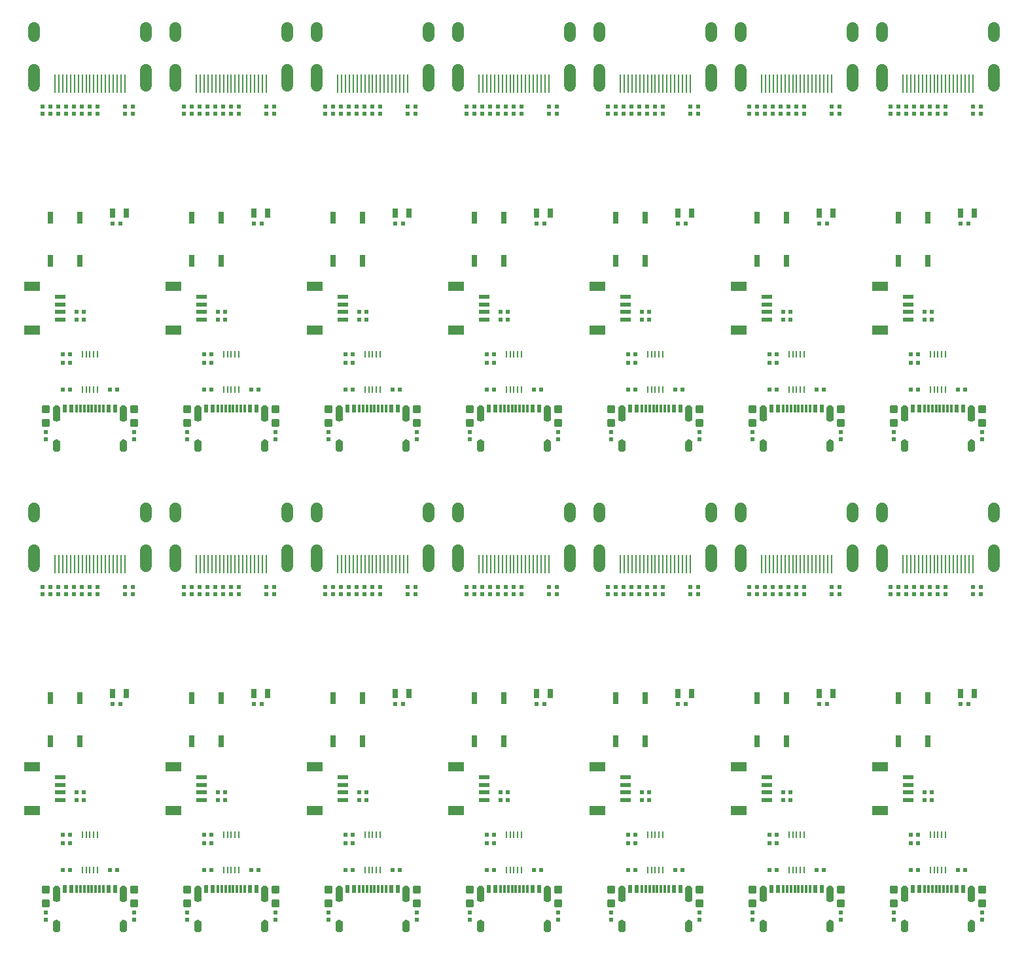
<source format=gtp>
G04 EAGLE Gerber RS-274X export*
G75*
%MOMM*%
%FSLAX34Y34*%
%LPD*%
%INSolderpaste Top*%
%IPPOS*%
%AMOC8*
5,1,8,0,0,1.08239X$1,22.5*%
G01*
%ADD10R,0.600000X0.600000*%
%ADD11C,0.300000*%
%ADD12R,0.250000X0.875000*%
%ADD13R,0.300000X1.000000*%
%ADD14R,0.600000X1.000000*%
%ADD15R,0.762000X1.524000*%
%ADD16R,2.000000X1.200000*%
%ADD17R,1.350000X0.600000*%
%ADD18R,0.250000X2.400000*%
%ADD19C,1.500000*%
%ADD20R,0.800000X1.200000*%

G36*
X680540Y666251D02*
X680540Y666251D01*
X680541Y666251D01*
X681609Y666270D01*
X681616Y666275D01*
X681620Y666271D01*
X682657Y666527D01*
X682662Y666534D01*
X682668Y666531D01*
X683622Y667012D01*
X683626Y667019D01*
X683631Y667018D01*
X684455Y667699D01*
X684456Y667707D01*
X684462Y667707D01*
X685113Y668554D01*
X685113Y668562D01*
X685119Y668563D01*
X685566Y669534D01*
X685564Y669542D01*
X685569Y669544D01*
X685788Y670590D01*
X685785Y670597D01*
X685789Y670600D01*
X685789Y682600D01*
X685786Y682605D01*
X685789Y682608D01*
X685609Y683703D01*
X685603Y683709D01*
X685606Y683714D01*
X685187Y684742D01*
X685180Y684746D01*
X685182Y684751D01*
X684545Y685660D01*
X684537Y685663D01*
X684537Y685668D01*
X683714Y686412D01*
X683706Y686413D01*
X683705Y686419D01*
X682737Y686961D01*
X682728Y686960D01*
X682726Y686966D01*
X681662Y687279D01*
X681657Y687277D01*
X681653Y687277D01*
X681651Y687281D01*
X680543Y687349D01*
X680537Y687345D01*
X680533Y687349D01*
X679425Y687179D01*
X679419Y687173D01*
X679414Y687176D01*
X678372Y686764D01*
X678368Y686757D01*
X678363Y686759D01*
X677438Y686125D01*
X677436Y686117D01*
X677430Y686118D01*
X676670Y685295D01*
X676669Y685286D01*
X676663Y685286D01*
X676106Y684314D01*
X676107Y684306D01*
X676101Y684304D01*
X675774Y683232D01*
X675777Y683224D01*
X675772Y683221D01*
X675691Y682104D01*
X675692Y682101D01*
X675691Y682100D01*
X675691Y670100D01*
X675696Y670093D01*
X675692Y670089D01*
X675911Y669145D01*
X675917Y669139D01*
X675915Y669134D01*
X676339Y668262D01*
X676346Y668259D01*
X676344Y668253D01*
X676951Y667497D01*
X676959Y667495D01*
X676959Y667489D01*
X677719Y666888D01*
X677728Y666888D01*
X677729Y666882D01*
X678604Y666464D01*
X678612Y666466D01*
X678614Y666461D01*
X679560Y666249D01*
X679567Y666252D01*
X679571Y666247D01*
X680540Y666251D01*
G37*
G36*
X314780Y43951D02*
X314780Y43951D01*
X314781Y43951D01*
X315849Y43970D01*
X315856Y43975D01*
X315860Y43971D01*
X316897Y44227D01*
X316902Y44234D01*
X316908Y44231D01*
X317862Y44712D01*
X317866Y44719D01*
X317871Y44718D01*
X318695Y45399D01*
X318696Y45407D01*
X318702Y45407D01*
X319353Y46254D01*
X319353Y46262D01*
X319359Y46263D01*
X319806Y47234D01*
X319804Y47242D01*
X319809Y47244D01*
X320028Y48290D01*
X320025Y48297D01*
X320029Y48300D01*
X320029Y60300D01*
X320026Y60305D01*
X320029Y60308D01*
X319849Y61403D01*
X319843Y61409D01*
X319846Y61414D01*
X319427Y62442D01*
X319420Y62446D01*
X319422Y62451D01*
X318785Y63360D01*
X318777Y63363D01*
X318777Y63368D01*
X317954Y64112D01*
X317946Y64113D01*
X317945Y64119D01*
X316977Y64661D01*
X316968Y64660D01*
X316966Y64666D01*
X315902Y64979D01*
X315897Y64977D01*
X315893Y64977D01*
X315891Y64981D01*
X314783Y65049D01*
X314777Y65045D01*
X314773Y65049D01*
X313665Y64879D01*
X313659Y64873D01*
X313654Y64876D01*
X312612Y64464D01*
X312608Y64457D01*
X312603Y64459D01*
X311678Y63825D01*
X311676Y63817D01*
X311670Y63818D01*
X310910Y62995D01*
X310909Y62986D01*
X310903Y62986D01*
X310346Y62014D01*
X310347Y62006D01*
X310341Y62004D01*
X310014Y60932D01*
X310017Y60924D01*
X310012Y60921D01*
X309931Y59804D01*
X309932Y59801D01*
X309931Y59800D01*
X309931Y47800D01*
X309936Y47793D01*
X309932Y47789D01*
X310151Y46845D01*
X310157Y46839D01*
X310155Y46834D01*
X310579Y45962D01*
X310586Y45959D01*
X310584Y45953D01*
X311191Y45197D01*
X311199Y45195D01*
X311199Y45189D01*
X311959Y44588D01*
X311968Y44588D01*
X311969Y44582D01*
X312844Y44164D01*
X312852Y44166D01*
X312854Y44161D01*
X313800Y43949D01*
X313807Y43952D01*
X313811Y43947D01*
X314780Y43951D01*
G37*
G36*
X131900Y43951D02*
X131900Y43951D01*
X131901Y43951D01*
X132969Y43970D01*
X132976Y43975D01*
X132980Y43971D01*
X134017Y44227D01*
X134022Y44234D01*
X134028Y44231D01*
X134982Y44712D01*
X134986Y44719D01*
X134991Y44718D01*
X135815Y45399D01*
X135816Y45407D01*
X135822Y45407D01*
X136473Y46254D01*
X136473Y46262D01*
X136479Y46263D01*
X136926Y47234D01*
X136924Y47242D01*
X136929Y47244D01*
X137148Y48290D01*
X137145Y48297D01*
X137149Y48300D01*
X137149Y60300D01*
X137146Y60305D01*
X137149Y60308D01*
X136969Y61403D01*
X136963Y61409D01*
X136966Y61414D01*
X136547Y62442D01*
X136540Y62446D01*
X136542Y62451D01*
X135905Y63360D01*
X135897Y63363D01*
X135897Y63368D01*
X135074Y64112D01*
X135066Y64113D01*
X135065Y64119D01*
X134097Y64661D01*
X134088Y64660D01*
X134086Y64666D01*
X133022Y64979D01*
X133017Y64977D01*
X133013Y64977D01*
X133011Y64981D01*
X131903Y65049D01*
X131897Y65045D01*
X131893Y65049D01*
X130785Y64879D01*
X130779Y64873D01*
X130774Y64876D01*
X129732Y64464D01*
X129728Y64457D01*
X129723Y64459D01*
X128798Y63825D01*
X128796Y63817D01*
X128790Y63818D01*
X128030Y62995D01*
X128029Y62986D01*
X128023Y62986D01*
X127466Y62014D01*
X127467Y62006D01*
X127461Y62004D01*
X127134Y60932D01*
X127137Y60924D01*
X127132Y60921D01*
X127051Y59804D01*
X127052Y59801D01*
X127051Y59800D01*
X127051Y47800D01*
X127056Y47793D01*
X127052Y47789D01*
X127271Y46845D01*
X127277Y46839D01*
X127275Y46834D01*
X127699Y45962D01*
X127706Y45959D01*
X127704Y45953D01*
X128311Y45197D01*
X128319Y45195D01*
X128319Y45189D01*
X129079Y44588D01*
X129088Y44588D01*
X129089Y44582D01*
X129964Y44164D01*
X129972Y44166D01*
X129974Y44161D01*
X130920Y43949D01*
X130927Y43952D01*
X130931Y43947D01*
X131900Y43951D01*
G37*
G36*
X497660Y43951D02*
X497660Y43951D01*
X497661Y43951D01*
X498729Y43970D01*
X498736Y43975D01*
X498740Y43971D01*
X499777Y44227D01*
X499782Y44234D01*
X499788Y44231D01*
X500742Y44712D01*
X500746Y44719D01*
X500751Y44718D01*
X501575Y45399D01*
X501576Y45407D01*
X501582Y45407D01*
X502233Y46254D01*
X502233Y46262D01*
X502239Y46263D01*
X502686Y47234D01*
X502684Y47242D01*
X502689Y47244D01*
X502908Y48290D01*
X502905Y48297D01*
X502909Y48300D01*
X502909Y60300D01*
X502906Y60305D01*
X502909Y60308D01*
X502729Y61403D01*
X502723Y61409D01*
X502726Y61414D01*
X502307Y62442D01*
X502300Y62446D01*
X502302Y62451D01*
X501665Y63360D01*
X501657Y63363D01*
X501657Y63368D01*
X500834Y64112D01*
X500826Y64113D01*
X500825Y64119D01*
X499857Y64661D01*
X499848Y64660D01*
X499846Y64666D01*
X498782Y64979D01*
X498777Y64977D01*
X498773Y64977D01*
X498771Y64981D01*
X497663Y65049D01*
X497657Y65045D01*
X497653Y65049D01*
X496545Y64879D01*
X496539Y64873D01*
X496534Y64876D01*
X495492Y64464D01*
X495488Y64457D01*
X495483Y64459D01*
X494558Y63825D01*
X494556Y63817D01*
X494550Y63818D01*
X493790Y62995D01*
X493789Y62986D01*
X493783Y62986D01*
X493226Y62014D01*
X493227Y62006D01*
X493221Y62004D01*
X492894Y60932D01*
X492897Y60924D01*
X492892Y60921D01*
X492811Y59804D01*
X492812Y59801D01*
X492811Y59800D01*
X492811Y47800D01*
X492816Y47793D01*
X492812Y47789D01*
X493031Y46845D01*
X493037Y46839D01*
X493035Y46834D01*
X493459Y45962D01*
X493466Y45959D01*
X493464Y45953D01*
X494071Y45197D01*
X494079Y45195D01*
X494079Y45189D01*
X494839Y44588D01*
X494848Y44588D01*
X494849Y44582D01*
X495724Y44164D01*
X495732Y44166D01*
X495734Y44161D01*
X496680Y43949D01*
X496687Y43952D01*
X496691Y43947D01*
X497660Y43951D01*
G37*
G36*
X863420Y43951D02*
X863420Y43951D01*
X863421Y43951D01*
X864489Y43970D01*
X864496Y43975D01*
X864500Y43971D01*
X865537Y44227D01*
X865542Y44234D01*
X865548Y44231D01*
X866502Y44712D01*
X866506Y44719D01*
X866511Y44718D01*
X867335Y45399D01*
X867336Y45407D01*
X867342Y45407D01*
X867993Y46254D01*
X867993Y46262D01*
X867999Y46263D01*
X868446Y47234D01*
X868444Y47242D01*
X868449Y47244D01*
X868668Y48290D01*
X868665Y48297D01*
X868669Y48300D01*
X868669Y60300D01*
X868666Y60305D01*
X868669Y60308D01*
X868489Y61403D01*
X868483Y61409D01*
X868486Y61414D01*
X868067Y62442D01*
X868060Y62446D01*
X868062Y62451D01*
X867425Y63360D01*
X867417Y63363D01*
X867417Y63368D01*
X866594Y64112D01*
X866586Y64113D01*
X866585Y64119D01*
X865617Y64661D01*
X865608Y64660D01*
X865606Y64666D01*
X864542Y64979D01*
X864537Y64977D01*
X864533Y64977D01*
X864531Y64981D01*
X863423Y65049D01*
X863417Y65045D01*
X863413Y65049D01*
X862305Y64879D01*
X862299Y64873D01*
X862294Y64876D01*
X861252Y64464D01*
X861248Y64457D01*
X861243Y64459D01*
X860318Y63825D01*
X860316Y63817D01*
X860310Y63818D01*
X859550Y62995D01*
X859549Y62986D01*
X859543Y62986D01*
X858986Y62014D01*
X858987Y62006D01*
X858981Y62004D01*
X858654Y60932D01*
X858657Y60924D01*
X858652Y60921D01*
X858571Y59804D01*
X858572Y59801D01*
X858571Y59800D01*
X858571Y47800D01*
X858576Y47793D01*
X858572Y47789D01*
X858791Y46845D01*
X858797Y46839D01*
X858795Y46834D01*
X859219Y45962D01*
X859226Y45959D01*
X859224Y45953D01*
X859831Y45197D01*
X859839Y45195D01*
X859839Y45189D01*
X860599Y44588D01*
X860608Y44588D01*
X860609Y44582D01*
X861484Y44164D01*
X861492Y44166D01*
X861494Y44161D01*
X862440Y43949D01*
X862447Y43952D01*
X862451Y43947D01*
X863420Y43951D01*
G37*
G36*
X1229180Y43951D02*
X1229180Y43951D01*
X1229181Y43951D01*
X1230249Y43970D01*
X1230256Y43975D01*
X1230260Y43971D01*
X1231297Y44227D01*
X1231302Y44234D01*
X1231308Y44231D01*
X1232262Y44712D01*
X1232266Y44719D01*
X1232271Y44718D01*
X1233095Y45399D01*
X1233096Y45407D01*
X1233102Y45407D01*
X1233753Y46254D01*
X1233753Y46262D01*
X1233759Y46263D01*
X1234206Y47234D01*
X1234204Y47242D01*
X1234209Y47244D01*
X1234428Y48290D01*
X1234425Y48297D01*
X1234429Y48300D01*
X1234429Y60300D01*
X1234426Y60305D01*
X1234429Y60308D01*
X1234249Y61403D01*
X1234243Y61409D01*
X1234246Y61414D01*
X1233827Y62442D01*
X1233820Y62446D01*
X1233822Y62451D01*
X1233185Y63360D01*
X1233177Y63363D01*
X1233177Y63368D01*
X1232354Y64112D01*
X1232346Y64113D01*
X1232345Y64119D01*
X1231377Y64661D01*
X1231368Y64660D01*
X1231366Y64666D01*
X1230302Y64979D01*
X1230297Y64977D01*
X1230293Y64977D01*
X1230291Y64981D01*
X1229183Y65049D01*
X1229177Y65045D01*
X1229173Y65049D01*
X1228065Y64879D01*
X1228059Y64873D01*
X1228054Y64876D01*
X1227012Y64464D01*
X1227008Y64457D01*
X1227003Y64459D01*
X1226078Y63825D01*
X1226076Y63817D01*
X1226070Y63818D01*
X1225310Y62995D01*
X1225309Y62986D01*
X1225303Y62986D01*
X1224746Y62014D01*
X1224747Y62006D01*
X1224741Y62004D01*
X1224414Y60932D01*
X1224417Y60924D01*
X1224412Y60921D01*
X1224331Y59804D01*
X1224332Y59801D01*
X1224331Y59800D01*
X1224331Y47800D01*
X1224336Y47793D01*
X1224332Y47789D01*
X1224551Y46845D01*
X1224557Y46839D01*
X1224555Y46834D01*
X1224979Y45962D01*
X1224986Y45959D01*
X1224984Y45953D01*
X1225591Y45197D01*
X1225599Y45195D01*
X1225599Y45189D01*
X1226359Y44588D01*
X1226368Y44588D01*
X1226369Y44582D01*
X1227244Y44164D01*
X1227252Y44166D01*
X1227254Y44161D01*
X1228200Y43949D01*
X1228207Y43952D01*
X1228211Y43947D01*
X1229180Y43951D01*
G37*
G36*
X1046300Y43951D02*
X1046300Y43951D01*
X1046301Y43951D01*
X1047369Y43970D01*
X1047376Y43975D01*
X1047380Y43971D01*
X1048417Y44227D01*
X1048422Y44234D01*
X1048428Y44231D01*
X1049382Y44712D01*
X1049386Y44719D01*
X1049391Y44718D01*
X1050215Y45399D01*
X1050216Y45407D01*
X1050222Y45407D01*
X1050873Y46254D01*
X1050873Y46262D01*
X1050879Y46263D01*
X1051326Y47234D01*
X1051324Y47242D01*
X1051329Y47244D01*
X1051548Y48290D01*
X1051545Y48297D01*
X1051549Y48300D01*
X1051549Y60300D01*
X1051546Y60305D01*
X1051549Y60308D01*
X1051369Y61403D01*
X1051363Y61409D01*
X1051366Y61414D01*
X1050947Y62442D01*
X1050940Y62446D01*
X1050942Y62451D01*
X1050305Y63360D01*
X1050297Y63363D01*
X1050297Y63368D01*
X1049474Y64112D01*
X1049466Y64113D01*
X1049465Y64119D01*
X1048497Y64661D01*
X1048488Y64660D01*
X1048486Y64666D01*
X1047422Y64979D01*
X1047417Y64977D01*
X1047413Y64977D01*
X1047411Y64981D01*
X1046303Y65049D01*
X1046297Y65045D01*
X1046293Y65049D01*
X1045185Y64879D01*
X1045179Y64873D01*
X1045174Y64876D01*
X1044132Y64464D01*
X1044128Y64457D01*
X1044123Y64459D01*
X1043198Y63825D01*
X1043196Y63817D01*
X1043190Y63818D01*
X1042430Y62995D01*
X1042429Y62986D01*
X1042423Y62986D01*
X1041866Y62014D01*
X1041867Y62006D01*
X1041861Y62004D01*
X1041534Y60932D01*
X1041537Y60924D01*
X1041532Y60921D01*
X1041451Y59804D01*
X1041452Y59801D01*
X1041451Y59800D01*
X1041451Y47800D01*
X1041456Y47793D01*
X1041452Y47789D01*
X1041671Y46845D01*
X1041677Y46839D01*
X1041675Y46834D01*
X1042099Y45962D01*
X1042106Y45959D01*
X1042104Y45953D01*
X1042711Y45197D01*
X1042719Y45195D01*
X1042719Y45189D01*
X1043479Y44588D01*
X1043488Y44588D01*
X1043489Y44582D01*
X1044364Y44164D01*
X1044372Y44166D01*
X1044374Y44161D01*
X1045320Y43949D01*
X1045327Y43952D01*
X1045331Y43947D01*
X1046300Y43951D01*
G37*
G36*
X680540Y43951D02*
X680540Y43951D01*
X680541Y43951D01*
X681609Y43970D01*
X681616Y43975D01*
X681620Y43971D01*
X682657Y44227D01*
X682662Y44234D01*
X682668Y44231D01*
X683622Y44712D01*
X683626Y44719D01*
X683631Y44718D01*
X684455Y45399D01*
X684456Y45407D01*
X684462Y45407D01*
X685113Y46254D01*
X685113Y46262D01*
X685119Y46263D01*
X685566Y47234D01*
X685564Y47242D01*
X685569Y47244D01*
X685788Y48290D01*
X685785Y48297D01*
X685789Y48300D01*
X685789Y60300D01*
X685786Y60305D01*
X685789Y60308D01*
X685609Y61403D01*
X685603Y61409D01*
X685606Y61414D01*
X685187Y62442D01*
X685180Y62446D01*
X685182Y62451D01*
X684545Y63360D01*
X684537Y63363D01*
X684537Y63368D01*
X683714Y64112D01*
X683706Y64113D01*
X683705Y64119D01*
X682737Y64661D01*
X682728Y64660D01*
X682726Y64666D01*
X681662Y64979D01*
X681657Y64977D01*
X681653Y64977D01*
X681651Y64981D01*
X680543Y65049D01*
X680537Y65045D01*
X680533Y65049D01*
X679425Y64879D01*
X679419Y64873D01*
X679414Y64876D01*
X678372Y64464D01*
X678368Y64457D01*
X678363Y64459D01*
X677438Y63825D01*
X677436Y63817D01*
X677430Y63818D01*
X676670Y62995D01*
X676669Y62986D01*
X676663Y62986D01*
X676106Y62014D01*
X676107Y62006D01*
X676101Y62004D01*
X675774Y60932D01*
X675777Y60924D01*
X675772Y60921D01*
X675691Y59804D01*
X675692Y59801D01*
X675691Y59800D01*
X675691Y47800D01*
X675696Y47793D01*
X675692Y47789D01*
X675911Y46845D01*
X675917Y46839D01*
X675915Y46834D01*
X676339Y45962D01*
X676346Y45959D01*
X676344Y45953D01*
X676951Y45197D01*
X676959Y45195D01*
X676959Y45189D01*
X677719Y44588D01*
X677728Y44588D01*
X677729Y44582D01*
X678604Y44164D01*
X678612Y44166D01*
X678614Y44161D01*
X679560Y43949D01*
X679567Y43952D01*
X679571Y43947D01*
X680540Y43951D01*
G37*
G36*
X1046300Y666251D02*
X1046300Y666251D01*
X1046301Y666251D01*
X1047369Y666270D01*
X1047376Y666275D01*
X1047380Y666271D01*
X1048417Y666527D01*
X1048422Y666534D01*
X1048428Y666531D01*
X1049382Y667012D01*
X1049386Y667019D01*
X1049391Y667018D01*
X1050215Y667699D01*
X1050216Y667707D01*
X1050222Y667707D01*
X1050873Y668554D01*
X1050873Y668562D01*
X1050879Y668563D01*
X1051326Y669534D01*
X1051324Y669542D01*
X1051329Y669544D01*
X1051548Y670590D01*
X1051545Y670597D01*
X1051549Y670600D01*
X1051549Y682600D01*
X1051546Y682605D01*
X1051549Y682608D01*
X1051369Y683703D01*
X1051363Y683709D01*
X1051366Y683714D01*
X1050947Y684742D01*
X1050940Y684746D01*
X1050942Y684751D01*
X1050305Y685660D01*
X1050297Y685663D01*
X1050297Y685668D01*
X1049474Y686412D01*
X1049466Y686413D01*
X1049465Y686419D01*
X1048497Y686961D01*
X1048488Y686960D01*
X1048486Y686966D01*
X1047422Y687279D01*
X1047417Y687277D01*
X1047413Y687277D01*
X1047411Y687281D01*
X1046303Y687349D01*
X1046297Y687345D01*
X1046293Y687349D01*
X1045185Y687179D01*
X1045179Y687173D01*
X1045174Y687176D01*
X1044132Y686764D01*
X1044128Y686757D01*
X1044123Y686759D01*
X1043198Y686125D01*
X1043196Y686117D01*
X1043190Y686118D01*
X1042430Y685295D01*
X1042429Y685286D01*
X1042423Y685286D01*
X1041866Y684314D01*
X1041867Y684306D01*
X1041861Y684304D01*
X1041534Y683232D01*
X1041537Y683224D01*
X1041532Y683221D01*
X1041451Y682104D01*
X1041452Y682101D01*
X1041451Y682100D01*
X1041451Y670100D01*
X1041456Y670093D01*
X1041452Y670089D01*
X1041671Y669145D01*
X1041677Y669139D01*
X1041675Y669134D01*
X1042099Y668262D01*
X1042106Y668259D01*
X1042104Y668253D01*
X1042711Y667497D01*
X1042719Y667495D01*
X1042719Y667489D01*
X1043479Y666888D01*
X1043488Y666888D01*
X1043489Y666882D01*
X1044364Y666464D01*
X1044372Y666466D01*
X1044374Y666461D01*
X1045320Y666249D01*
X1045327Y666252D01*
X1045331Y666247D01*
X1046300Y666251D01*
G37*
G36*
X131900Y666251D02*
X131900Y666251D01*
X131901Y666251D01*
X132969Y666270D01*
X132976Y666275D01*
X132980Y666271D01*
X134017Y666527D01*
X134022Y666534D01*
X134028Y666531D01*
X134982Y667012D01*
X134986Y667019D01*
X134991Y667018D01*
X135815Y667699D01*
X135816Y667707D01*
X135822Y667707D01*
X136473Y668554D01*
X136473Y668562D01*
X136479Y668563D01*
X136926Y669534D01*
X136924Y669542D01*
X136929Y669544D01*
X137148Y670590D01*
X137145Y670597D01*
X137149Y670600D01*
X137149Y682600D01*
X137146Y682605D01*
X137149Y682608D01*
X136969Y683703D01*
X136963Y683709D01*
X136966Y683714D01*
X136547Y684742D01*
X136540Y684746D01*
X136542Y684751D01*
X135905Y685660D01*
X135897Y685663D01*
X135897Y685668D01*
X135074Y686412D01*
X135066Y686413D01*
X135065Y686419D01*
X134097Y686961D01*
X134088Y686960D01*
X134086Y686966D01*
X133022Y687279D01*
X133017Y687277D01*
X133013Y687277D01*
X133011Y687281D01*
X131903Y687349D01*
X131897Y687345D01*
X131893Y687349D01*
X130785Y687179D01*
X130779Y687173D01*
X130774Y687176D01*
X129732Y686764D01*
X129728Y686757D01*
X129723Y686759D01*
X128798Y686125D01*
X128796Y686117D01*
X128790Y686118D01*
X128030Y685295D01*
X128029Y685286D01*
X128023Y685286D01*
X127466Y684314D01*
X127467Y684306D01*
X127461Y684304D01*
X127134Y683232D01*
X127137Y683224D01*
X127132Y683221D01*
X127051Y682104D01*
X127052Y682101D01*
X127051Y682100D01*
X127051Y670100D01*
X127056Y670093D01*
X127052Y670089D01*
X127271Y669145D01*
X127277Y669139D01*
X127275Y669134D01*
X127699Y668262D01*
X127706Y668259D01*
X127704Y668253D01*
X128311Y667497D01*
X128319Y667495D01*
X128319Y667489D01*
X129079Y666888D01*
X129088Y666888D01*
X129089Y666882D01*
X129964Y666464D01*
X129972Y666466D01*
X129974Y666461D01*
X130920Y666249D01*
X130927Y666252D01*
X130931Y666247D01*
X131900Y666251D01*
G37*
G36*
X314780Y666251D02*
X314780Y666251D01*
X314781Y666251D01*
X315849Y666270D01*
X315856Y666275D01*
X315860Y666271D01*
X316897Y666527D01*
X316902Y666534D01*
X316908Y666531D01*
X317862Y667012D01*
X317866Y667019D01*
X317871Y667018D01*
X318695Y667699D01*
X318696Y667707D01*
X318702Y667707D01*
X319353Y668554D01*
X319353Y668562D01*
X319359Y668563D01*
X319806Y669534D01*
X319804Y669542D01*
X319809Y669544D01*
X320028Y670590D01*
X320025Y670597D01*
X320029Y670600D01*
X320029Y682600D01*
X320026Y682605D01*
X320029Y682608D01*
X319849Y683703D01*
X319843Y683709D01*
X319846Y683714D01*
X319427Y684742D01*
X319420Y684746D01*
X319422Y684751D01*
X318785Y685660D01*
X318777Y685663D01*
X318777Y685668D01*
X317954Y686412D01*
X317946Y686413D01*
X317945Y686419D01*
X316977Y686961D01*
X316968Y686960D01*
X316966Y686966D01*
X315902Y687279D01*
X315897Y687277D01*
X315893Y687277D01*
X315891Y687281D01*
X314783Y687349D01*
X314777Y687345D01*
X314773Y687349D01*
X313665Y687179D01*
X313659Y687173D01*
X313654Y687176D01*
X312612Y686764D01*
X312608Y686757D01*
X312603Y686759D01*
X311678Y686125D01*
X311676Y686117D01*
X311670Y686118D01*
X310910Y685295D01*
X310909Y685286D01*
X310903Y685286D01*
X310346Y684314D01*
X310347Y684306D01*
X310341Y684304D01*
X310014Y683232D01*
X310017Y683224D01*
X310012Y683221D01*
X309931Y682104D01*
X309932Y682101D01*
X309931Y682100D01*
X309931Y670100D01*
X309936Y670093D01*
X309932Y670089D01*
X310151Y669145D01*
X310157Y669139D01*
X310155Y669134D01*
X310579Y668262D01*
X310586Y668259D01*
X310584Y668253D01*
X311191Y667497D01*
X311199Y667495D01*
X311199Y667489D01*
X311959Y666888D01*
X311968Y666888D01*
X311969Y666882D01*
X312844Y666464D01*
X312852Y666466D01*
X312854Y666461D01*
X313800Y666249D01*
X313807Y666252D01*
X313811Y666247D01*
X314780Y666251D01*
G37*
G36*
X497660Y666251D02*
X497660Y666251D01*
X497661Y666251D01*
X498729Y666270D01*
X498736Y666275D01*
X498740Y666271D01*
X499777Y666527D01*
X499782Y666534D01*
X499788Y666531D01*
X500742Y667012D01*
X500746Y667019D01*
X500751Y667018D01*
X501575Y667699D01*
X501576Y667707D01*
X501582Y667707D01*
X502233Y668554D01*
X502233Y668562D01*
X502239Y668563D01*
X502686Y669534D01*
X502684Y669542D01*
X502689Y669544D01*
X502908Y670590D01*
X502905Y670597D01*
X502909Y670600D01*
X502909Y682600D01*
X502906Y682605D01*
X502909Y682608D01*
X502729Y683703D01*
X502723Y683709D01*
X502726Y683714D01*
X502307Y684742D01*
X502300Y684746D01*
X502302Y684751D01*
X501665Y685660D01*
X501657Y685663D01*
X501657Y685668D01*
X500834Y686412D01*
X500826Y686413D01*
X500825Y686419D01*
X499857Y686961D01*
X499848Y686960D01*
X499846Y686966D01*
X498782Y687279D01*
X498777Y687277D01*
X498773Y687277D01*
X498771Y687281D01*
X497663Y687349D01*
X497657Y687345D01*
X497653Y687349D01*
X496545Y687179D01*
X496539Y687173D01*
X496534Y687176D01*
X495492Y686764D01*
X495488Y686757D01*
X495483Y686759D01*
X494558Y686125D01*
X494556Y686117D01*
X494550Y686118D01*
X493790Y685295D01*
X493789Y685286D01*
X493783Y685286D01*
X493226Y684314D01*
X493227Y684306D01*
X493221Y684304D01*
X492894Y683232D01*
X492897Y683224D01*
X492892Y683221D01*
X492811Y682104D01*
X492812Y682101D01*
X492811Y682100D01*
X492811Y670100D01*
X492816Y670093D01*
X492812Y670089D01*
X493031Y669145D01*
X493037Y669139D01*
X493035Y669134D01*
X493459Y668262D01*
X493466Y668259D01*
X493464Y668253D01*
X494071Y667497D01*
X494079Y667495D01*
X494079Y667489D01*
X494839Y666888D01*
X494848Y666888D01*
X494849Y666882D01*
X495724Y666464D01*
X495732Y666466D01*
X495734Y666461D01*
X496680Y666249D01*
X496687Y666252D01*
X496691Y666247D01*
X497660Y666251D01*
G37*
G36*
X863420Y666251D02*
X863420Y666251D01*
X863421Y666251D01*
X864489Y666270D01*
X864496Y666275D01*
X864500Y666271D01*
X865537Y666527D01*
X865542Y666534D01*
X865548Y666531D01*
X866502Y667012D01*
X866506Y667019D01*
X866511Y667018D01*
X867335Y667699D01*
X867336Y667707D01*
X867342Y667707D01*
X867993Y668554D01*
X867993Y668562D01*
X867999Y668563D01*
X868446Y669534D01*
X868444Y669542D01*
X868449Y669544D01*
X868668Y670590D01*
X868665Y670597D01*
X868669Y670600D01*
X868669Y682600D01*
X868666Y682605D01*
X868669Y682608D01*
X868489Y683703D01*
X868483Y683709D01*
X868486Y683714D01*
X868067Y684742D01*
X868060Y684746D01*
X868062Y684751D01*
X867425Y685660D01*
X867417Y685663D01*
X867417Y685668D01*
X866594Y686412D01*
X866586Y686413D01*
X866585Y686419D01*
X865617Y686961D01*
X865608Y686960D01*
X865606Y686966D01*
X864542Y687279D01*
X864537Y687277D01*
X864533Y687277D01*
X864531Y687281D01*
X863423Y687349D01*
X863417Y687345D01*
X863413Y687349D01*
X862305Y687179D01*
X862299Y687173D01*
X862294Y687176D01*
X861252Y686764D01*
X861248Y686757D01*
X861243Y686759D01*
X860318Y686125D01*
X860316Y686117D01*
X860310Y686118D01*
X859550Y685295D01*
X859549Y685286D01*
X859543Y685286D01*
X858986Y684314D01*
X858987Y684306D01*
X858981Y684304D01*
X858654Y683232D01*
X858657Y683224D01*
X858652Y683221D01*
X858571Y682104D01*
X858572Y682101D01*
X858571Y682100D01*
X858571Y670100D01*
X858576Y670093D01*
X858572Y670089D01*
X858791Y669145D01*
X858797Y669139D01*
X858795Y669134D01*
X859219Y668262D01*
X859226Y668259D01*
X859224Y668253D01*
X859831Y667497D01*
X859839Y667495D01*
X859839Y667489D01*
X860599Y666888D01*
X860608Y666888D01*
X860609Y666882D01*
X861484Y666464D01*
X861492Y666466D01*
X861494Y666461D01*
X862440Y666249D01*
X862447Y666252D01*
X862451Y666247D01*
X863420Y666251D01*
G37*
G36*
X1229180Y666251D02*
X1229180Y666251D01*
X1229181Y666251D01*
X1230249Y666270D01*
X1230256Y666275D01*
X1230260Y666271D01*
X1231297Y666527D01*
X1231302Y666534D01*
X1231308Y666531D01*
X1232262Y667012D01*
X1232266Y667019D01*
X1232271Y667018D01*
X1233095Y667699D01*
X1233096Y667707D01*
X1233102Y667707D01*
X1233753Y668554D01*
X1233753Y668562D01*
X1233759Y668563D01*
X1234206Y669534D01*
X1234204Y669542D01*
X1234209Y669544D01*
X1234428Y670590D01*
X1234425Y670597D01*
X1234429Y670600D01*
X1234429Y682600D01*
X1234426Y682605D01*
X1234429Y682608D01*
X1234249Y683703D01*
X1234243Y683709D01*
X1234246Y683714D01*
X1233827Y684742D01*
X1233820Y684746D01*
X1233822Y684751D01*
X1233185Y685660D01*
X1233177Y685663D01*
X1233177Y685668D01*
X1232354Y686412D01*
X1232346Y686413D01*
X1232345Y686419D01*
X1231377Y686961D01*
X1231368Y686960D01*
X1231366Y686966D01*
X1230302Y687279D01*
X1230297Y687277D01*
X1230293Y687277D01*
X1230291Y687281D01*
X1229183Y687349D01*
X1229177Y687345D01*
X1229173Y687349D01*
X1228065Y687179D01*
X1228059Y687173D01*
X1228054Y687176D01*
X1227012Y686764D01*
X1227008Y686757D01*
X1227003Y686759D01*
X1226078Y686125D01*
X1226076Y686117D01*
X1226070Y686118D01*
X1225310Y685295D01*
X1225309Y685286D01*
X1225303Y685286D01*
X1224746Y684314D01*
X1224747Y684306D01*
X1224741Y684304D01*
X1224414Y683232D01*
X1224417Y683224D01*
X1224412Y683221D01*
X1224331Y682104D01*
X1224332Y682101D01*
X1224331Y682100D01*
X1224331Y670100D01*
X1224336Y670093D01*
X1224332Y670089D01*
X1224551Y669145D01*
X1224557Y669139D01*
X1224555Y669134D01*
X1224979Y668262D01*
X1224986Y668259D01*
X1224984Y668253D01*
X1225591Y667497D01*
X1225599Y667495D01*
X1225599Y667489D01*
X1226359Y666888D01*
X1226368Y666888D01*
X1226369Y666882D01*
X1227244Y666464D01*
X1227252Y666466D01*
X1227254Y666461D01*
X1228200Y666249D01*
X1228207Y666252D01*
X1228211Y666247D01*
X1229180Y666251D01*
G37*
G36*
X412241Y666260D02*
X412241Y666260D01*
X412248Y666265D01*
X412252Y666261D01*
X413304Y666511D01*
X413309Y666517D01*
X413314Y666514D01*
X414284Y666991D01*
X414287Y666999D01*
X414293Y666997D01*
X415132Y667678D01*
X415134Y667686D01*
X415140Y667686D01*
X415806Y668537D01*
X415807Y668545D01*
X415812Y668546D01*
X416273Y669523D01*
X416271Y669531D01*
X416277Y669534D01*
X416508Y670589D01*
X416505Y670597D01*
X416509Y670600D01*
X416509Y682600D01*
X416505Y682605D01*
X416509Y682608D01*
X416316Y683714D01*
X416310Y683719D01*
X416313Y683724D01*
X415880Y684759D01*
X415873Y684763D01*
X415875Y684768D01*
X415222Y685681D01*
X415214Y685683D01*
X415215Y685689D01*
X414376Y686433D01*
X414367Y686434D01*
X414367Y686439D01*
X413383Y686978D01*
X413375Y686977D01*
X413373Y686982D01*
X412294Y687289D01*
X412286Y687286D01*
X412283Y687291D01*
X411163Y687349D01*
X411158Y687346D01*
X411155Y687349D01*
X410109Y687231D01*
X410103Y687225D01*
X410098Y687229D01*
X409104Y686881D01*
X409100Y686874D01*
X409095Y686876D01*
X408203Y686316D01*
X408201Y686309D01*
X408195Y686309D01*
X407451Y685565D01*
X407449Y685557D01*
X407444Y685557D01*
X406884Y684665D01*
X406884Y684657D01*
X406879Y684656D01*
X406531Y683662D01*
X406534Y683654D01*
X406529Y683651D01*
X406411Y682606D01*
X406413Y682602D01*
X406411Y682600D01*
X406411Y670600D01*
X406414Y670595D01*
X406411Y670592D01*
X406569Y669596D01*
X406575Y669590D01*
X406572Y669585D01*
X406947Y668649D01*
X406954Y668645D01*
X406952Y668639D01*
X407526Y667810D01*
X407534Y667807D01*
X407533Y667802D01*
X408277Y667121D01*
X408286Y667120D01*
X408286Y667114D01*
X409163Y666616D01*
X409172Y666617D01*
X409174Y666612D01*
X410139Y666321D01*
X410147Y666324D01*
X410150Y666319D01*
X411157Y666251D01*
X411159Y666252D01*
X411160Y666251D01*
X412241Y666260D01*
G37*
G36*
X229361Y666260D02*
X229361Y666260D01*
X229368Y666265D01*
X229372Y666261D01*
X230424Y666511D01*
X230429Y666517D01*
X230434Y666514D01*
X231404Y666991D01*
X231407Y666999D01*
X231413Y666997D01*
X232252Y667678D01*
X232254Y667686D01*
X232260Y667686D01*
X232926Y668537D01*
X232927Y668545D01*
X232932Y668546D01*
X233393Y669523D01*
X233391Y669531D01*
X233397Y669534D01*
X233628Y670589D01*
X233625Y670597D01*
X233629Y670600D01*
X233629Y682600D01*
X233625Y682605D01*
X233629Y682608D01*
X233436Y683714D01*
X233430Y683719D01*
X233433Y683724D01*
X233000Y684759D01*
X232993Y684763D01*
X232995Y684768D01*
X232342Y685681D01*
X232334Y685683D01*
X232335Y685689D01*
X231496Y686433D01*
X231487Y686434D01*
X231487Y686439D01*
X230503Y686978D01*
X230495Y686977D01*
X230493Y686982D01*
X229414Y687289D01*
X229406Y687286D01*
X229403Y687291D01*
X228283Y687349D01*
X228278Y687346D01*
X228275Y687349D01*
X227229Y687231D01*
X227223Y687225D01*
X227218Y687229D01*
X226224Y686881D01*
X226220Y686874D01*
X226215Y686876D01*
X225323Y686316D01*
X225321Y686309D01*
X225315Y686309D01*
X224571Y685565D01*
X224569Y685557D01*
X224564Y685557D01*
X224004Y684665D01*
X224004Y684657D01*
X223999Y684656D01*
X223651Y683662D01*
X223654Y683654D01*
X223649Y683651D01*
X223531Y682606D01*
X223533Y682602D01*
X223531Y682600D01*
X223531Y670600D01*
X223534Y670595D01*
X223531Y670592D01*
X223689Y669596D01*
X223695Y669590D01*
X223692Y669585D01*
X224067Y668649D01*
X224074Y668645D01*
X224072Y668639D01*
X224646Y667810D01*
X224654Y667807D01*
X224653Y667802D01*
X225397Y667121D01*
X225406Y667120D01*
X225406Y667114D01*
X226283Y666616D01*
X226292Y666617D01*
X226294Y666612D01*
X227259Y666321D01*
X227267Y666324D01*
X227270Y666319D01*
X228277Y666251D01*
X228279Y666252D01*
X228280Y666251D01*
X229361Y666260D01*
G37*
G36*
X960881Y666260D02*
X960881Y666260D01*
X960888Y666265D01*
X960892Y666261D01*
X961944Y666511D01*
X961949Y666517D01*
X961954Y666514D01*
X962924Y666991D01*
X962927Y666999D01*
X962933Y666997D01*
X963772Y667678D01*
X963774Y667686D01*
X963780Y667686D01*
X964446Y668537D01*
X964447Y668545D01*
X964452Y668546D01*
X964913Y669523D01*
X964911Y669531D01*
X964917Y669534D01*
X965148Y670589D01*
X965145Y670597D01*
X965149Y670600D01*
X965149Y682600D01*
X965145Y682605D01*
X965149Y682608D01*
X964956Y683714D01*
X964950Y683719D01*
X964953Y683724D01*
X964520Y684759D01*
X964513Y684763D01*
X964515Y684768D01*
X963862Y685681D01*
X963854Y685683D01*
X963855Y685689D01*
X963016Y686433D01*
X963007Y686434D01*
X963007Y686439D01*
X962023Y686978D01*
X962015Y686977D01*
X962013Y686982D01*
X960934Y687289D01*
X960926Y687286D01*
X960923Y687291D01*
X959803Y687349D01*
X959798Y687346D01*
X959795Y687349D01*
X958749Y687231D01*
X958743Y687225D01*
X958738Y687229D01*
X957744Y686881D01*
X957740Y686874D01*
X957735Y686876D01*
X956843Y686316D01*
X956841Y686309D01*
X956835Y686309D01*
X956091Y685565D01*
X956089Y685557D01*
X956084Y685557D01*
X955524Y684665D01*
X955524Y684657D01*
X955519Y684656D01*
X955171Y683662D01*
X955174Y683654D01*
X955169Y683651D01*
X955051Y682606D01*
X955053Y682602D01*
X955051Y682600D01*
X955051Y670600D01*
X955054Y670595D01*
X955051Y670592D01*
X955209Y669596D01*
X955215Y669590D01*
X955212Y669585D01*
X955587Y668649D01*
X955594Y668645D01*
X955592Y668639D01*
X956166Y667810D01*
X956174Y667807D01*
X956173Y667802D01*
X956917Y667121D01*
X956926Y667120D01*
X956926Y667114D01*
X957803Y666616D01*
X957812Y666617D01*
X957814Y666612D01*
X958779Y666321D01*
X958787Y666324D01*
X958790Y666319D01*
X959797Y666251D01*
X959799Y666252D01*
X959800Y666251D01*
X960881Y666260D01*
G37*
G36*
X778001Y666260D02*
X778001Y666260D01*
X778008Y666265D01*
X778012Y666261D01*
X779064Y666511D01*
X779069Y666517D01*
X779074Y666514D01*
X780044Y666991D01*
X780047Y666999D01*
X780053Y666997D01*
X780892Y667678D01*
X780894Y667686D01*
X780900Y667686D01*
X781566Y668537D01*
X781567Y668545D01*
X781572Y668546D01*
X782033Y669523D01*
X782031Y669531D01*
X782037Y669534D01*
X782268Y670589D01*
X782265Y670597D01*
X782269Y670600D01*
X782269Y682600D01*
X782265Y682605D01*
X782269Y682608D01*
X782076Y683714D01*
X782070Y683719D01*
X782073Y683724D01*
X781640Y684759D01*
X781633Y684763D01*
X781635Y684768D01*
X780982Y685681D01*
X780974Y685683D01*
X780975Y685689D01*
X780136Y686433D01*
X780127Y686434D01*
X780127Y686439D01*
X779143Y686978D01*
X779135Y686977D01*
X779133Y686982D01*
X778054Y687289D01*
X778046Y687286D01*
X778043Y687291D01*
X776923Y687349D01*
X776918Y687346D01*
X776915Y687349D01*
X775869Y687231D01*
X775863Y687225D01*
X775858Y687229D01*
X774864Y686881D01*
X774860Y686874D01*
X774855Y686876D01*
X773963Y686316D01*
X773961Y686309D01*
X773955Y686309D01*
X773211Y685565D01*
X773209Y685557D01*
X773204Y685557D01*
X772644Y684665D01*
X772644Y684657D01*
X772639Y684656D01*
X772291Y683662D01*
X772294Y683654D01*
X772289Y683651D01*
X772171Y682606D01*
X772173Y682602D01*
X772171Y682600D01*
X772171Y670600D01*
X772174Y670595D01*
X772171Y670592D01*
X772329Y669596D01*
X772335Y669590D01*
X772332Y669585D01*
X772707Y668649D01*
X772714Y668645D01*
X772712Y668639D01*
X773286Y667810D01*
X773294Y667807D01*
X773293Y667802D01*
X774037Y667121D01*
X774046Y667120D01*
X774046Y667114D01*
X774923Y666616D01*
X774932Y666617D01*
X774934Y666612D01*
X775899Y666321D01*
X775907Y666324D01*
X775910Y666319D01*
X776917Y666251D01*
X776919Y666252D01*
X776920Y666251D01*
X778001Y666260D01*
G37*
G36*
X1143761Y666260D02*
X1143761Y666260D01*
X1143768Y666265D01*
X1143772Y666261D01*
X1144824Y666511D01*
X1144829Y666517D01*
X1144834Y666514D01*
X1145804Y666991D01*
X1145807Y666999D01*
X1145813Y666997D01*
X1146652Y667678D01*
X1146654Y667686D01*
X1146660Y667686D01*
X1147326Y668537D01*
X1147327Y668545D01*
X1147332Y668546D01*
X1147793Y669523D01*
X1147791Y669531D01*
X1147797Y669534D01*
X1148028Y670589D01*
X1148025Y670597D01*
X1148029Y670600D01*
X1148029Y682600D01*
X1148025Y682605D01*
X1148029Y682608D01*
X1147836Y683714D01*
X1147830Y683719D01*
X1147833Y683724D01*
X1147400Y684759D01*
X1147393Y684763D01*
X1147395Y684768D01*
X1146742Y685681D01*
X1146734Y685683D01*
X1146735Y685689D01*
X1145896Y686433D01*
X1145887Y686434D01*
X1145887Y686439D01*
X1144903Y686978D01*
X1144895Y686977D01*
X1144893Y686982D01*
X1143814Y687289D01*
X1143806Y687286D01*
X1143803Y687291D01*
X1142683Y687349D01*
X1142678Y687346D01*
X1142675Y687349D01*
X1141629Y687231D01*
X1141623Y687225D01*
X1141618Y687229D01*
X1140624Y686881D01*
X1140620Y686874D01*
X1140615Y686876D01*
X1139723Y686316D01*
X1139721Y686309D01*
X1139715Y686309D01*
X1138971Y685565D01*
X1138969Y685557D01*
X1138964Y685557D01*
X1138404Y684665D01*
X1138404Y684657D01*
X1138399Y684656D01*
X1138051Y683662D01*
X1138054Y683654D01*
X1138049Y683651D01*
X1137931Y682606D01*
X1137933Y682602D01*
X1137931Y682600D01*
X1137931Y670600D01*
X1137934Y670595D01*
X1137931Y670592D01*
X1138089Y669596D01*
X1138095Y669590D01*
X1138092Y669585D01*
X1138467Y668649D01*
X1138474Y668645D01*
X1138472Y668639D01*
X1139046Y667810D01*
X1139054Y667807D01*
X1139053Y667802D01*
X1139797Y667121D01*
X1139806Y667120D01*
X1139806Y667114D01*
X1140683Y666616D01*
X1140692Y666617D01*
X1140694Y666612D01*
X1141659Y666321D01*
X1141667Y666324D01*
X1141670Y666319D01*
X1142677Y666251D01*
X1142679Y666252D01*
X1142680Y666251D01*
X1143761Y666260D01*
G37*
G36*
X46481Y666260D02*
X46481Y666260D01*
X46488Y666265D01*
X46492Y666261D01*
X47544Y666511D01*
X47549Y666517D01*
X47554Y666514D01*
X48524Y666991D01*
X48527Y666999D01*
X48533Y666997D01*
X49372Y667678D01*
X49374Y667686D01*
X49380Y667686D01*
X50046Y668537D01*
X50047Y668545D01*
X50052Y668546D01*
X50513Y669523D01*
X50511Y669531D01*
X50517Y669534D01*
X50748Y670589D01*
X50745Y670597D01*
X50749Y670600D01*
X50749Y682600D01*
X50745Y682605D01*
X50749Y682608D01*
X50556Y683714D01*
X50550Y683719D01*
X50553Y683724D01*
X50120Y684759D01*
X50113Y684763D01*
X50115Y684768D01*
X49462Y685681D01*
X49454Y685683D01*
X49455Y685689D01*
X48616Y686433D01*
X48607Y686434D01*
X48607Y686439D01*
X47623Y686978D01*
X47615Y686977D01*
X47613Y686982D01*
X46534Y687289D01*
X46526Y687286D01*
X46523Y687291D01*
X45403Y687349D01*
X45398Y687346D01*
X45395Y687349D01*
X44349Y687231D01*
X44343Y687225D01*
X44338Y687229D01*
X43344Y686881D01*
X43340Y686874D01*
X43335Y686876D01*
X42443Y686316D01*
X42441Y686309D01*
X42435Y686309D01*
X41691Y685565D01*
X41689Y685557D01*
X41684Y685557D01*
X41124Y684665D01*
X41124Y684657D01*
X41119Y684656D01*
X40771Y683662D01*
X40774Y683654D01*
X40769Y683651D01*
X40651Y682606D01*
X40653Y682602D01*
X40651Y682600D01*
X40651Y670600D01*
X40654Y670595D01*
X40651Y670592D01*
X40809Y669596D01*
X40815Y669590D01*
X40812Y669585D01*
X41187Y668649D01*
X41194Y668645D01*
X41192Y668639D01*
X41766Y667810D01*
X41774Y667807D01*
X41773Y667802D01*
X42517Y667121D01*
X42526Y667120D01*
X42526Y667114D01*
X43403Y666616D01*
X43412Y666617D01*
X43414Y666612D01*
X44379Y666321D01*
X44387Y666324D01*
X44390Y666319D01*
X45397Y666251D01*
X45399Y666252D01*
X45400Y666251D01*
X46481Y666260D01*
G37*
G36*
X595121Y666260D02*
X595121Y666260D01*
X595128Y666265D01*
X595132Y666261D01*
X596184Y666511D01*
X596189Y666517D01*
X596194Y666514D01*
X597164Y666991D01*
X597167Y666999D01*
X597173Y666997D01*
X598012Y667678D01*
X598014Y667686D01*
X598020Y667686D01*
X598686Y668537D01*
X598687Y668545D01*
X598692Y668546D01*
X599153Y669523D01*
X599151Y669531D01*
X599157Y669534D01*
X599388Y670589D01*
X599385Y670597D01*
X599389Y670600D01*
X599389Y682600D01*
X599385Y682605D01*
X599389Y682608D01*
X599196Y683714D01*
X599190Y683719D01*
X599193Y683724D01*
X598760Y684759D01*
X598753Y684763D01*
X598755Y684768D01*
X598102Y685681D01*
X598094Y685683D01*
X598095Y685689D01*
X597256Y686433D01*
X597247Y686434D01*
X597247Y686439D01*
X596263Y686978D01*
X596255Y686977D01*
X596253Y686982D01*
X595174Y687289D01*
X595166Y687286D01*
X595163Y687291D01*
X594043Y687349D01*
X594038Y687346D01*
X594035Y687349D01*
X592989Y687231D01*
X592983Y687225D01*
X592978Y687229D01*
X591984Y686881D01*
X591980Y686874D01*
X591975Y686876D01*
X591083Y686316D01*
X591081Y686309D01*
X591075Y686309D01*
X590331Y685565D01*
X590329Y685557D01*
X590324Y685557D01*
X589764Y684665D01*
X589764Y684657D01*
X589759Y684656D01*
X589411Y683662D01*
X589414Y683654D01*
X589409Y683651D01*
X589291Y682606D01*
X589293Y682602D01*
X589291Y682600D01*
X589291Y670600D01*
X589294Y670595D01*
X589291Y670592D01*
X589449Y669596D01*
X589455Y669590D01*
X589452Y669585D01*
X589827Y668649D01*
X589834Y668645D01*
X589832Y668639D01*
X590406Y667810D01*
X590414Y667807D01*
X590413Y667802D01*
X591157Y667121D01*
X591166Y667120D01*
X591166Y667114D01*
X592043Y666616D01*
X592052Y666617D01*
X592054Y666612D01*
X593019Y666321D01*
X593027Y666324D01*
X593030Y666319D01*
X594037Y666251D01*
X594039Y666252D01*
X594040Y666251D01*
X595121Y666260D01*
G37*
G36*
X778001Y43960D02*
X778001Y43960D01*
X778008Y43965D01*
X778012Y43961D01*
X779064Y44211D01*
X779069Y44217D01*
X779074Y44214D01*
X780044Y44691D01*
X780047Y44699D01*
X780053Y44697D01*
X780892Y45378D01*
X780894Y45386D01*
X780900Y45386D01*
X781566Y46237D01*
X781567Y46245D01*
X781572Y46246D01*
X782033Y47223D01*
X782031Y47231D01*
X782037Y47234D01*
X782268Y48289D01*
X782265Y48297D01*
X782269Y48300D01*
X782269Y60300D01*
X782265Y60305D01*
X782269Y60308D01*
X782076Y61414D01*
X782070Y61419D01*
X782073Y61424D01*
X781640Y62459D01*
X781633Y62463D01*
X781635Y62468D01*
X780982Y63381D01*
X780974Y63383D01*
X780975Y63389D01*
X780136Y64133D01*
X780127Y64134D01*
X780127Y64139D01*
X779143Y64678D01*
X779135Y64677D01*
X779133Y64682D01*
X778054Y64989D01*
X778046Y64986D01*
X778043Y64991D01*
X776923Y65049D01*
X776918Y65046D01*
X776915Y65049D01*
X775869Y64931D01*
X775863Y64925D01*
X775858Y64929D01*
X774864Y64581D01*
X774860Y64574D01*
X774855Y64576D01*
X773963Y64016D01*
X773961Y64009D01*
X773955Y64009D01*
X773211Y63265D01*
X773209Y63257D01*
X773204Y63257D01*
X772644Y62365D01*
X772644Y62357D01*
X772639Y62356D01*
X772291Y61362D01*
X772294Y61354D01*
X772289Y61351D01*
X772171Y60306D01*
X772173Y60302D01*
X772171Y60300D01*
X772171Y48300D01*
X772174Y48295D01*
X772171Y48292D01*
X772329Y47296D01*
X772335Y47290D01*
X772332Y47285D01*
X772707Y46349D01*
X772714Y46345D01*
X772712Y46339D01*
X773286Y45510D01*
X773294Y45507D01*
X773293Y45502D01*
X774037Y44821D01*
X774046Y44820D01*
X774046Y44814D01*
X774923Y44316D01*
X774932Y44317D01*
X774934Y44312D01*
X775899Y44021D01*
X775907Y44024D01*
X775910Y44019D01*
X776917Y43951D01*
X776919Y43952D01*
X776920Y43951D01*
X778001Y43960D01*
G37*
G36*
X229361Y43960D02*
X229361Y43960D01*
X229368Y43965D01*
X229372Y43961D01*
X230424Y44211D01*
X230429Y44217D01*
X230434Y44214D01*
X231404Y44691D01*
X231407Y44699D01*
X231413Y44697D01*
X232252Y45378D01*
X232254Y45386D01*
X232260Y45386D01*
X232926Y46237D01*
X232927Y46245D01*
X232932Y46246D01*
X233393Y47223D01*
X233391Y47231D01*
X233397Y47234D01*
X233628Y48289D01*
X233625Y48297D01*
X233629Y48300D01*
X233629Y60300D01*
X233625Y60305D01*
X233629Y60308D01*
X233436Y61414D01*
X233430Y61419D01*
X233433Y61424D01*
X233000Y62459D01*
X232993Y62463D01*
X232995Y62468D01*
X232342Y63381D01*
X232334Y63383D01*
X232335Y63389D01*
X231496Y64133D01*
X231487Y64134D01*
X231487Y64139D01*
X230503Y64678D01*
X230495Y64677D01*
X230493Y64682D01*
X229414Y64989D01*
X229406Y64986D01*
X229403Y64991D01*
X228283Y65049D01*
X228278Y65046D01*
X228275Y65049D01*
X227229Y64931D01*
X227223Y64925D01*
X227218Y64929D01*
X226224Y64581D01*
X226220Y64574D01*
X226215Y64576D01*
X225323Y64016D01*
X225321Y64009D01*
X225315Y64009D01*
X224571Y63265D01*
X224569Y63257D01*
X224564Y63257D01*
X224004Y62365D01*
X224004Y62357D01*
X223999Y62356D01*
X223651Y61362D01*
X223654Y61354D01*
X223649Y61351D01*
X223531Y60306D01*
X223533Y60302D01*
X223531Y60300D01*
X223531Y48300D01*
X223534Y48295D01*
X223531Y48292D01*
X223689Y47296D01*
X223695Y47290D01*
X223692Y47285D01*
X224067Y46349D01*
X224074Y46345D01*
X224072Y46339D01*
X224646Y45510D01*
X224654Y45507D01*
X224653Y45502D01*
X225397Y44821D01*
X225406Y44820D01*
X225406Y44814D01*
X226283Y44316D01*
X226292Y44317D01*
X226294Y44312D01*
X227259Y44021D01*
X227267Y44024D01*
X227270Y44019D01*
X228277Y43951D01*
X228279Y43952D01*
X228280Y43951D01*
X229361Y43960D01*
G37*
G36*
X960881Y43960D02*
X960881Y43960D01*
X960888Y43965D01*
X960892Y43961D01*
X961944Y44211D01*
X961949Y44217D01*
X961954Y44214D01*
X962924Y44691D01*
X962927Y44699D01*
X962933Y44697D01*
X963772Y45378D01*
X963774Y45386D01*
X963780Y45386D01*
X964446Y46237D01*
X964447Y46245D01*
X964452Y46246D01*
X964913Y47223D01*
X964911Y47231D01*
X964917Y47234D01*
X965148Y48289D01*
X965145Y48297D01*
X965149Y48300D01*
X965149Y60300D01*
X965145Y60305D01*
X965149Y60308D01*
X964956Y61414D01*
X964950Y61419D01*
X964953Y61424D01*
X964520Y62459D01*
X964513Y62463D01*
X964515Y62468D01*
X963862Y63381D01*
X963854Y63383D01*
X963855Y63389D01*
X963016Y64133D01*
X963007Y64134D01*
X963007Y64139D01*
X962023Y64678D01*
X962015Y64677D01*
X962013Y64682D01*
X960934Y64989D01*
X960926Y64986D01*
X960923Y64991D01*
X959803Y65049D01*
X959798Y65046D01*
X959795Y65049D01*
X958749Y64931D01*
X958743Y64925D01*
X958738Y64929D01*
X957744Y64581D01*
X957740Y64574D01*
X957735Y64576D01*
X956843Y64016D01*
X956841Y64009D01*
X956835Y64009D01*
X956091Y63265D01*
X956089Y63257D01*
X956084Y63257D01*
X955524Y62365D01*
X955524Y62357D01*
X955519Y62356D01*
X955171Y61362D01*
X955174Y61354D01*
X955169Y61351D01*
X955051Y60306D01*
X955053Y60302D01*
X955051Y60300D01*
X955051Y48300D01*
X955054Y48295D01*
X955051Y48292D01*
X955209Y47296D01*
X955215Y47290D01*
X955212Y47285D01*
X955587Y46349D01*
X955594Y46345D01*
X955592Y46339D01*
X956166Y45510D01*
X956174Y45507D01*
X956173Y45502D01*
X956917Y44821D01*
X956926Y44820D01*
X956926Y44814D01*
X957803Y44316D01*
X957812Y44317D01*
X957814Y44312D01*
X958779Y44021D01*
X958787Y44024D01*
X958790Y44019D01*
X959797Y43951D01*
X959799Y43952D01*
X959800Y43951D01*
X960881Y43960D01*
G37*
G36*
X595121Y43960D02*
X595121Y43960D01*
X595128Y43965D01*
X595132Y43961D01*
X596184Y44211D01*
X596189Y44217D01*
X596194Y44214D01*
X597164Y44691D01*
X597167Y44699D01*
X597173Y44697D01*
X598012Y45378D01*
X598014Y45386D01*
X598020Y45386D01*
X598686Y46237D01*
X598687Y46245D01*
X598692Y46246D01*
X599153Y47223D01*
X599151Y47231D01*
X599157Y47234D01*
X599388Y48289D01*
X599385Y48297D01*
X599389Y48300D01*
X599389Y60300D01*
X599385Y60305D01*
X599389Y60308D01*
X599196Y61414D01*
X599190Y61419D01*
X599193Y61424D01*
X598760Y62459D01*
X598753Y62463D01*
X598755Y62468D01*
X598102Y63381D01*
X598094Y63383D01*
X598095Y63389D01*
X597256Y64133D01*
X597247Y64134D01*
X597247Y64139D01*
X596263Y64678D01*
X596255Y64677D01*
X596253Y64682D01*
X595174Y64989D01*
X595166Y64986D01*
X595163Y64991D01*
X594043Y65049D01*
X594038Y65046D01*
X594035Y65049D01*
X592989Y64931D01*
X592983Y64925D01*
X592978Y64929D01*
X591984Y64581D01*
X591980Y64574D01*
X591975Y64576D01*
X591083Y64016D01*
X591081Y64009D01*
X591075Y64009D01*
X590331Y63265D01*
X590329Y63257D01*
X590324Y63257D01*
X589764Y62365D01*
X589764Y62357D01*
X589759Y62356D01*
X589411Y61362D01*
X589414Y61354D01*
X589409Y61351D01*
X589291Y60306D01*
X589293Y60302D01*
X589291Y60300D01*
X589291Y48300D01*
X589294Y48295D01*
X589291Y48292D01*
X589449Y47296D01*
X589455Y47290D01*
X589452Y47285D01*
X589827Y46349D01*
X589834Y46345D01*
X589832Y46339D01*
X590406Y45510D01*
X590414Y45507D01*
X590413Y45502D01*
X591157Y44821D01*
X591166Y44820D01*
X591166Y44814D01*
X592043Y44316D01*
X592052Y44317D01*
X592054Y44312D01*
X593019Y44021D01*
X593027Y44024D01*
X593030Y44019D01*
X594037Y43951D01*
X594039Y43952D01*
X594040Y43951D01*
X595121Y43960D01*
G37*
G36*
X412241Y43960D02*
X412241Y43960D01*
X412248Y43965D01*
X412252Y43961D01*
X413304Y44211D01*
X413309Y44217D01*
X413314Y44214D01*
X414284Y44691D01*
X414287Y44699D01*
X414293Y44697D01*
X415132Y45378D01*
X415134Y45386D01*
X415140Y45386D01*
X415806Y46237D01*
X415807Y46245D01*
X415812Y46246D01*
X416273Y47223D01*
X416271Y47231D01*
X416277Y47234D01*
X416508Y48289D01*
X416505Y48297D01*
X416509Y48300D01*
X416509Y60300D01*
X416505Y60305D01*
X416509Y60308D01*
X416316Y61414D01*
X416310Y61419D01*
X416313Y61424D01*
X415880Y62459D01*
X415873Y62463D01*
X415875Y62468D01*
X415222Y63381D01*
X415214Y63383D01*
X415215Y63389D01*
X414376Y64133D01*
X414367Y64134D01*
X414367Y64139D01*
X413383Y64678D01*
X413375Y64677D01*
X413373Y64682D01*
X412294Y64989D01*
X412286Y64986D01*
X412283Y64991D01*
X411163Y65049D01*
X411158Y65046D01*
X411155Y65049D01*
X410109Y64931D01*
X410103Y64925D01*
X410098Y64929D01*
X409104Y64581D01*
X409100Y64574D01*
X409095Y64576D01*
X408203Y64016D01*
X408201Y64009D01*
X408195Y64009D01*
X407451Y63265D01*
X407449Y63257D01*
X407444Y63257D01*
X406884Y62365D01*
X406884Y62357D01*
X406879Y62356D01*
X406531Y61362D01*
X406534Y61354D01*
X406529Y61351D01*
X406411Y60306D01*
X406413Y60302D01*
X406411Y60300D01*
X406411Y48300D01*
X406414Y48295D01*
X406411Y48292D01*
X406569Y47296D01*
X406575Y47290D01*
X406572Y47285D01*
X406947Y46349D01*
X406954Y46345D01*
X406952Y46339D01*
X407526Y45510D01*
X407534Y45507D01*
X407533Y45502D01*
X408277Y44821D01*
X408286Y44820D01*
X408286Y44814D01*
X409163Y44316D01*
X409172Y44317D01*
X409174Y44312D01*
X410139Y44021D01*
X410147Y44024D01*
X410150Y44019D01*
X411157Y43951D01*
X411159Y43952D01*
X411160Y43951D01*
X412241Y43960D01*
G37*
G36*
X46481Y43960D02*
X46481Y43960D01*
X46488Y43965D01*
X46492Y43961D01*
X47544Y44211D01*
X47549Y44217D01*
X47554Y44214D01*
X48524Y44691D01*
X48527Y44699D01*
X48533Y44697D01*
X49372Y45378D01*
X49374Y45386D01*
X49380Y45386D01*
X50046Y46237D01*
X50047Y46245D01*
X50052Y46246D01*
X50513Y47223D01*
X50511Y47231D01*
X50517Y47234D01*
X50748Y48289D01*
X50745Y48297D01*
X50749Y48300D01*
X50749Y60300D01*
X50745Y60305D01*
X50749Y60308D01*
X50556Y61414D01*
X50550Y61419D01*
X50553Y61424D01*
X50120Y62459D01*
X50113Y62463D01*
X50115Y62468D01*
X49462Y63381D01*
X49454Y63383D01*
X49455Y63389D01*
X48616Y64133D01*
X48607Y64134D01*
X48607Y64139D01*
X47623Y64678D01*
X47615Y64677D01*
X47613Y64682D01*
X46534Y64989D01*
X46526Y64986D01*
X46523Y64991D01*
X45403Y65049D01*
X45398Y65046D01*
X45395Y65049D01*
X44349Y64931D01*
X44343Y64925D01*
X44338Y64929D01*
X43344Y64581D01*
X43340Y64574D01*
X43335Y64576D01*
X42443Y64016D01*
X42441Y64009D01*
X42435Y64009D01*
X41691Y63265D01*
X41689Y63257D01*
X41684Y63257D01*
X41124Y62365D01*
X41124Y62357D01*
X41119Y62356D01*
X40771Y61362D01*
X40774Y61354D01*
X40769Y61351D01*
X40651Y60306D01*
X40653Y60302D01*
X40651Y60300D01*
X40651Y48300D01*
X40654Y48295D01*
X40651Y48292D01*
X40809Y47296D01*
X40815Y47290D01*
X40812Y47285D01*
X41187Y46349D01*
X41194Y46345D01*
X41192Y46339D01*
X41766Y45510D01*
X41774Y45507D01*
X41773Y45502D01*
X42517Y44821D01*
X42526Y44820D01*
X42526Y44814D01*
X43403Y44316D01*
X43412Y44317D01*
X43414Y44312D01*
X44379Y44021D01*
X44387Y44024D01*
X44390Y44019D01*
X45397Y43951D01*
X45399Y43952D01*
X45400Y43951D01*
X46481Y43960D01*
G37*
G36*
X1143761Y43960D02*
X1143761Y43960D01*
X1143768Y43965D01*
X1143772Y43961D01*
X1144824Y44211D01*
X1144829Y44217D01*
X1144834Y44214D01*
X1145804Y44691D01*
X1145807Y44699D01*
X1145813Y44697D01*
X1146652Y45378D01*
X1146654Y45386D01*
X1146660Y45386D01*
X1147326Y46237D01*
X1147327Y46245D01*
X1147332Y46246D01*
X1147793Y47223D01*
X1147791Y47231D01*
X1147797Y47234D01*
X1148028Y48289D01*
X1148025Y48297D01*
X1148029Y48300D01*
X1148029Y60300D01*
X1148025Y60305D01*
X1148029Y60308D01*
X1147836Y61414D01*
X1147830Y61419D01*
X1147833Y61424D01*
X1147400Y62459D01*
X1147393Y62463D01*
X1147395Y62468D01*
X1146742Y63381D01*
X1146734Y63383D01*
X1146735Y63389D01*
X1145896Y64133D01*
X1145887Y64134D01*
X1145887Y64139D01*
X1144903Y64678D01*
X1144895Y64677D01*
X1144893Y64682D01*
X1143814Y64989D01*
X1143806Y64986D01*
X1143803Y64991D01*
X1142683Y65049D01*
X1142678Y65046D01*
X1142675Y65049D01*
X1141629Y64931D01*
X1141623Y64925D01*
X1141618Y64929D01*
X1140624Y64581D01*
X1140620Y64574D01*
X1140615Y64576D01*
X1139723Y64016D01*
X1139721Y64009D01*
X1139715Y64009D01*
X1138971Y63265D01*
X1138969Y63257D01*
X1138964Y63257D01*
X1138404Y62365D01*
X1138404Y62357D01*
X1138399Y62356D01*
X1138051Y61362D01*
X1138054Y61354D01*
X1138049Y61351D01*
X1137931Y60306D01*
X1137933Y60302D01*
X1137931Y60300D01*
X1137931Y48300D01*
X1137934Y48295D01*
X1137931Y48292D01*
X1138089Y47296D01*
X1138095Y47290D01*
X1138092Y47285D01*
X1138467Y46349D01*
X1138474Y46345D01*
X1138472Y46339D01*
X1139046Y45510D01*
X1139054Y45507D01*
X1139053Y45502D01*
X1139797Y44821D01*
X1139806Y44820D01*
X1139806Y44814D01*
X1140683Y44316D01*
X1140692Y44317D01*
X1140694Y44312D01*
X1141659Y44021D01*
X1141667Y44024D01*
X1141670Y44019D01*
X1142677Y43951D01*
X1142679Y43952D01*
X1142680Y43951D01*
X1143761Y43960D01*
G37*
G36*
X498164Y626755D02*
X498164Y626755D01*
X498167Y626751D01*
X499243Y626906D01*
X499248Y626912D01*
X499253Y626909D01*
X500267Y627299D01*
X500271Y627306D01*
X500277Y627305D01*
X501179Y627911D01*
X501181Y627919D01*
X501187Y627918D01*
X501931Y628710D01*
X501932Y628718D01*
X501938Y628718D01*
X502487Y629656D01*
X502486Y629664D01*
X502492Y629666D01*
X502819Y630702D01*
X502816Y630710D01*
X502821Y630713D01*
X502909Y631796D01*
X502907Y631799D01*
X502909Y631800D01*
X502909Y637800D01*
X502906Y637804D01*
X502909Y637806D01*
X502759Y638939D01*
X502753Y638945D01*
X502756Y638950D01*
X502358Y640020D01*
X502351Y640024D01*
X502353Y640030D01*
X501726Y640985D01*
X501718Y640988D01*
X501719Y640993D01*
X500896Y641785D01*
X500888Y641786D01*
X500887Y641792D01*
X499908Y642381D01*
X499900Y642380D01*
X499898Y642385D01*
X498813Y642741D01*
X498805Y642739D01*
X498802Y642743D01*
X497665Y642849D01*
X497656Y642844D01*
X497651Y642848D01*
X496514Y642641D01*
X496508Y642635D01*
X496503Y642638D01*
X495441Y642183D01*
X495437Y642176D01*
X495431Y642178D01*
X494496Y641498D01*
X494494Y641490D01*
X494488Y641491D01*
X493728Y640620D01*
X493728Y640612D01*
X493722Y640611D01*
X493175Y639592D01*
X493176Y639584D01*
X493171Y639582D01*
X493167Y639569D01*
X493154Y639520D01*
X493153Y639520D01*
X493154Y639520D01*
X493140Y639471D01*
X493126Y639421D01*
X493113Y639372D01*
X493099Y639323D01*
X493086Y639274D01*
X493072Y639224D01*
X493059Y639175D01*
X493045Y639126D01*
X493031Y639077D01*
X493018Y639027D01*
X493004Y638978D01*
X492991Y638929D01*
X492977Y638880D01*
X492964Y638830D01*
X492950Y638781D01*
X492937Y638732D01*
X492936Y638732D01*
X492923Y638683D01*
X492909Y638633D01*
X492864Y638468D01*
X492867Y638460D01*
X492862Y638457D01*
X492811Y637302D01*
X492812Y637301D01*
X492811Y637300D01*
X492811Y631300D01*
X492815Y631294D01*
X492812Y631291D01*
X493024Y630210D01*
X493030Y630205D01*
X493027Y630200D01*
X493474Y629194D01*
X493481Y629190D01*
X493479Y629184D01*
X494139Y628303D01*
X494147Y628300D01*
X494147Y628295D01*
X494986Y627582D01*
X494994Y627582D01*
X494995Y627576D01*
X495972Y627068D01*
X495980Y627069D01*
X495982Y627064D01*
X497047Y626786D01*
X497055Y626789D01*
X497058Y626785D01*
X498159Y626751D01*
X498164Y626755D01*
G37*
G36*
X1046804Y626755D02*
X1046804Y626755D01*
X1046807Y626751D01*
X1047883Y626906D01*
X1047888Y626912D01*
X1047893Y626909D01*
X1048907Y627299D01*
X1048911Y627306D01*
X1048917Y627305D01*
X1049819Y627911D01*
X1049821Y627919D01*
X1049827Y627918D01*
X1050571Y628710D01*
X1050572Y628718D01*
X1050578Y628718D01*
X1051127Y629656D01*
X1051126Y629664D01*
X1051132Y629666D01*
X1051459Y630702D01*
X1051456Y630710D01*
X1051461Y630713D01*
X1051549Y631796D01*
X1051547Y631799D01*
X1051549Y631800D01*
X1051549Y637800D01*
X1051546Y637804D01*
X1051549Y637806D01*
X1051399Y638939D01*
X1051393Y638945D01*
X1051396Y638950D01*
X1050998Y640020D01*
X1050991Y640024D01*
X1050993Y640030D01*
X1050366Y640985D01*
X1050358Y640988D01*
X1050359Y640993D01*
X1049536Y641785D01*
X1049528Y641786D01*
X1049527Y641792D01*
X1048548Y642381D01*
X1048540Y642380D01*
X1048538Y642385D01*
X1047453Y642741D01*
X1047445Y642739D01*
X1047442Y642743D01*
X1046305Y642849D01*
X1046296Y642844D01*
X1046291Y642848D01*
X1045154Y642641D01*
X1045148Y642635D01*
X1045143Y642638D01*
X1044081Y642183D01*
X1044077Y642176D01*
X1044071Y642178D01*
X1043136Y641498D01*
X1043134Y641490D01*
X1043128Y641491D01*
X1042368Y640620D01*
X1042368Y640612D01*
X1042362Y640611D01*
X1041815Y639592D01*
X1041816Y639584D01*
X1041811Y639582D01*
X1041807Y639569D01*
X1041794Y639520D01*
X1041793Y639520D01*
X1041794Y639520D01*
X1041780Y639471D01*
X1041766Y639421D01*
X1041753Y639372D01*
X1041739Y639323D01*
X1041726Y639274D01*
X1041712Y639224D01*
X1041699Y639175D01*
X1041685Y639126D01*
X1041671Y639077D01*
X1041658Y639027D01*
X1041644Y638978D01*
X1041631Y638929D01*
X1041617Y638880D01*
X1041604Y638830D01*
X1041590Y638781D01*
X1041577Y638732D01*
X1041576Y638732D01*
X1041563Y638683D01*
X1041549Y638633D01*
X1041504Y638468D01*
X1041507Y638460D01*
X1041502Y638457D01*
X1041451Y637302D01*
X1041452Y637301D01*
X1041451Y637300D01*
X1041451Y631300D01*
X1041455Y631294D01*
X1041452Y631291D01*
X1041664Y630210D01*
X1041670Y630205D01*
X1041667Y630200D01*
X1042114Y629194D01*
X1042121Y629190D01*
X1042119Y629184D01*
X1042779Y628303D01*
X1042787Y628300D01*
X1042787Y628295D01*
X1043626Y627582D01*
X1043634Y627582D01*
X1043635Y627576D01*
X1044612Y627068D01*
X1044620Y627069D01*
X1044622Y627064D01*
X1045687Y626786D01*
X1045695Y626789D01*
X1045698Y626785D01*
X1046799Y626751D01*
X1046804Y626755D01*
G37*
G36*
X863924Y626755D02*
X863924Y626755D01*
X863927Y626751D01*
X865003Y626906D01*
X865008Y626912D01*
X865013Y626909D01*
X866027Y627299D01*
X866031Y627306D01*
X866037Y627305D01*
X866939Y627911D01*
X866941Y627919D01*
X866947Y627918D01*
X867691Y628710D01*
X867692Y628718D01*
X867698Y628718D01*
X868247Y629656D01*
X868246Y629664D01*
X868252Y629666D01*
X868579Y630702D01*
X868576Y630710D01*
X868581Y630713D01*
X868669Y631796D01*
X868667Y631799D01*
X868669Y631800D01*
X868669Y637800D01*
X868666Y637804D01*
X868669Y637806D01*
X868519Y638939D01*
X868513Y638945D01*
X868516Y638950D01*
X868118Y640020D01*
X868111Y640024D01*
X868113Y640030D01*
X867486Y640985D01*
X867478Y640988D01*
X867479Y640993D01*
X866656Y641785D01*
X866648Y641786D01*
X866647Y641792D01*
X865668Y642381D01*
X865660Y642380D01*
X865658Y642385D01*
X864573Y642741D01*
X864565Y642739D01*
X864562Y642743D01*
X863425Y642849D01*
X863416Y642844D01*
X863411Y642848D01*
X862274Y642641D01*
X862268Y642635D01*
X862263Y642638D01*
X861201Y642183D01*
X861197Y642176D01*
X861191Y642178D01*
X860256Y641498D01*
X860254Y641490D01*
X860248Y641491D01*
X859488Y640620D01*
X859488Y640612D01*
X859482Y640611D01*
X858935Y639592D01*
X858936Y639584D01*
X858931Y639582D01*
X858927Y639569D01*
X858914Y639520D01*
X858913Y639520D01*
X858914Y639520D01*
X858900Y639471D01*
X858886Y639421D01*
X858873Y639372D01*
X858859Y639323D01*
X858846Y639274D01*
X858832Y639224D01*
X858819Y639175D01*
X858805Y639126D01*
X858791Y639077D01*
X858778Y639027D01*
X858764Y638978D01*
X858751Y638929D01*
X858737Y638880D01*
X858724Y638830D01*
X858710Y638781D01*
X858697Y638732D01*
X858696Y638732D01*
X858683Y638683D01*
X858669Y638633D01*
X858624Y638468D01*
X858627Y638460D01*
X858622Y638457D01*
X858571Y637302D01*
X858572Y637301D01*
X858571Y637300D01*
X858571Y631300D01*
X858575Y631294D01*
X858572Y631291D01*
X858784Y630210D01*
X858790Y630205D01*
X858787Y630200D01*
X859234Y629194D01*
X859241Y629190D01*
X859239Y629184D01*
X859899Y628303D01*
X859907Y628300D01*
X859907Y628295D01*
X860746Y627582D01*
X860754Y627582D01*
X860755Y627576D01*
X861732Y627068D01*
X861740Y627069D01*
X861742Y627064D01*
X862807Y626786D01*
X862815Y626789D01*
X862818Y626785D01*
X863919Y626751D01*
X863924Y626755D01*
G37*
G36*
X1229684Y626755D02*
X1229684Y626755D01*
X1229687Y626751D01*
X1230763Y626906D01*
X1230768Y626912D01*
X1230773Y626909D01*
X1231787Y627299D01*
X1231791Y627306D01*
X1231797Y627305D01*
X1232699Y627911D01*
X1232701Y627919D01*
X1232707Y627918D01*
X1233451Y628710D01*
X1233452Y628718D01*
X1233458Y628718D01*
X1234007Y629656D01*
X1234006Y629664D01*
X1234012Y629666D01*
X1234339Y630702D01*
X1234336Y630710D01*
X1234341Y630713D01*
X1234429Y631796D01*
X1234427Y631799D01*
X1234429Y631800D01*
X1234429Y637800D01*
X1234426Y637804D01*
X1234429Y637806D01*
X1234279Y638939D01*
X1234273Y638945D01*
X1234276Y638950D01*
X1233878Y640020D01*
X1233871Y640024D01*
X1233873Y640030D01*
X1233246Y640985D01*
X1233238Y640988D01*
X1233239Y640993D01*
X1232416Y641785D01*
X1232408Y641786D01*
X1232407Y641792D01*
X1231428Y642381D01*
X1231420Y642380D01*
X1231418Y642385D01*
X1230333Y642741D01*
X1230325Y642739D01*
X1230322Y642743D01*
X1229185Y642849D01*
X1229176Y642844D01*
X1229171Y642848D01*
X1228034Y642641D01*
X1228028Y642635D01*
X1228023Y642638D01*
X1226961Y642183D01*
X1226957Y642176D01*
X1226951Y642178D01*
X1226016Y641498D01*
X1226014Y641490D01*
X1226008Y641491D01*
X1225248Y640620D01*
X1225248Y640612D01*
X1225242Y640611D01*
X1224695Y639592D01*
X1224696Y639584D01*
X1224691Y639582D01*
X1224687Y639569D01*
X1224674Y639520D01*
X1224673Y639520D01*
X1224674Y639520D01*
X1224660Y639471D01*
X1224646Y639421D01*
X1224633Y639372D01*
X1224619Y639323D01*
X1224606Y639274D01*
X1224592Y639224D01*
X1224579Y639175D01*
X1224565Y639126D01*
X1224551Y639077D01*
X1224538Y639027D01*
X1224524Y638978D01*
X1224511Y638929D01*
X1224497Y638880D01*
X1224484Y638830D01*
X1224470Y638781D01*
X1224457Y638732D01*
X1224456Y638732D01*
X1224443Y638683D01*
X1224429Y638633D01*
X1224384Y638468D01*
X1224387Y638460D01*
X1224382Y638457D01*
X1224331Y637302D01*
X1224332Y637301D01*
X1224331Y637300D01*
X1224331Y631300D01*
X1224335Y631294D01*
X1224332Y631291D01*
X1224544Y630210D01*
X1224550Y630205D01*
X1224547Y630200D01*
X1224994Y629194D01*
X1225001Y629190D01*
X1224999Y629184D01*
X1225659Y628303D01*
X1225667Y628300D01*
X1225667Y628295D01*
X1226506Y627582D01*
X1226514Y627582D01*
X1226515Y627576D01*
X1227492Y627068D01*
X1227500Y627069D01*
X1227502Y627064D01*
X1228567Y626786D01*
X1228575Y626789D01*
X1228578Y626785D01*
X1229679Y626751D01*
X1229684Y626755D01*
G37*
G36*
X132404Y626755D02*
X132404Y626755D01*
X132407Y626751D01*
X133483Y626906D01*
X133488Y626912D01*
X133493Y626909D01*
X134507Y627299D01*
X134511Y627306D01*
X134517Y627305D01*
X135419Y627911D01*
X135421Y627919D01*
X135427Y627918D01*
X136171Y628710D01*
X136172Y628718D01*
X136178Y628718D01*
X136727Y629656D01*
X136726Y629664D01*
X136732Y629666D01*
X137059Y630702D01*
X137056Y630710D01*
X137061Y630713D01*
X137149Y631796D01*
X137147Y631799D01*
X137149Y631800D01*
X137149Y637800D01*
X137146Y637804D01*
X137149Y637806D01*
X136999Y638939D01*
X136993Y638945D01*
X136996Y638950D01*
X136598Y640020D01*
X136591Y640024D01*
X136593Y640030D01*
X135966Y640985D01*
X135958Y640988D01*
X135959Y640993D01*
X135136Y641785D01*
X135128Y641786D01*
X135127Y641792D01*
X134148Y642381D01*
X134140Y642380D01*
X134138Y642385D01*
X133053Y642741D01*
X133045Y642739D01*
X133042Y642743D01*
X131905Y642849D01*
X131896Y642844D01*
X131891Y642848D01*
X130754Y642641D01*
X130748Y642635D01*
X130743Y642638D01*
X129681Y642183D01*
X129677Y642176D01*
X129671Y642178D01*
X128736Y641498D01*
X128734Y641490D01*
X128728Y641491D01*
X127968Y640620D01*
X127968Y640612D01*
X127962Y640611D01*
X127415Y639592D01*
X127416Y639584D01*
X127411Y639582D01*
X127407Y639569D01*
X127394Y639520D01*
X127393Y639520D01*
X127394Y639520D01*
X127380Y639471D01*
X127366Y639421D01*
X127353Y639372D01*
X127339Y639323D01*
X127326Y639274D01*
X127312Y639224D01*
X127299Y639175D01*
X127285Y639126D01*
X127271Y639077D01*
X127258Y639027D01*
X127244Y638978D01*
X127231Y638929D01*
X127217Y638880D01*
X127204Y638830D01*
X127190Y638781D01*
X127177Y638732D01*
X127176Y638732D01*
X127163Y638683D01*
X127149Y638633D01*
X127104Y638468D01*
X127107Y638460D01*
X127102Y638457D01*
X127051Y637302D01*
X127052Y637301D01*
X127051Y637300D01*
X127051Y631300D01*
X127055Y631294D01*
X127052Y631291D01*
X127264Y630210D01*
X127270Y630205D01*
X127267Y630200D01*
X127714Y629194D01*
X127721Y629190D01*
X127719Y629184D01*
X128379Y628303D01*
X128387Y628300D01*
X128387Y628295D01*
X129226Y627582D01*
X129234Y627582D01*
X129235Y627576D01*
X130212Y627068D01*
X130220Y627069D01*
X130222Y627064D01*
X131287Y626786D01*
X131295Y626789D01*
X131298Y626785D01*
X132399Y626751D01*
X132404Y626755D01*
G37*
G36*
X315284Y626755D02*
X315284Y626755D01*
X315287Y626751D01*
X316363Y626906D01*
X316368Y626912D01*
X316373Y626909D01*
X317387Y627299D01*
X317391Y627306D01*
X317397Y627305D01*
X318299Y627911D01*
X318301Y627919D01*
X318307Y627918D01*
X319051Y628710D01*
X319052Y628718D01*
X319058Y628718D01*
X319607Y629656D01*
X319606Y629664D01*
X319612Y629666D01*
X319939Y630702D01*
X319936Y630710D01*
X319941Y630713D01*
X320029Y631796D01*
X320027Y631799D01*
X320029Y631800D01*
X320029Y637800D01*
X320026Y637804D01*
X320029Y637806D01*
X319879Y638939D01*
X319873Y638945D01*
X319876Y638950D01*
X319478Y640020D01*
X319471Y640024D01*
X319473Y640030D01*
X318846Y640985D01*
X318838Y640988D01*
X318839Y640993D01*
X318016Y641785D01*
X318008Y641786D01*
X318007Y641792D01*
X317028Y642381D01*
X317020Y642380D01*
X317018Y642385D01*
X315933Y642741D01*
X315925Y642739D01*
X315922Y642743D01*
X314785Y642849D01*
X314776Y642844D01*
X314771Y642848D01*
X313634Y642641D01*
X313628Y642635D01*
X313623Y642638D01*
X312561Y642183D01*
X312557Y642176D01*
X312551Y642178D01*
X311616Y641498D01*
X311614Y641490D01*
X311608Y641491D01*
X310848Y640620D01*
X310848Y640612D01*
X310842Y640611D01*
X310295Y639592D01*
X310296Y639584D01*
X310291Y639582D01*
X310287Y639569D01*
X310274Y639520D01*
X310273Y639520D01*
X310274Y639520D01*
X310260Y639471D01*
X310246Y639421D01*
X310233Y639372D01*
X310219Y639323D01*
X310206Y639274D01*
X310192Y639224D01*
X310179Y639175D01*
X310165Y639126D01*
X310151Y639077D01*
X310138Y639027D01*
X310124Y638978D01*
X310111Y638929D01*
X310097Y638880D01*
X310084Y638830D01*
X310070Y638781D01*
X310057Y638732D01*
X310056Y638732D01*
X310043Y638683D01*
X310029Y638633D01*
X309984Y638468D01*
X309987Y638460D01*
X309982Y638457D01*
X309931Y637302D01*
X309932Y637301D01*
X309931Y637300D01*
X309931Y631300D01*
X309935Y631294D01*
X309932Y631291D01*
X310144Y630210D01*
X310150Y630205D01*
X310147Y630200D01*
X310594Y629194D01*
X310601Y629190D01*
X310599Y629184D01*
X311259Y628303D01*
X311267Y628300D01*
X311267Y628295D01*
X312106Y627582D01*
X312114Y627582D01*
X312115Y627576D01*
X313092Y627068D01*
X313100Y627069D01*
X313102Y627064D01*
X314167Y626786D01*
X314175Y626789D01*
X314178Y626785D01*
X315279Y626751D01*
X315284Y626755D01*
G37*
G36*
X681044Y626755D02*
X681044Y626755D01*
X681047Y626751D01*
X682123Y626906D01*
X682128Y626912D01*
X682133Y626909D01*
X683147Y627299D01*
X683151Y627306D01*
X683157Y627305D01*
X684059Y627911D01*
X684061Y627919D01*
X684067Y627918D01*
X684811Y628710D01*
X684812Y628718D01*
X684818Y628718D01*
X685367Y629656D01*
X685366Y629664D01*
X685372Y629666D01*
X685699Y630702D01*
X685696Y630710D01*
X685701Y630713D01*
X685789Y631796D01*
X685787Y631799D01*
X685789Y631800D01*
X685789Y637800D01*
X685786Y637804D01*
X685789Y637806D01*
X685639Y638939D01*
X685633Y638945D01*
X685636Y638950D01*
X685238Y640020D01*
X685231Y640024D01*
X685233Y640030D01*
X684606Y640985D01*
X684598Y640988D01*
X684599Y640993D01*
X683776Y641785D01*
X683768Y641786D01*
X683767Y641792D01*
X682788Y642381D01*
X682780Y642380D01*
X682778Y642385D01*
X681693Y642741D01*
X681685Y642739D01*
X681682Y642743D01*
X680545Y642849D01*
X680536Y642844D01*
X680531Y642848D01*
X679394Y642641D01*
X679388Y642635D01*
X679383Y642638D01*
X678321Y642183D01*
X678317Y642176D01*
X678311Y642178D01*
X677376Y641498D01*
X677374Y641490D01*
X677368Y641491D01*
X676608Y640620D01*
X676608Y640612D01*
X676602Y640611D01*
X676055Y639592D01*
X676056Y639584D01*
X676051Y639582D01*
X676047Y639569D01*
X676034Y639520D01*
X676033Y639520D01*
X676034Y639520D01*
X676020Y639471D01*
X676006Y639421D01*
X675993Y639372D01*
X675979Y639323D01*
X675966Y639274D01*
X675952Y639224D01*
X675939Y639175D01*
X675925Y639126D01*
X675911Y639077D01*
X675898Y639027D01*
X675884Y638978D01*
X675871Y638929D01*
X675857Y638880D01*
X675844Y638830D01*
X675830Y638781D01*
X675817Y638732D01*
X675816Y638732D01*
X675803Y638683D01*
X675789Y638633D01*
X675744Y638468D01*
X675747Y638460D01*
X675742Y638457D01*
X675691Y637302D01*
X675692Y637301D01*
X675691Y637300D01*
X675691Y631300D01*
X675695Y631294D01*
X675692Y631291D01*
X675904Y630210D01*
X675910Y630205D01*
X675907Y630200D01*
X676354Y629194D01*
X676361Y629190D01*
X676359Y629184D01*
X677019Y628303D01*
X677027Y628300D01*
X677027Y628295D01*
X677866Y627582D01*
X677874Y627582D01*
X677875Y627576D01*
X678852Y627068D01*
X678860Y627069D01*
X678862Y627064D01*
X679927Y626786D01*
X679935Y626789D01*
X679938Y626785D01*
X681039Y626751D01*
X681044Y626755D01*
G37*
G36*
X132404Y4455D02*
X132404Y4455D01*
X132407Y4451D01*
X133483Y4606D01*
X133488Y4612D01*
X133493Y4609D01*
X134507Y4999D01*
X134511Y5006D01*
X134517Y5005D01*
X135419Y5611D01*
X135421Y5619D01*
X135427Y5618D01*
X136171Y6410D01*
X136172Y6418D01*
X136178Y6418D01*
X136727Y7356D01*
X136726Y7364D01*
X136732Y7366D01*
X137059Y8402D01*
X137056Y8410D01*
X137061Y8413D01*
X137149Y9496D01*
X137147Y9499D01*
X137149Y9500D01*
X137149Y15500D01*
X137146Y15504D01*
X137149Y15506D01*
X136999Y16639D01*
X136993Y16645D01*
X136996Y16650D01*
X136598Y17720D01*
X136591Y17724D01*
X136593Y17730D01*
X135966Y18685D01*
X135958Y18688D01*
X135959Y18693D01*
X135136Y19485D01*
X135128Y19486D01*
X135127Y19492D01*
X134148Y20081D01*
X134140Y20080D01*
X134138Y20085D01*
X133053Y20441D01*
X133045Y20439D01*
X133042Y20443D01*
X131905Y20549D01*
X131896Y20544D01*
X131891Y20548D01*
X130754Y20341D01*
X130748Y20335D01*
X130743Y20338D01*
X129681Y19883D01*
X129677Y19876D01*
X129671Y19878D01*
X128736Y19198D01*
X128734Y19190D01*
X128728Y19191D01*
X127968Y18320D01*
X127968Y18312D01*
X127962Y18311D01*
X127415Y17292D01*
X127416Y17284D01*
X127411Y17282D01*
X127407Y17269D01*
X127394Y17220D01*
X127393Y17220D01*
X127394Y17220D01*
X127380Y17171D01*
X127366Y17121D01*
X127353Y17072D01*
X127339Y17023D01*
X127326Y16974D01*
X127312Y16924D01*
X127299Y16875D01*
X127285Y16826D01*
X127271Y16777D01*
X127258Y16727D01*
X127244Y16678D01*
X127231Y16629D01*
X127217Y16580D01*
X127204Y16530D01*
X127190Y16481D01*
X127177Y16432D01*
X127176Y16432D01*
X127163Y16383D01*
X127149Y16333D01*
X127104Y16168D01*
X127107Y16160D01*
X127102Y16157D01*
X127051Y15002D01*
X127052Y15001D01*
X127051Y15000D01*
X127051Y9000D01*
X127055Y8994D01*
X127052Y8991D01*
X127264Y7910D01*
X127270Y7905D01*
X127267Y7900D01*
X127714Y6894D01*
X127721Y6890D01*
X127719Y6884D01*
X128379Y6003D01*
X128387Y6000D01*
X128387Y5995D01*
X129226Y5282D01*
X129234Y5282D01*
X129235Y5276D01*
X130212Y4768D01*
X130220Y4769D01*
X130222Y4764D01*
X131287Y4486D01*
X131295Y4489D01*
X131298Y4485D01*
X132399Y4451D01*
X132404Y4455D01*
G37*
G36*
X1046804Y4455D02*
X1046804Y4455D01*
X1046807Y4451D01*
X1047883Y4606D01*
X1047888Y4612D01*
X1047893Y4609D01*
X1048907Y4999D01*
X1048911Y5006D01*
X1048917Y5005D01*
X1049819Y5611D01*
X1049821Y5619D01*
X1049827Y5618D01*
X1050571Y6410D01*
X1050572Y6418D01*
X1050578Y6418D01*
X1051127Y7356D01*
X1051126Y7364D01*
X1051132Y7366D01*
X1051459Y8402D01*
X1051456Y8410D01*
X1051461Y8413D01*
X1051549Y9496D01*
X1051547Y9499D01*
X1051549Y9500D01*
X1051549Y15500D01*
X1051546Y15504D01*
X1051549Y15506D01*
X1051399Y16639D01*
X1051393Y16645D01*
X1051396Y16650D01*
X1050998Y17720D01*
X1050991Y17724D01*
X1050993Y17730D01*
X1050366Y18685D01*
X1050358Y18688D01*
X1050359Y18693D01*
X1049536Y19485D01*
X1049528Y19486D01*
X1049527Y19492D01*
X1048548Y20081D01*
X1048540Y20080D01*
X1048538Y20085D01*
X1047453Y20441D01*
X1047445Y20439D01*
X1047442Y20443D01*
X1046305Y20549D01*
X1046296Y20544D01*
X1046291Y20548D01*
X1045154Y20341D01*
X1045148Y20335D01*
X1045143Y20338D01*
X1044081Y19883D01*
X1044077Y19876D01*
X1044071Y19878D01*
X1043136Y19198D01*
X1043134Y19190D01*
X1043128Y19191D01*
X1042368Y18320D01*
X1042368Y18312D01*
X1042362Y18311D01*
X1041815Y17292D01*
X1041816Y17284D01*
X1041811Y17282D01*
X1041807Y17269D01*
X1041794Y17220D01*
X1041793Y17220D01*
X1041794Y17220D01*
X1041780Y17171D01*
X1041766Y17121D01*
X1041753Y17072D01*
X1041739Y17023D01*
X1041726Y16974D01*
X1041712Y16924D01*
X1041699Y16875D01*
X1041685Y16826D01*
X1041671Y16777D01*
X1041658Y16727D01*
X1041644Y16678D01*
X1041631Y16629D01*
X1041617Y16580D01*
X1041604Y16530D01*
X1041590Y16481D01*
X1041577Y16432D01*
X1041576Y16432D01*
X1041563Y16383D01*
X1041549Y16333D01*
X1041504Y16168D01*
X1041507Y16160D01*
X1041502Y16157D01*
X1041451Y15002D01*
X1041452Y15001D01*
X1041451Y15000D01*
X1041451Y9000D01*
X1041455Y8994D01*
X1041452Y8991D01*
X1041664Y7910D01*
X1041670Y7905D01*
X1041667Y7900D01*
X1042114Y6894D01*
X1042121Y6890D01*
X1042119Y6884D01*
X1042779Y6003D01*
X1042787Y6000D01*
X1042787Y5995D01*
X1043626Y5282D01*
X1043634Y5282D01*
X1043635Y5276D01*
X1044612Y4768D01*
X1044620Y4769D01*
X1044622Y4764D01*
X1045687Y4486D01*
X1045695Y4489D01*
X1045698Y4485D01*
X1046799Y4451D01*
X1046804Y4455D01*
G37*
G36*
X315284Y4455D02*
X315284Y4455D01*
X315287Y4451D01*
X316363Y4606D01*
X316368Y4612D01*
X316373Y4609D01*
X317387Y4999D01*
X317391Y5006D01*
X317397Y5005D01*
X318299Y5611D01*
X318301Y5619D01*
X318307Y5618D01*
X319051Y6410D01*
X319052Y6418D01*
X319058Y6418D01*
X319607Y7356D01*
X319606Y7364D01*
X319612Y7366D01*
X319939Y8402D01*
X319936Y8410D01*
X319941Y8413D01*
X320029Y9496D01*
X320027Y9499D01*
X320029Y9500D01*
X320029Y15500D01*
X320026Y15504D01*
X320029Y15506D01*
X319879Y16639D01*
X319873Y16645D01*
X319876Y16650D01*
X319478Y17720D01*
X319471Y17724D01*
X319473Y17730D01*
X318846Y18685D01*
X318838Y18688D01*
X318839Y18693D01*
X318016Y19485D01*
X318008Y19486D01*
X318007Y19492D01*
X317028Y20081D01*
X317020Y20080D01*
X317018Y20085D01*
X315933Y20441D01*
X315925Y20439D01*
X315922Y20443D01*
X314785Y20549D01*
X314776Y20544D01*
X314771Y20548D01*
X313634Y20341D01*
X313628Y20335D01*
X313623Y20338D01*
X312561Y19883D01*
X312557Y19876D01*
X312551Y19878D01*
X311616Y19198D01*
X311614Y19190D01*
X311608Y19191D01*
X310848Y18320D01*
X310848Y18312D01*
X310842Y18311D01*
X310295Y17292D01*
X310296Y17284D01*
X310291Y17282D01*
X310287Y17269D01*
X310274Y17220D01*
X310273Y17220D01*
X310274Y17220D01*
X310260Y17171D01*
X310246Y17121D01*
X310233Y17072D01*
X310219Y17023D01*
X310206Y16974D01*
X310192Y16924D01*
X310179Y16875D01*
X310165Y16826D01*
X310151Y16777D01*
X310138Y16727D01*
X310124Y16678D01*
X310111Y16629D01*
X310097Y16580D01*
X310084Y16530D01*
X310070Y16481D01*
X310057Y16432D01*
X310056Y16432D01*
X310043Y16383D01*
X310029Y16333D01*
X309984Y16168D01*
X309987Y16160D01*
X309982Y16157D01*
X309931Y15002D01*
X309932Y15001D01*
X309931Y15000D01*
X309931Y9000D01*
X309935Y8994D01*
X309932Y8991D01*
X310144Y7910D01*
X310150Y7905D01*
X310147Y7900D01*
X310594Y6894D01*
X310601Y6890D01*
X310599Y6884D01*
X311259Y6003D01*
X311267Y6000D01*
X311267Y5995D01*
X312106Y5282D01*
X312114Y5282D01*
X312115Y5276D01*
X313092Y4768D01*
X313100Y4769D01*
X313102Y4764D01*
X314167Y4486D01*
X314175Y4489D01*
X314178Y4485D01*
X315279Y4451D01*
X315284Y4455D01*
G37*
G36*
X1229684Y4455D02*
X1229684Y4455D01*
X1229687Y4451D01*
X1230763Y4606D01*
X1230768Y4612D01*
X1230773Y4609D01*
X1231787Y4999D01*
X1231791Y5006D01*
X1231797Y5005D01*
X1232699Y5611D01*
X1232701Y5619D01*
X1232707Y5618D01*
X1233451Y6410D01*
X1233452Y6418D01*
X1233458Y6418D01*
X1234007Y7356D01*
X1234006Y7364D01*
X1234012Y7366D01*
X1234339Y8402D01*
X1234336Y8410D01*
X1234341Y8413D01*
X1234429Y9496D01*
X1234427Y9499D01*
X1234429Y9500D01*
X1234429Y15500D01*
X1234426Y15504D01*
X1234429Y15506D01*
X1234279Y16639D01*
X1234273Y16645D01*
X1234276Y16650D01*
X1233878Y17720D01*
X1233871Y17724D01*
X1233873Y17730D01*
X1233246Y18685D01*
X1233238Y18688D01*
X1233239Y18693D01*
X1232416Y19485D01*
X1232408Y19486D01*
X1232407Y19492D01*
X1231428Y20081D01*
X1231420Y20080D01*
X1231418Y20085D01*
X1230333Y20441D01*
X1230325Y20439D01*
X1230322Y20443D01*
X1229185Y20549D01*
X1229176Y20544D01*
X1229171Y20548D01*
X1228034Y20341D01*
X1228028Y20335D01*
X1228023Y20338D01*
X1226961Y19883D01*
X1226957Y19876D01*
X1226951Y19878D01*
X1226016Y19198D01*
X1226014Y19190D01*
X1226008Y19191D01*
X1225248Y18320D01*
X1225248Y18312D01*
X1225242Y18311D01*
X1224695Y17292D01*
X1224696Y17284D01*
X1224691Y17282D01*
X1224687Y17269D01*
X1224674Y17220D01*
X1224673Y17220D01*
X1224674Y17220D01*
X1224660Y17171D01*
X1224646Y17121D01*
X1224633Y17072D01*
X1224619Y17023D01*
X1224606Y16974D01*
X1224592Y16924D01*
X1224579Y16875D01*
X1224565Y16826D01*
X1224551Y16777D01*
X1224538Y16727D01*
X1224524Y16678D01*
X1224511Y16629D01*
X1224497Y16580D01*
X1224484Y16530D01*
X1224470Y16481D01*
X1224457Y16432D01*
X1224456Y16432D01*
X1224443Y16383D01*
X1224429Y16333D01*
X1224384Y16168D01*
X1224387Y16160D01*
X1224382Y16157D01*
X1224331Y15002D01*
X1224332Y15001D01*
X1224331Y15000D01*
X1224331Y9000D01*
X1224335Y8994D01*
X1224332Y8991D01*
X1224544Y7910D01*
X1224550Y7905D01*
X1224547Y7900D01*
X1224994Y6894D01*
X1225001Y6890D01*
X1224999Y6884D01*
X1225659Y6003D01*
X1225667Y6000D01*
X1225667Y5995D01*
X1226506Y5282D01*
X1226514Y5282D01*
X1226515Y5276D01*
X1227492Y4768D01*
X1227500Y4769D01*
X1227502Y4764D01*
X1228567Y4486D01*
X1228575Y4489D01*
X1228578Y4485D01*
X1229679Y4451D01*
X1229684Y4455D01*
G37*
G36*
X498164Y4455D02*
X498164Y4455D01*
X498167Y4451D01*
X499243Y4606D01*
X499248Y4612D01*
X499253Y4609D01*
X500267Y4999D01*
X500271Y5006D01*
X500277Y5005D01*
X501179Y5611D01*
X501181Y5619D01*
X501187Y5618D01*
X501931Y6410D01*
X501932Y6418D01*
X501938Y6418D01*
X502487Y7356D01*
X502486Y7364D01*
X502492Y7366D01*
X502819Y8402D01*
X502816Y8410D01*
X502821Y8413D01*
X502909Y9496D01*
X502907Y9499D01*
X502909Y9500D01*
X502909Y15500D01*
X502906Y15504D01*
X502909Y15506D01*
X502759Y16639D01*
X502753Y16645D01*
X502756Y16650D01*
X502358Y17720D01*
X502351Y17724D01*
X502353Y17730D01*
X501726Y18685D01*
X501718Y18688D01*
X501719Y18693D01*
X500896Y19485D01*
X500888Y19486D01*
X500887Y19492D01*
X499908Y20081D01*
X499900Y20080D01*
X499898Y20085D01*
X498813Y20441D01*
X498805Y20439D01*
X498802Y20443D01*
X497665Y20549D01*
X497656Y20544D01*
X497651Y20548D01*
X496514Y20341D01*
X496508Y20335D01*
X496503Y20338D01*
X495441Y19883D01*
X495437Y19876D01*
X495431Y19878D01*
X494496Y19198D01*
X494494Y19190D01*
X494488Y19191D01*
X493728Y18320D01*
X493728Y18312D01*
X493722Y18311D01*
X493175Y17292D01*
X493176Y17284D01*
X493171Y17282D01*
X493167Y17269D01*
X493154Y17220D01*
X493153Y17220D01*
X493154Y17220D01*
X493140Y17171D01*
X493126Y17121D01*
X493113Y17072D01*
X493099Y17023D01*
X493086Y16974D01*
X493072Y16924D01*
X493059Y16875D01*
X493045Y16826D01*
X493031Y16777D01*
X493018Y16727D01*
X493004Y16678D01*
X492991Y16629D01*
X492977Y16580D01*
X492964Y16530D01*
X492950Y16481D01*
X492937Y16432D01*
X492936Y16432D01*
X492923Y16383D01*
X492909Y16333D01*
X492864Y16168D01*
X492867Y16160D01*
X492862Y16157D01*
X492811Y15002D01*
X492812Y15001D01*
X492811Y15000D01*
X492811Y9000D01*
X492815Y8994D01*
X492812Y8991D01*
X493024Y7910D01*
X493030Y7905D01*
X493027Y7900D01*
X493474Y6894D01*
X493481Y6890D01*
X493479Y6884D01*
X494139Y6003D01*
X494147Y6000D01*
X494147Y5995D01*
X494986Y5282D01*
X494994Y5282D01*
X494995Y5276D01*
X495972Y4768D01*
X495980Y4769D01*
X495982Y4764D01*
X497047Y4486D01*
X497055Y4489D01*
X497058Y4485D01*
X498159Y4451D01*
X498164Y4455D01*
G37*
G36*
X863924Y4455D02*
X863924Y4455D01*
X863927Y4451D01*
X865003Y4606D01*
X865008Y4612D01*
X865013Y4609D01*
X866027Y4999D01*
X866031Y5006D01*
X866037Y5005D01*
X866939Y5611D01*
X866941Y5619D01*
X866947Y5618D01*
X867691Y6410D01*
X867692Y6418D01*
X867698Y6418D01*
X868247Y7356D01*
X868246Y7364D01*
X868252Y7366D01*
X868579Y8402D01*
X868576Y8410D01*
X868581Y8413D01*
X868669Y9496D01*
X868667Y9499D01*
X868669Y9500D01*
X868669Y15500D01*
X868666Y15504D01*
X868669Y15506D01*
X868519Y16639D01*
X868513Y16645D01*
X868516Y16650D01*
X868118Y17720D01*
X868111Y17724D01*
X868113Y17730D01*
X867486Y18685D01*
X867478Y18688D01*
X867479Y18693D01*
X866656Y19485D01*
X866648Y19486D01*
X866647Y19492D01*
X865668Y20081D01*
X865660Y20080D01*
X865658Y20085D01*
X864573Y20441D01*
X864565Y20439D01*
X864562Y20443D01*
X863425Y20549D01*
X863416Y20544D01*
X863411Y20548D01*
X862274Y20341D01*
X862268Y20335D01*
X862263Y20338D01*
X861201Y19883D01*
X861197Y19876D01*
X861191Y19878D01*
X860256Y19198D01*
X860254Y19190D01*
X860248Y19191D01*
X859488Y18320D01*
X859488Y18312D01*
X859482Y18311D01*
X858935Y17292D01*
X858936Y17284D01*
X858931Y17282D01*
X858927Y17269D01*
X858914Y17220D01*
X858913Y17220D01*
X858914Y17220D01*
X858900Y17171D01*
X858886Y17121D01*
X858873Y17072D01*
X858859Y17023D01*
X858846Y16974D01*
X858832Y16924D01*
X858819Y16875D01*
X858805Y16826D01*
X858791Y16777D01*
X858778Y16727D01*
X858764Y16678D01*
X858751Y16629D01*
X858737Y16580D01*
X858724Y16530D01*
X858710Y16481D01*
X858697Y16432D01*
X858696Y16432D01*
X858683Y16383D01*
X858669Y16333D01*
X858624Y16168D01*
X858627Y16160D01*
X858622Y16157D01*
X858571Y15002D01*
X858572Y15001D01*
X858571Y15000D01*
X858571Y9000D01*
X858575Y8994D01*
X858572Y8991D01*
X858784Y7910D01*
X858790Y7905D01*
X858787Y7900D01*
X859234Y6894D01*
X859241Y6890D01*
X859239Y6884D01*
X859899Y6003D01*
X859907Y6000D01*
X859907Y5995D01*
X860746Y5282D01*
X860754Y5282D01*
X860755Y5276D01*
X861732Y4768D01*
X861740Y4769D01*
X861742Y4764D01*
X862807Y4486D01*
X862815Y4489D01*
X862818Y4485D01*
X863919Y4451D01*
X863924Y4455D01*
G37*
G36*
X681044Y4455D02*
X681044Y4455D01*
X681047Y4451D01*
X682123Y4606D01*
X682128Y4612D01*
X682133Y4609D01*
X683147Y4999D01*
X683151Y5006D01*
X683157Y5005D01*
X684059Y5611D01*
X684061Y5619D01*
X684067Y5618D01*
X684811Y6410D01*
X684812Y6418D01*
X684818Y6418D01*
X685367Y7356D01*
X685366Y7364D01*
X685372Y7366D01*
X685699Y8402D01*
X685696Y8410D01*
X685701Y8413D01*
X685789Y9496D01*
X685787Y9499D01*
X685789Y9500D01*
X685789Y15500D01*
X685786Y15504D01*
X685789Y15506D01*
X685639Y16639D01*
X685633Y16645D01*
X685636Y16650D01*
X685238Y17720D01*
X685231Y17724D01*
X685233Y17730D01*
X684606Y18685D01*
X684598Y18688D01*
X684599Y18693D01*
X683776Y19485D01*
X683768Y19486D01*
X683767Y19492D01*
X682788Y20081D01*
X682780Y20080D01*
X682778Y20085D01*
X681693Y20441D01*
X681685Y20439D01*
X681682Y20443D01*
X680545Y20549D01*
X680536Y20544D01*
X680531Y20548D01*
X679394Y20341D01*
X679388Y20335D01*
X679383Y20338D01*
X678321Y19883D01*
X678317Y19876D01*
X678311Y19878D01*
X677376Y19198D01*
X677374Y19190D01*
X677368Y19191D01*
X676608Y18320D01*
X676608Y18312D01*
X676602Y18311D01*
X676055Y17292D01*
X676056Y17284D01*
X676051Y17282D01*
X676047Y17269D01*
X676034Y17220D01*
X676033Y17220D01*
X676034Y17220D01*
X676020Y17171D01*
X676006Y17121D01*
X675993Y17072D01*
X675979Y17023D01*
X675966Y16974D01*
X675952Y16924D01*
X675939Y16875D01*
X675925Y16826D01*
X675911Y16777D01*
X675898Y16727D01*
X675884Y16678D01*
X675871Y16629D01*
X675857Y16580D01*
X675844Y16530D01*
X675830Y16481D01*
X675817Y16432D01*
X675816Y16432D01*
X675803Y16383D01*
X675789Y16333D01*
X675744Y16168D01*
X675747Y16160D01*
X675742Y16157D01*
X675691Y15002D01*
X675692Y15001D01*
X675691Y15000D01*
X675691Y9000D01*
X675695Y8994D01*
X675692Y8991D01*
X675904Y7910D01*
X675910Y7905D01*
X675907Y7900D01*
X676354Y6894D01*
X676361Y6890D01*
X676359Y6884D01*
X677019Y6003D01*
X677027Y6000D01*
X677027Y5995D01*
X677866Y5282D01*
X677874Y5282D01*
X677875Y5276D01*
X678852Y4768D01*
X678860Y4769D01*
X678862Y4764D01*
X679927Y4486D01*
X679935Y4489D01*
X679938Y4485D01*
X681039Y4451D01*
X681044Y4455D01*
G37*
G36*
X45902Y626755D02*
X45902Y626755D01*
X45907Y626751D01*
X46994Y626896D01*
X47000Y626902D01*
X47005Y626899D01*
X48033Y627283D01*
X48038Y627289D01*
X48043Y627288D01*
X48960Y627890D01*
X48963Y627898D01*
X48969Y627897D01*
X49729Y628689D01*
X49730Y628697D01*
X49736Y628698D01*
X50300Y629639D01*
X50300Y629642D01*
X50301Y629643D01*
X50300Y629645D01*
X50299Y629647D01*
X50305Y629649D01*
X50646Y630692D01*
X50644Y630700D01*
X50648Y630703D01*
X50749Y631796D01*
X50747Y631798D01*
X50749Y631800D01*
X50749Y637800D01*
X50747Y637803D01*
X50749Y637805D01*
X50648Y638897D01*
X50643Y638903D01*
X50646Y638908D01*
X50305Y639951D01*
X50298Y639956D01*
X50300Y639961D01*
X49736Y640902D01*
X49728Y640905D01*
X49729Y640911D01*
X48969Y641703D01*
X48961Y641704D01*
X48960Y641710D01*
X48043Y642313D01*
X48035Y642312D01*
X48033Y642318D01*
X47005Y642701D01*
X46997Y642699D01*
X46994Y642704D01*
X45907Y642849D01*
X45899Y642845D01*
X45895Y642849D01*
X44758Y642743D01*
X44752Y642738D01*
X44747Y642741D01*
X43662Y642385D01*
X43657Y642378D01*
X43652Y642381D01*
X42673Y641792D01*
X42670Y641784D01*
X42664Y641785D01*
X41841Y640993D01*
X41840Y640985D01*
X41834Y640985D01*
X41207Y640030D01*
X41208Y640022D01*
X41202Y640020D01*
X40804Y638950D01*
X40806Y638942D01*
X40801Y638939D01*
X40651Y637806D01*
X40654Y637802D01*
X40651Y637800D01*
X40651Y631800D01*
X40654Y631796D01*
X40651Y631794D01*
X40801Y630661D01*
X40807Y630655D01*
X40804Y630650D01*
X41202Y629580D01*
X41209Y629576D01*
X41207Y629570D01*
X41834Y628615D01*
X41842Y628612D01*
X41841Y628607D01*
X42664Y627815D01*
X42672Y627814D01*
X42673Y627808D01*
X43652Y627219D01*
X43660Y627220D01*
X43662Y627215D01*
X44747Y626859D01*
X44755Y626862D01*
X44758Y626857D01*
X45895Y626751D01*
X45902Y626755D01*
G37*
G36*
X594542Y626755D02*
X594542Y626755D01*
X594547Y626751D01*
X595634Y626896D01*
X595640Y626902D01*
X595645Y626899D01*
X596673Y627283D01*
X596678Y627289D01*
X596683Y627288D01*
X597600Y627890D01*
X597603Y627898D01*
X597609Y627897D01*
X598369Y628689D01*
X598370Y628697D01*
X598376Y628698D01*
X598940Y629639D01*
X598940Y629642D01*
X598941Y629643D01*
X598940Y629645D01*
X598939Y629647D01*
X598945Y629649D01*
X599286Y630692D01*
X599284Y630700D01*
X599288Y630703D01*
X599389Y631796D01*
X599387Y631798D01*
X599389Y631800D01*
X599389Y637800D01*
X599387Y637803D01*
X599389Y637805D01*
X599288Y638897D01*
X599283Y638903D01*
X599286Y638908D01*
X598945Y639951D01*
X598938Y639956D01*
X598940Y639961D01*
X598376Y640902D01*
X598368Y640905D01*
X598369Y640911D01*
X597609Y641703D01*
X597601Y641704D01*
X597600Y641710D01*
X596683Y642313D01*
X596675Y642312D01*
X596673Y642318D01*
X595645Y642701D01*
X595637Y642699D01*
X595634Y642704D01*
X594547Y642849D01*
X594539Y642845D01*
X594535Y642849D01*
X593398Y642743D01*
X593392Y642738D01*
X593387Y642741D01*
X592302Y642385D01*
X592297Y642378D01*
X592292Y642381D01*
X591313Y641792D01*
X591310Y641784D01*
X591304Y641785D01*
X590481Y640993D01*
X590480Y640985D01*
X590474Y640985D01*
X589847Y640030D01*
X589848Y640022D01*
X589842Y640020D01*
X589444Y638950D01*
X589446Y638942D01*
X589441Y638939D01*
X589291Y637806D01*
X589294Y637802D01*
X589291Y637800D01*
X589291Y631800D01*
X589294Y631796D01*
X589291Y631794D01*
X589441Y630661D01*
X589447Y630655D01*
X589444Y630650D01*
X589842Y629580D01*
X589849Y629576D01*
X589847Y629570D01*
X590474Y628615D01*
X590482Y628612D01*
X590481Y628607D01*
X591304Y627815D01*
X591312Y627814D01*
X591313Y627808D01*
X592292Y627219D01*
X592300Y627220D01*
X592302Y627215D01*
X593387Y626859D01*
X593395Y626862D01*
X593398Y626857D01*
X594535Y626751D01*
X594542Y626755D01*
G37*
G36*
X228782Y626755D02*
X228782Y626755D01*
X228787Y626751D01*
X229874Y626896D01*
X229880Y626902D01*
X229885Y626899D01*
X230913Y627283D01*
X230918Y627289D01*
X230923Y627288D01*
X231840Y627890D01*
X231843Y627898D01*
X231849Y627897D01*
X232609Y628689D01*
X232610Y628697D01*
X232616Y628698D01*
X233180Y629639D01*
X233180Y629642D01*
X233181Y629643D01*
X233180Y629645D01*
X233179Y629647D01*
X233185Y629649D01*
X233526Y630692D01*
X233524Y630700D01*
X233528Y630703D01*
X233629Y631796D01*
X233627Y631798D01*
X233629Y631800D01*
X233629Y637800D01*
X233627Y637803D01*
X233629Y637805D01*
X233528Y638897D01*
X233523Y638903D01*
X233526Y638908D01*
X233185Y639951D01*
X233178Y639956D01*
X233180Y639961D01*
X232616Y640902D01*
X232608Y640905D01*
X232609Y640911D01*
X231849Y641703D01*
X231841Y641704D01*
X231840Y641710D01*
X230923Y642313D01*
X230915Y642312D01*
X230913Y642318D01*
X229885Y642701D01*
X229877Y642699D01*
X229874Y642704D01*
X228787Y642849D01*
X228779Y642845D01*
X228775Y642849D01*
X227638Y642743D01*
X227632Y642738D01*
X227627Y642741D01*
X226542Y642385D01*
X226537Y642378D01*
X226532Y642381D01*
X225553Y641792D01*
X225550Y641784D01*
X225544Y641785D01*
X224721Y640993D01*
X224720Y640985D01*
X224714Y640985D01*
X224087Y640030D01*
X224088Y640022D01*
X224082Y640020D01*
X223684Y638950D01*
X223686Y638942D01*
X223681Y638939D01*
X223531Y637806D01*
X223534Y637802D01*
X223531Y637800D01*
X223531Y631800D01*
X223534Y631796D01*
X223531Y631794D01*
X223681Y630661D01*
X223687Y630655D01*
X223684Y630650D01*
X224082Y629580D01*
X224089Y629576D01*
X224087Y629570D01*
X224714Y628615D01*
X224722Y628612D01*
X224721Y628607D01*
X225544Y627815D01*
X225552Y627814D01*
X225553Y627808D01*
X226532Y627219D01*
X226540Y627220D01*
X226542Y627215D01*
X227627Y626859D01*
X227635Y626862D01*
X227638Y626857D01*
X228775Y626751D01*
X228782Y626755D01*
G37*
G36*
X1143182Y626755D02*
X1143182Y626755D01*
X1143187Y626751D01*
X1144274Y626896D01*
X1144280Y626902D01*
X1144285Y626899D01*
X1145313Y627283D01*
X1145318Y627289D01*
X1145323Y627288D01*
X1146240Y627890D01*
X1146243Y627898D01*
X1146249Y627897D01*
X1147009Y628689D01*
X1147010Y628697D01*
X1147016Y628698D01*
X1147580Y629639D01*
X1147580Y629642D01*
X1147581Y629643D01*
X1147580Y629645D01*
X1147579Y629647D01*
X1147585Y629649D01*
X1147926Y630692D01*
X1147924Y630700D01*
X1147928Y630703D01*
X1148029Y631796D01*
X1148027Y631798D01*
X1148029Y631800D01*
X1148029Y637800D01*
X1148027Y637803D01*
X1148029Y637805D01*
X1147928Y638897D01*
X1147923Y638903D01*
X1147926Y638908D01*
X1147585Y639951D01*
X1147578Y639956D01*
X1147580Y639961D01*
X1147016Y640902D01*
X1147008Y640905D01*
X1147009Y640911D01*
X1146249Y641703D01*
X1146241Y641704D01*
X1146240Y641710D01*
X1145323Y642313D01*
X1145315Y642312D01*
X1145313Y642318D01*
X1144285Y642701D01*
X1144277Y642699D01*
X1144274Y642704D01*
X1143187Y642849D01*
X1143179Y642845D01*
X1143175Y642849D01*
X1142038Y642743D01*
X1142032Y642738D01*
X1142027Y642741D01*
X1140942Y642385D01*
X1140937Y642378D01*
X1140932Y642381D01*
X1139953Y641792D01*
X1139950Y641784D01*
X1139944Y641785D01*
X1139121Y640993D01*
X1139120Y640985D01*
X1139114Y640985D01*
X1138487Y640030D01*
X1138488Y640022D01*
X1138482Y640020D01*
X1138084Y638950D01*
X1138086Y638942D01*
X1138081Y638939D01*
X1137931Y637806D01*
X1137934Y637802D01*
X1137931Y637800D01*
X1137931Y631800D01*
X1137934Y631796D01*
X1137931Y631794D01*
X1138081Y630661D01*
X1138087Y630655D01*
X1138084Y630650D01*
X1138482Y629580D01*
X1138489Y629576D01*
X1138487Y629570D01*
X1139114Y628615D01*
X1139122Y628612D01*
X1139121Y628607D01*
X1139944Y627815D01*
X1139952Y627814D01*
X1139953Y627808D01*
X1140932Y627219D01*
X1140940Y627220D01*
X1140942Y627215D01*
X1142027Y626859D01*
X1142035Y626862D01*
X1142038Y626857D01*
X1143175Y626751D01*
X1143182Y626755D01*
G37*
G36*
X960302Y626755D02*
X960302Y626755D01*
X960307Y626751D01*
X961394Y626896D01*
X961400Y626902D01*
X961405Y626899D01*
X962433Y627283D01*
X962438Y627289D01*
X962443Y627288D01*
X963360Y627890D01*
X963363Y627898D01*
X963369Y627897D01*
X964129Y628689D01*
X964130Y628697D01*
X964136Y628698D01*
X964700Y629639D01*
X964700Y629642D01*
X964701Y629643D01*
X964700Y629645D01*
X964699Y629647D01*
X964705Y629649D01*
X965046Y630692D01*
X965044Y630700D01*
X965048Y630703D01*
X965149Y631796D01*
X965147Y631798D01*
X965149Y631800D01*
X965149Y637800D01*
X965147Y637803D01*
X965149Y637805D01*
X965048Y638897D01*
X965043Y638903D01*
X965046Y638908D01*
X964705Y639951D01*
X964698Y639956D01*
X964700Y639961D01*
X964136Y640902D01*
X964128Y640905D01*
X964129Y640911D01*
X963369Y641703D01*
X963361Y641704D01*
X963360Y641710D01*
X962443Y642313D01*
X962435Y642312D01*
X962433Y642318D01*
X961405Y642701D01*
X961397Y642699D01*
X961394Y642704D01*
X960307Y642849D01*
X960299Y642845D01*
X960295Y642849D01*
X959158Y642743D01*
X959152Y642738D01*
X959147Y642741D01*
X958062Y642385D01*
X958057Y642378D01*
X958052Y642381D01*
X957073Y641792D01*
X957070Y641784D01*
X957064Y641785D01*
X956241Y640993D01*
X956240Y640985D01*
X956234Y640985D01*
X955607Y640030D01*
X955608Y640022D01*
X955602Y640020D01*
X955204Y638950D01*
X955206Y638942D01*
X955201Y638939D01*
X955051Y637806D01*
X955054Y637802D01*
X955051Y637800D01*
X955051Y631800D01*
X955054Y631796D01*
X955051Y631794D01*
X955201Y630661D01*
X955207Y630655D01*
X955204Y630650D01*
X955602Y629580D01*
X955609Y629576D01*
X955607Y629570D01*
X956234Y628615D01*
X956242Y628612D01*
X956241Y628607D01*
X957064Y627815D01*
X957072Y627814D01*
X957073Y627808D01*
X958052Y627219D01*
X958060Y627220D01*
X958062Y627215D01*
X959147Y626859D01*
X959155Y626862D01*
X959158Y626857D01*
X960295Y626751D01*
X960302Y626755D01*
G37*
G36*
X411662Y626755D02*
X411662Y626755D01*
X411667Y626751D01*
X412754Y626896D01*
X412760Y626902D01*
X412765Y626899D01*
X413793Y627283D01*
X413798Y627289D01*
X413803Y627288D01*
X414720Y627890D01*
X414723Y627898D01*
X414729Y627897D01*
X415489Y628689D01*
X415490Y628697D01*
X415496Y628698D01*
X416060Y629639D01*
X416060Y629642D01*
X416061Y629643D01*
X416060Y629645D01*
X416059Y629647D01*
X416065Y629649D01*
X416406Y630692D01*
X416404Y630700D01*
X416408Y630703D01*
X416509Y631796D01*
X416507Y631798D01*
X416509Y631800D01*
X416509Y637800D01*
X416507Y637803D01*
X416509Y637805D01*
X416408Y638897D01*
X416403Y638903D01*
X416406Y638908D01*
X416065Y639951D01*
X416058Y639956D01*
X416060Y639961D01*
X415496Y640902D01*
X415488Y640905D01*
X415489Y640911D01*
X414729Y641703D01*
X414721Y641704D01*
X414720Y641710D01*
X413803Y642313D01*
X413795Y642312D01*
X413793Y642318D01*
X412765Y642701D01*
X412757Y642699D01*
X412754Y642704D01*
X411667Y642849D01*
X411659Y642845D01*
X411655Y642849D01*
X410518Y642743D01*
X410512Y642738D01*
X410507Y642741D01*
X409422Y642385D01*
X409417Y642378D01*
X409412Y642381D01*
X408433Y641792D01*
X408430Y641784D01*
X408424Y641785D01*
X407601Y640993D01*
X407600Y640985D01*
X407594Y640985D01*
X406967Y640030D01*
X406968Y640022D01*
X406962Y640020D01*
X406564Y638950D01*
X406566Y638942D01*
X406561Y638939D01*
X406411Y637806D01*
X406414Y637802D01*
X406411Y637800D01*
X406411Y631800D01*
X406414Y631796D01*
X406411Y631794D01*
X406561Y630661D01*
X406567Y630655D01*
X406564Y630650D01*
X406962Y629580D01*
X406969Y629576D01*
X406967Y629570D01*
X407594Y628615D01*
X407602Y628612D01*
X407601Y628607D01*
X408424Y627815D01*
X408432Y627814D01*
X408433Y627808D01*
X409412Y627219D01*
X409420Y627220D01*
X409422Y627215D01*
X410507Y626859D01*
X410515Y626862D01*
X410518Y626857D01*
X411655Y626751D01*
X411662Y626755D01*
G37*
G36*
X777422Y626755D02*
X777422Y626755D01*
X777427Y626751D01*
X778514Y626896D01*
X778520Y626902D01*
X778525Y626899D01*
X779553Y627283D01*
X779558Y627289D01*
X779563Y627288D01*
X780480Y627890D01*
X780483Y627898D01*
X780489Y627897D01*
X781249Y628689D01*
X781250Y628697D01*
X781256Y628698D01*
X781820Y629639D01*
X781820Y629642D01*
X781821Y629643D01*
X781820Y629645D01*
X781819Y629647D01*
X781825Y629649D01*
X782166Y630692D01*
X782164Y630700D01*
X782168Y630703D01*
X782269Y631796D01*
X782267Y631798D01*
X782269Y631800D01*
X782269Y637800D01*
X782267Y637803D01*
X782269Y637805D01*
X782168Y638897D01*
X782163Y638903D01*
X782166Y638908D01*
X781825Y639951D01*
X781818Y639956D01*
X781820Y639961D01*
X781256Y640902D01*
X781248Y640905D01*
X781249Y640911D01*
X780489Y641703D01*
X780481Y641704D01*
X780480Y641710D01*
X779563Y642313D01*
X779555Y642312D01*
X779553Y642318D01*
X778525Y642701D01*
X778517Y642699D01*
X778514Y642704D01*
X777427Y642849D01*
X777419Y642845D01*
X777415Y642849D01*
X776278Y642743D01*
X776272Y642738D01*
X776267Y642741D01*
X775182Y642385D01*
X775177Y642378D01*
X775172Y642381D01*
X774193Y641792D01*
X774190Y641784D01*
X774184Y641785D01*
X773361Y640993D01*
X773360Y640985D01*
X773354Y640985D01*
X772727Y640030D01*
X772728Y640022D01*
X772722Y640020D01*
X772324Y638950D01*
X772326Y638942D01*
X772321Y638939D01*
X772171Y637806D01*
X772174Y637802D01*
X772171Y637800D01*
X772171Y631800D01*
X772174Y631796D01*
X772171Y631794D01*
X772321Y630661D01*
X772327Y630655D01*
X772324Y630650D01*
X772722Y629580D01*
X772729Y629576D01*
X772727Y629570D01*
X773354Y628615D01*
X773362Y628612D01*
X773361Y628607D01*
X774184Y627815D01*
X774192Y627814D01*
X774193Y627808D01*
X775172Y627219D01*
X775180Y627220D01*
X775182Y627215D01*
X776267Y626859D01*
X776275Y626862D01*
X776278Y626857D01*
X777415Y626751D01*
X777422Y626755D01*
G37*
G36*
X228782Y4455D02*
X228782Y4455D01*
X228787Y4451D01*
X229874Y4596D01*
X229880Y4602D01*
X229885Y4599D01*
X230913Y4983D01*
X230918Y4989D01*
X230923Y4988D01*
X231840Y5590D01*
X231843Y5598D01*
X231849Y5597D01*
X232609Y6389D01*
X232610Y6397D01*
X232616Y6398D01*
X233180Y7339D01*
X233180Y7342D01*
X233181Y7343D01*
X233180Y7345D01*
X233179Y7347D01*
X233185Y7349D01*
X233526Y8392D01*
X233524Y8400D01*
X233528Y8403D01*
X233629Y9496D01*
X233627Y9498D01*
X233629Y9500D01*
X233629Y15500D01*
X233627Y15503D01*
X233629Y15505D01*
X233528Y16597D01*
X233523Y16603D01*
X233526Y16608D01*
X233185Y17651D01*
X233178Y17656D01*
X233180Y17661D01*
X232616Y18602D01*
X232608Y18605D01*
X232609Y18611D01*
X231849Y19403D01*
X231841Y19404D01*
X231840Y19410D01*
X230923Y20013D01*
X230915Y20012D01*
X230913Y20018D01*
X229885Y20401D01*
X229877Y20399D01*
X229874Y20404D01*
X228787Y20549D01*
X228779Y20545D01*
X228775Y20549D01*
X227638Y20443D01*
X227632Y20438D01*
X227627Y20441D01*
X226542Y20085D01*
X226537Y20078D01*
X226532Y20081D01*
X225553Y19492D01*
X225550Y19484D01*
X225544Y19485D01*
X224721Y18693D01*
X224720Y18685D01*
X224714Y18685D01*
X224087Y17730D01*
X224088Y17722D01*
X224082Y17720D01*
X223684Y16650D01*
X223686Y16642D01*
X223681Y16639D01*
X223531Y15506D01*
X223534Y15502D01*
X223531Y15500D01*
X223531Y9500D01*
X223534Y9496D01*
X223531Y9494D01*
X223681Y8361D01*
X223687Y8355D01*
X223684Y8350D01*
X224082Y7280D01*
X224089Y7276D01*
X224087Y7270D01*
X224714Y6315D01*
X224722Y6312D01*
X224721Y6307D01*
X225544Y5515D01*
X225552Y5514D01*
X225553Y5508D01*
X226532Y4919D01*
X226540Y4920D01*
X226542Y4915D01*
X227627Y4559D01*
X227635Y4562D01*
X227638Y4557D01*
X228775Y4451D01*
X228782Y4455D01*
G37*
G36*
X960302Y4455D02*
X960302Y4455D01*
X960307Y4451D01*
X961394Y4596D01*
X961400Y4602D01*
X961405Y4599D01*
X962433Y4983D01*
X962438Y4989D01*
X962443Y4988D01*
X963360Y5590D01*
X963363Y5598D01*
X963369Y5597D01*
X964129Y6389D01*
X964130Y6397D01*
X964136Y6398D01*
X964700Y7339D01*
X964700Y7342D01*
X964701Y7343D01*
X964700Y7345D01*
X964699Y7347D01*
X964705Y7349D01*
X965046Y8392D01*
X965044Y8400D01*
X965048Y8403D01*
X965149Y9496D01*
X965147Y9498D01*
X965149Y9500D01*
X965149Y15500D01*
X965147Y15503D01*
X965149Y15505D01*
X965048Y16597D01*
X965043Y16603D01*
X965046Y16608D01*
X964705Y17651D01*
X964698Y17656D01*
X964700Y17661D01*
X964136Y18602D01*
X964128Y18605D01*
X964129Y18611D01*
X963369Y19403D01*
X963361Y19404D01*
X963360Y19410D01*
X962443Y20013D01*
X962435Y20012D01*
X962433Y20018D01*
X961405Y20401D01*
X961397Y20399D01*
X961394Y20404D01*
X960307Y20549D01*
X960299Y20545D01*
X960295Y20549D01*
X959158Y20443D01*
X959152Y20438D01*
X959147Y20441D01*
X958062Y20085D01*
X958057Y20078D01*
X958052Y20081D01*
X957073Y19492D01*
X957070Y19484D01*
X957064Y19485D01*
X956241Y18693D01*
X956240Y18685D01*
X956234Y18685D01*
X955607Y17730D01*
X955608Y17722D01*
X955602Y17720D01*
X955204Y16650D01*
X955206Y16642D01*
X955201Y16639D01*
X955051Y15506D01*
X955054Y15502D01*
X955051Y15500D01*
X955051Y9500D01*
X955054Y9496D01*
X955051Y9494D01*
X955201Y8361D01*
X955207Y8355D01*
X955204Y8350D01*
X955602Y7280D01*
X955609Y7276D01*
X955607Y7270D01*
X956234Y6315D01*
X956242Y6312D01*
X956241Y6307D01*
X957064Y5515D01*
X957072Y5514D01*
X957073Y5508D01*
X958052Y4919D01*
X958060Y4920D01*
X958062Y4915D01*
X959147Y4559D01*
X959155Y4562D01*
X959158Y4557D01*
X960295Y4451D01*
X960302Y4455D01*
G37*
G36*
X411662Y4455D02*
X411662Y4455D01*
X411667Y4451D01*
X412754Y4596D01*
X412760Y4602D01*
X412765Y4599D01*
X413793Y4983D01*
X413798Y4989D01*
X413803Y4988D01*
X414720Y5590D01*
X414723Y5598D01*
X414729Y5597D01*
X415489Y6389D01*
X415490Y6397D01*
X415496Y6398D01*
X416060Y7339D01*
X416060Y7342D01*
X416061Y7343D01*
X416060Y7345D01*
X416059Y7347D01*
X416065Y7349D01*
X416406Y8392D01*
X416404Y8400D01*
X416408Y8403D01*
X416509Y9496D01*
X416507Y9498D01*
X416509Y9500D01*
X416509Y15500D01*
X416507Y15503D01*
X416509Y15505D01*
X416408Y16597D01*
X416403Y16603D01*
X416406Y16608D01*
X416065Y17651D01*
X416058Y17656D01*
X416060Y17661D01*
X415496Y18602D01*
X415488Y18605D01*
X415489Y18611D01*
X414729Y19403D01*
X414721Y19404D01*
X414720Y19410D01*
X413803Y20013D01*
X413795Y20012D01*
X413793Y20018D01*
X412765Y20401D01*
X412757Y20399D01*
X412754Y20404D01*
X411667Y20549D01*
X411659Y20545D01*
X411655Y20549D01*
X410518Y20443D01*
X410512Y20438D01*
X410507Y20441D01*
X409422Y20085D01*
X409417Y20078D01*
X409412Y20081D01*
X408433Y19492D01*
X408430Y19484D01*
X408424Y19485D01*
X407601Y18693D01*
X407600Y18685D01*
X407594Y18685D01*
X406967Y17730D01*
X406968Y17722D01*
X406962Y17720D01*
X406564Y16650D01*
X406566Y16642D01*
X406561Y16639D01*
X406411Y15506D01*
X406414Y15502D01*
X406411Y15500D01*
X406411Y9500D01*
X406414Y9496D01*
X406411Y9494D01*
X406561Y8361D01*
X406567Y8355D01*
X406564Y8350D01*
X406962Y7280D01*
X406969Y7276D01*
X406967Y7270D01*
X407594Y6315D01*
X407602Y6312D01*
X407601Y6307D01*
X408424Y5515D01*
X408432Y5514D01*
X408433Y5508D01*
X409412Y4919D01*
X409420Y4920D01*
X409422Y4915D01*
X410507Y4559D01*
X410515Y4562D01*
X410518Y4557D01*
X411655Y4451D01*
X411662Y4455D01*
G37*
G36*
X594542Y4455D02*
X594542Y4455D01*
X594547Y4451D01*
X595634Y4596D01*
X595640Y4602D01*
X595645Y4599D01*
X596673Y4983D01*
X596678Y4989D01*
X596683Y4988D01*
X597600Y5590D01*
X597603Y5598D01*
X597609Y5597D01*
X598369Y6389D01*
X598370Y6397D01*
X598376Y6398D01*
X598940Y7339D01*
X598940Y7342D01*
X598941Y7343D01*
X598940Y7345D01*
X598939Y7347D01*
X598945Y7349D01*
X599286Y8392D01*
X599284Y8400D01*
X599288Y8403D01*
X599389Y9496D01*
X599387Y9498D01*
X599389Y9500D01*
X599389Y15500D01*
X599387Y15503D01*
X599389Y15505D01*
X599288Y16597D01*
X599283Y16603D01*
X599286Y16608D01*
X598945Y17651D01*
X598938Y17656D01*
X598940Y17661D01*
X598376Y18602D01*
X598368Y18605D01*
X598369Y18611D01*
X597609Y19403D01*
X597601Y19404D01*
X597600Y19410D01*
X596683Y20013D01*
X596675Y20012D01*
X596673Y20018D01*
X595645Y20401D01*
X595637Y20399D01*
X595634Y20404D01*
X594547Y20549D01*
X594539Y20545D01*
X594535Y20549D01*
X593398Y20443D01*
X593392Y20438D01*
X593387Y20441D01*
X592302Y20085D01*
X592297Y20078D01*
X592292Y20081D01*
X591313Y19492D01*
X591310Y19484D01*
X591304Y19485D01*
X590481Y18693D01*
X590480Y18685D01*
X590474Y18685D01*
X589847Y17730D01*
X589848Y17722D01*
X589842Y17720D01*
X589444Y16650D01*
X589446Y16642D01*
X589441Y16639D01*
X589291Y15506D01*
X589294Y15502D01*
X589291Y15500D01*
X589291Y9500D01*
X589294Y9496D01*
X589291Y9494D01*
X589441Y8361D01*
X589447Y8355D01*
X589444Y8350D01*
X589842Y7280D01*
X589849Y7276D01*
X589847Y7270D01*
X590474Y6315D01*
X590482Y6312D01*
X590481Y6307D01*
X591304Y5515D01*
X591312Y5514D01*
X591313Y5508D01*
X592292Y4919D01*
X592300Y4920D01*
X592302Y4915D01*
X593387Y4559D01*
X593395Y4562D01*
X593398Y4557D01*
X594535Y4451D01*
X594542Y4455D01*
G37*
G36*
X1143182Y4455D02*
X1143182Y4455D01*
X1143187Y4451D01*
X1144274Y4596D01*
X1144280Y4602D01*
X1144285Y4599D01*
X1145313Y4983D01*
X1145318Y4989D01*
X1145323Y4988D01*
X1146240Y5590D01*
X1146243Y5598D01*
X1146249Y5597D01*
X1147009Y6389D01*
X1147010Y6397D01*
X1147016Y6398D01*
X1147580Y7339D01*
X1147580Y7342D01*
X1147581Y7343D01*
X1147580Y7345D01*
X1147579Y7347D01*
X1147585Y7349D01*
X1147926Y8392D01*
X1147924Y8400D01*
X1147928Y8403D01*
X1148029Y9496D01*
X1148027Y9498D01*
X1148029Y9500D01*
X1148029Y15500D01*
X1148027Y15503D01*
X1148029Y15505D01*
X1147928Y16597D01*
X1147923Y16603D01*
X1147926Y16608D01*
X1147585Y17651D01*
X1147578Y17656D01*
X1147580Y17661D01*
X1147016Y18602D01*
X1147008Y18605D01*
X1147009Y18611D01*
X1146249Y19403D01*
X1146241Y19404D01*
X1146240Y19410D01*
X1145323Y20013D01*
X1145315Y20012D01*
X1145313Y20018D01*
X1144285Y20401D01*
X1144277Y20399D01*
X1144274Y20404D01*
X1143187Y20549D01*
X1143179Y20545D01*
X1143175Y20549D01*
X1142038Y20443D01*
X1142032Y20438D01*
X1142027Y20441D01*
X1140942Y20085D01*
X1140937Y20078D01*
X1140932Y20081D01*
X1139953Y19492D01*
X1139950Y19484D01*
X1139944Y19485D01*
X1139121Y18693D01*
X1139120Y18685D01*
X1139114Y18685D01*
X1138487Y17730D01*
X1138488Y17722D01*
X1138482Y17720D01*
X1138084Y16650D01*
X1138086Y16642D01*
X1138081Y16639D01*
X1137931Y15506D01*
X1137934Y15502D01*
X1137931Y15500D01*
X1137931Y9500D01*
X1137934Y9496D01*
X1137931Y9494D01*
X1138081Y8361D01*
X1138087Y8355D01*
X1138084Y8350D01*
X1138482Y7280D01*
X1138489Y7276D01*
X1138487Y7270D01*
X1139114Y6315D01*
X1139122Y6312D01*
X1139121Y6307D01*
X1139944Y5515D01*
X1139952Y5514D01*
X1139953Y5508D01*
X1140932Y4919D01*
X1140940Y4920D01*
X1140942Y4915D01*
X1142027Y4559D01*
X1142035Y4562D01*
X1142038Y4557D01*
X1143175Y4451D01*
X1143182Y4455D01*
G37*
G36*
X45902Y4455D02*
X45902Y4455D01*
X45907Y4451D01*
X46994Y4596D01*
X47000Y4602D01*
X47005Y4599D01*
X48033Y4983D01*
X48038Y4989D01*
X48043Y4988D01*
X48960Y5590D01*
X48963Y5598D01*
X48969Y5597D01*
X49729Y6389D01*
X49730Y6397D01*
X49736Y6398D01*
X50300Y7339D01*
X50300Y7342D01*
X50301Y7343D01*
X50300Y7345D01*
X50299Y7347D01*
X50305Y7349D01*
X50646Y8392D01*
X50644Y8400D01*
X50648Y8403D01*
X50749Y9496D01*
X50747Y9498D01*
X50749Y9500D01*
X50749Y15500D01*
X50747Y15503D01*
X50749Y15505D01*
X50648Y16597D01*
X50643Y16603D01*
X50646Y16608D01*
X50305Y17651D01*
X50298Y17656D01*
X50300Y17661D01*
X49736Y18602D01*
X49728Y18605D01*
X49729Y18611D01*
X48969Y19403D01*
X48961Y19404D01*
X48960Y19410D01*
X48043Y20013D01*
X48035Y20012D01*
X48033Y20018D01*
X47005Y20401D01*
X46997Y20399D01*
X46994Y20404D01*
X45907Y20549D01*
X45899Y20545D01*
X45895Y20549D01*
X44758Y20443D01*
X44752Y20438D01*
X44747Y20441D01*
X43662Y20085D01*
X43657Y20078D01*
X43652Y20081D01*
X42673Y19492D01*
X42670Y19484D01*
X42664Y19485D01*
X41841Y18693D01*
X41840Y18685D01*
X41834Y18685D01*
X41207Y17730D01*
X41208Y17722D01*
X41202Y17720D01*
X40804Y16650D01*
X40806Y16642D01*
X40801Y16639D01*
X40651Y15506D01*
X40654Y15502D01*
X40651Y15500D01*
X40651Y9500D01*
X40654Y9496D01*
X40651Y9494D01*
X40801Y8361D01*
X40807Y8355D01*
X40804Y8350D01*
X41202Y7280D01*
X41209Y7276D01*
X41207Y7270D01*
X41834Y6315D01*
X41842Y6312D01*
X41841Y6307D01*
X42664Y5515D01*
X42672Y5514D01*
X42673Y5508D01*
X43652Y4919D01*
X43660Y4920D01*
X43662Y4915D01*
X44747Y4559D01*
X44755Y4562D01*
X44758Y4557D01*
X45895Y4451D01*
X45902Y4455D01*
G37*
G36*
X777422Y4455D02*
X777422Y4455D01*
X777427Y4451D01*
X778514Y4596D01*
X778520Y4602D01*
X778525Y4599D01*
X779553Y4983D01*
X779558Y4989D01*
X779563Y4988D01*
X780480Y5590D01*
X780483Y5598D01*
X780489Y5597D01*
X781249Y6389D01*
X781250Y6397D01*
X781256Y6398D01*
X781820Y7339D01*
X781820Y7342D01*
X781821Y7343D01*
X781820Y7345D01*
X781819Y7347D01*
X781825Y7349D01*
X782166Y8392D01*
X782164Y8400D01*
X782168Y8403D01*
X782269Y9496D01*
X782267Y9498D01*
X782269Y9500D01*
X782269Y15500D01*
X782267Y15503D01*
X782269Y15505D01*
X782168Y16597D01*
X782163Y16603D01*
X782166Y16608D01*
X781825Y17651D01*
X781818Y17656D01*
X781820Y17661D01*
X781256Y18602D01*
X781248Y18605D01*
X781249Y18611D01*
X780489Y19403D01*
X780481Y19404D01*
X780480Y19410D01*
X779563Y20013D01*
X779555Y20012D01*
X779553Y20018D01*
X778525Y20401D01*
X778517Y20399D01*
X778514Y20404D01*
X777427Y20549D01*
X777419Y20545D01*
X777415Y20549D01*
X776278Y20443D01*
X776272Y20438D01*
X776267Y20441D01*
X775182Y20085D01*
X775177Y20078D01*
X775172Y20081D01*
X774193Y19492D01*
X774190Y19484D01*
X774184Y19485D01*
X773361Y18693D01*
X773360Y18685D01*
X773354Y18685D01*
X772727Y17730D01*
X772728Y17722D01*
X772722Y17720D01*
X772324Y16650D01*
X772326Y16642D01*
X772321Y16639D01*
X772171Y15506D01*
X772174Y15502D01*
X772171Y15500D01*
X772171Y9500D01*
X772174Y9496D01*
X772171Y9494D01*
X772321Y8361D01*
X772327Y8355D01*
X772324Y8350D01*
X772722Y7280D01*
X772729Y7276D01*
X772727Y7270D01*
X773354Y6315D01*
X773362Y6312D01*
X773361Y6307D01*
X774184Y5515D01*
X774192Y5514D01*
X774193Y5508D01*
X775172Y4919D01*
X775180Y4920D01*
X775182Y4915D01*
X776267Y4559D01*
X776275Y4562D01*
X776278Y4557D01*
X777415Y4451D01*
X777422Y4455D01*
G37*
D10*
X63420Y119380D03*
X53420Y119380D03*
D11*
X142550Y56070D02*
X149550Y56070D01*
X142550Y56070D02*
X142550Y63070D01*
X149550Y63070D01*
X149550Y56070D01*
X149550Y58920D02*
X142550Y58920D01*
X142550Y61770D02*
X149550Y61770D01*
X149550Y38530D02*
X142550Y38530D01*
X142550Y45530D01*
X149550Y45530D01*
X149550Y38530D01*
X149550Y41380D02*
X142550Y41380D01*
X142550Y44230D02*
X149550Y44230D01*
D10*
X146050Y30400D03*
X146050Y20400D03*
X63420Y130810D03*
X53420Y130810D03*
X31750Y30400D03*
X31750Y20400D03*
D11*
X35250Y56070D02*
X28250Y56070D01*
X28250Y63070D01*
X35250Y63070D01*
X35250Y56070D01*
X35250Y58920D02*
X28250Y58920D01*
X28250Y61770D02*
X35250Y61770D01*
X35250Y38530D02*
X28250Y38530D01*
X28250Y45530D01*
X35250Y45530D01*
X35250Y38530D01*
X35250Y41380D02*
X28250Y41380D01*
X28250Y44230D02*
X35250Y44230D01*
D10*
X124380Y85090D03*
X114380Y85090D03*
X53420Y85090D03*
X63420Y85090D03*
D12*
X78900Y85325D03*
X83900Y85325D03*
X88900Y85325D03*
X93900Y85325D03*
X98900Y85325D03*
X98900Y130575D03*
X93900Y130575D03*
X88900Y130575D03*
X83900Y130575D03*
X78900Y130575D03*
D13*
X96400Y60100D03*
X91400Y60100D03*
D14*
X121150Y60100D03*
X113400Y60100D03*
D13*
X106400Y60100D03*
X101400Y60100D03*
X81400Y60100D03*
X86400Y60100D03*
D14*
X56650Y60100D03*
X64400Y60100D03*
D13*
X71400Y60100D03*
X76400Y60100D03*
D15*
X76200Y307340D03*
X76200Y251460D03*
X38100Y307340D03*
X38100Y251460D03*
D16*
X14050Y218500D03*
X14050Y162500D03*
D17*
X50800Y205500D03*
X50800Y195500D03*
X50800Y185500D03*
X50800Y175500D03*
D10*
X71200Y175260D03*
X81200Y175260D03*
X71200Y185420D03*
X81200Y185420D03*
D18*
X88900Y481050D03*
X78900Y481050D03*
X83900Y481050D03*
X73900Y481050D03*
X68900Y481050D03*
X63900Y481050D03*
X58900Y481050D03*
X53900Y481050D03*
X48900Y481050D03*
X43900Y481050D03*
X93900Y481050D03*
X98900Y481050D03*
X103900Y481050D03*
X108900Y481050D03*
X113900Y481050D03*
X118900Y481050D03*
X123900Y481050D03*
X128900Y481050D03*
X133900Y481050D03*
D19*
X161400Y478650D02*
X161400Y498650D01*
X16400Y498650D02*
X16400Y478650D01*
X161400Y543250D02*
X161400Y553250D01*
X16400Y553250D02*
X16400Y543250D01*
D10*
X134620Y442040D03*
X134620Y452040D03*
D20*
X136000Y313690D03*
X118000Y313690D03*
D10*
X144780Y442040D03*
X144780Y452040D03*
X128190Y299720D03*
X118190Y299720D03*
X27940Y442040D03*
X27940Y452040D03*
X38100Y442040D03*
X38100Y452040D03*
X48260Y442040D03*
X48260Y452040D03*
X58420Y442040D03*
X58420Y452040D03*
X68580Y442040D03*
X68580Y452040D03*
X78740Y442040D03*
X78740Y452040D03*
X88900Y442040D03*
X88900Y452040D03*
X99060Y442040D03*
X99060Y452040D03*
X246300Y119380D03*
X236300Y119380D03*
D11*
X325430Y56070D02*
X332430Y56070D01*
X325430Y56070D02*
X325430Y63070D01*
X332430Y63070D01*
X332430Y56070D01*
X332430Y58920D02*
X325430Y58920D01*
X325430Y61770D02*
X332430Y61770D01*
X332430Y38530D02*
X325430Y38530D01*
X325430Y45530D01*
X332430Y45530D01*
X332430Y38530D01*
X332430Y41380D02*
X325430Y41380D01*
X325430Y44230D02*
X332430Y44230D01*
D10*
X328930Y30400D03*
X328930Y20400D03*
X246300Y130810D03*
X236300Y130810D03*
X214630Y30400D03*
X214630Y20400D03*
D11*
X218130Y56070D02*
X211130Y56070D01*
X211130Y63070D01*
X218130Y63070D01*
X218130Y56070D01*
X218130Y58920D02*
X211130Y58920D01*
X211130Y61770D02*
X218130Y61770D01*
X218130Y38530D02*
X211130Y38530D01*
X211130Y45530D01*
X218130Y45530D01*
X218130Y38530D01*
X218130Y41380D02*
X211130Y41380D01*
X211130Y44230D02*
X218130Y44230D01*
D10*
X307260Y85090D03*
X297260Y85090D03*
X236300Y85090D03*
X246300Y85090D03*
D12*
X261780Y85325D03*
X266780Y85325D03*
X271780Y85325D03*
X276780Y85325D03*
X281780Y85325D03*
X281780Y130575D03*
X276780Y130575D03*
X271780Y130575D03*
X266780Y130575D03*
X261780Y130575D03*
D13*
X279280Y60100D03*
X274280Y60100D03*
D14*
X304030Y60100D03*
X296280Y60100D03*
D13*
X289280Y60100D03*
X284280Y60100D03*
X264280Y60100D03*
X269280Y60100D03*
D14*
X239530Y60100D03*
X247280Y60100D03*
D13*
X254280Y60100D03*
X259280Y60100D03*
D15*
X259080Y307340D03*
X259080Y251460D03*
X220980Y307340D03*
X220980Y251460D03*
D16*
X196930Y218500D03*
X196930Y162500D03*
D17*
X233680Y205500D03*
X233680Y195500D03*
X233680Y185500D03*
X233680Y175500D03*
D10*
X254080Y175260D03*
X264080Y175260D03*
X254080Y185420D03*
X264080Y185420D03*
D18*
X271780Y481050D03*
X261780Y481050D03*
X266780Y481050D03*
X256780Y481050D03*
X251780Y481050D03*
X246780Y481050D03*
X241780Y481050D03*
X236780Y481050D03*
X231780Y481050D03*
X226780Y481050D03*
X276780Y481050D03*
X281780Y481050D03*
X286780Y481050D03*
X291780Y481050D03*
X296780Y481050D03*
X301780Y481050D03*
X306780Y481050D03*
X311780Y481050D03*
X316780Y481050D03*
D19*
X344280Y478650D02*
X344280Y498650D01*
X199280Y498650D02*
X199280Y478650D01*
X344280Y543250D02*
X344280Y553250D01*
X199280Y553250D02*
X199280Y543250D01*
D10*
X317500Y442040D03*
X317500Y452040D03*
D20*
X318880Y313690D03*
X300880Y313690D03*
D10*
X327660Y442040D03*
X327660Y452040D03*
X311070Y299720D03*
X301070Y299720D03*
X210820Y442040D03*
X210820Y452040D03*
X220980Y442040D03*
X220980Y452040D03*
X231140Y442040D03*
X231140Y452040D03*
X241300Y442040D03*
X241300Y452040D03*
X251460Y442040D03*
X251460Y452040D03*
X261620Y442040D03*
X261620Y452040D03*
X271780Y442040D03*
X271780Y452040D03*
X281940Y442040D03*
X281940Y452040D03*
X429180Y119380D03*
X419180Y119380D03*
D11*
X508310Y56070D02*
X515310Y56070D01*
X508310Y56070D02*
X508310Y63070D01*
X515310Y63070D01*
X515310Y56070D01*
X515310Y58920D02*
X508310Y58920D01*
X508310Y61770D02*
X515310Y61770D01*
X515310Y38530D02*
X508310Y38530D01*
X508310Y45530D01*
X515310Y45530D01*
X515310Y38530D01*
X515310Y41380D02*
X508310Y41380D01*
X508310Y44230D02*
X515310Y44230D01*
D10*
X511810Y30400D03*
X511810Y20400D03*
X429180Y130810D03*
X419180Y130810D03*
X397510Y30400D03*
X397510Y20400D03*
D11*
X401010Y56070D02*
X394010Y56070D01*
X394010Y63070D01*
X401010Y63070D01*
X401010Y56070D01*
X401010Y58920D02*
X394010Y58920D01*
X394010Y61770D02*
X401010Y61770D01*
X401010Y38530D02*
X394010Y38530D01*
X394010Y45530D01*
X401010Y45530D01*
X401010Y38530D01*
X401010Y41380D02*
X394010Y41380D01*
X394010Y44230D02*
X401010Y44230D01*
D10*
X490140Y85090D03*
X480140Y85090D03*
X419180Y85090D03*
X429180Y85090D03*
D12*
X444660Y85325D03*
X449660Y85325D03*
X454660Y85325D03*
X459660Y85325D03*
X464660Y85325D03*
X464660Y130575D03*
X459660Y130575D03*
X454660Y130575D03*
X449660Y130575D03*
X444660Y130575D03*
D13*
X462160Y60100D03*
X457160Y60100D03*
D14*
X486910Y60100D03*
X479160Y60100D03*
D13*
X472160Y60100D03*
X467160Y60100D03*
X447160Y60100D03*
X452160Y60100D03*
D14*
X422410Y60100D03*
X430160Y60100D03*
D13*
X437160Y60100D03*
X442160Y60100D03*
D15*
X441960Y307340D03*
X441960Y251460D03*
X403860Y307340D03*
X403860Y251460D03*
D16*
X379810Y218500D03*
X379810Y162500D03*
D17*
X416560Y205500D03*
X416560Y195500D03*
X416560Y185500D03*
X416560Y175500D03*
D10*
X436960Y175260D03*
X446960Y175260D03*
X436960Y185420D03*
X446960Y185420D03*
D18*
X454660Y481050D03*
X444660Y481050D03*
X449660Y481050D03*
X439660Y481050D03*
X434660Y481050D03*
X429660Y481050D03*
X424660Y481050D03*
X419660Y481050D03*
X414660Y481050D03*
X409660Y481050D03*
X459660Y481050D03*
X464660Y481050D03*
X469660Y481050D03*
X474660Y481050D03*
X479660Y481050D03*
X484660Y481050D03*
X489660Y481050D03*
X494660Y481050D03*
X499660Y481050D03*
D19*
X527160Y478650D02*
X527160Y498650D01*
X382160Y498650D02*
X382160Y478650D01*
X527160Y543250D02*
X527160Y553250D01*
X382160Y553250D02*
X382160Y543250D01*
D10*
X500380Y442040D03*
X500380Y452040D03*
D20*
X501760Y313690D03*
X483760Y313690D03*
D10*
X510540Y442040D03*
X510540Y452040D03*
X493950Y299720D03*
X483950Y299720D03*
X393700Y442040D03*
X393700Y452040D03*
X403860Y442040D03*
X403860Y452040D03*
X414020Y442040D03*
X414020Y452040D03*
X424180Y442040D03*
X424180Y452040D03*
X434340Y442040D03*
X434340Y452040D03*
X444500Y442040D03*
X444500Y452040D03*
X454660Y442040D03*
X454660Y452040D03*
X464820Y442040D03*
X464820Y452040D03*
X612060Y119380D03*
X602060Y119380D03*
D11*
X691190Y56070D02*
X698190Y56070D01*
X691190Y56070D02*
X691190Y63070D01*
X698190Y63070D01*
X698190Y56070D01*
X698190Y58920D02*
X691190Y58920D01*
X691190Y61770D02*
X698190Y61770D01*
X698190Y38530D02*
X691190Y38530D01*
X691190Y45530D01*
X698190Y45530D01*
X698190Y38530D01*
X698190Y41380D02*
X691190Y41380D01*
X691190Y44230D02*
X698190Y44230D01*
D10*
X694690Y30400D03*
X694690Y20400D03*
X612060Y130810D03*
X602060Y130810D03*
X580390Y30400D03*
X580390Y20400D03*
D11*
X583890Y56070D02*
X576890Y56070D01*
X576890Y63070D01*
X583890Y63070D01*
X583890Y56070D01*
X583890Y58920D02*
X576890Y58920D01*
X576890Y61770D02*
X583890Y61770D01*
X583890Y38530D02*
X576890Y38530D01*
X576890Y45530D01*
X583890Y45530D01*
X583890Y38530D01*
X583890Y41380D02*
X576890Y41380D01*
X576890Y44230D02*
X583890Y44230D01*
D10*
X673020Y85090D03*
X663020Y85090D03*
X602060Y85090D03*
X612060Y85090D03*
D12*
X627540Y85325D03*
X632540Y85325D03*
X637540Y85325D03*
X642540Y85325D03*
X647540Y85325D03*
X647540Y130575D03*
X642540Y130575D03*
X637540Y130575D03*
X632540Y130575D03*
X627540Y130575D03*
D13*
X645040Y60100D03*
X640040Y60100D03*
D14*
X669790Y60100D03*
X662040Y60100D03*
D13*
X655040Y60100D03*
X650040Y60100D03*
X630040Y60100D03*
X635040Y60100D03*
D14*
X605290Y60100D03*
X613040Y60100D03*
D13*
X620040Y60100D03*
X625040Y60100D03*
D15*
X624840Y307340D03*
X624840Y251460D03*
X586740Y307340D03*
X586740Y251460D03*
D16*
X562690Y218500D03*
X562690Y162500D03*
D17*
X599440Y205500D03*
X599440Y195500D03*
X599440Y185500D03*
X599440Y175500D03*
D10*
X619840Y175260D03*
X629840Y175260D03*
X619840Y185420D03*
X629840Y185420D03*
D18*
X637540Y481050D03*
X627540Y481050D03*
X632540Y481050D03*
X622540Y481050D03*
X617540Y481050D03*
X612540Y481050D03*
X607540Y481050D03*
X602540Y481050D03*
X597540Y481050D03*
X592540Y481050D03*
X642540Y481050D03*
X647540Y481050D03*
X652540Y481050D03*
X657540Y481050D03*
X662540Y481050D03*
X667540Y481050D03*
X672540Y481050D03*
X677540Y481050D03*
X682540Y481050D03*
D19*
X710040Y478650D02*
X710040Y498650D01*
X565040Y498650D02*
X565040Y478650D01*
X710040Y543250D02*
X710040Y553250D01*
X565040Y553250D02*
X565040Y543250D01*
D10*
X683260Y442040D03*
X683260Y452040D03*
D20*
X684640Y313690D03*
X666640Y313690D03*
D10*
X693420Y442040D03*
X693420Y452040D03*
X676830Y299720D03*
X666830Y299720D03*
X576580Y442040D03*
X576580Y452040D03*
X586740Y442040D03*
X586740Y452040D03*
X596900Y442040D03*
X596900Y452040D03*
X607060Y442040D03*
X607060Y452040D03*
X617220Y442040D03*
X617220Y452040D03*
X627380Y442040D03*
X627380Y452040D03*
X637540Y442040D03*
X637540Y452040D03*
X647700Y442040D03*
X647700Y452040D03*
X794940Y119380D03*
X784940Y119380D03*
D11*
X874070Y56070D02*
X881070Y56070D01*
X874070Y56070D02*
X874070Y63070D01*
X881070Y63070D01*
X881070Y56070D01*
X881070Y58920D02*
X874070Y58920D01*
X874070Y61770D02*
X881070Y61770D01*
X881070Y38530D02*
X874070Y38530D01*
X874070Y45530D01*
X881070Y45530D01*
X881070Y38530D01*
X881070Y41380D02*
X874070Y41380D01*
X874070Y44230D02*
X881070Y44230D01*
D10*
X877570Y30400D03*
X877570Y20400D03*
X794940Y130810D03*
X784940Y130810D03*
X763270Y30400D03*
X763270Y20400D03*
D11*
X766770Y56070D02*
X759770Y56070D01*
X759770Y63070D01*
X766770Y63070D01*
X766770Y56070D01*
X766770Y58920D02*
X759770Y58920D01*
X759770Y61770D02*
X766770Y61770D01*
X766770Y38530D02*
X759770Y38530D01*
X759770Y45530D01*
X766770Y45530D01*
X766770Y38530D01*
X766770Y41380D02*
X759770Y41380D01*
X759770Y44230D02*
X766770Y44230D01*
D10*
X855900Y85090D03*
X845900Y85090D03*
X784940Y85090D03*
X794940Y85090D03*
D12*
X810420Y85325D03*
X815420Y85325D03*
X820420Y85325D03*
X825420Y85325D03*
X830420Y85325D03*
X830420Y130575D03*
X825420Y130575D03*
X820420Y130575D03*
X815420Y130575D03*
X810420Y130575D03*
D13*
X827920Y60100D03*
X822920Y60100D03*
D14*
X852670Y60100D03*
X844920Y60100D03*
D13*
X837920Y60100D03*
X832920Y60100D03*
X812920Y60100D03*
X817920Y60100D03*
D14*
X788170Y60100D03*
X795920Y60100D03*
D13*
X802920Y60100D03*
X807920Y60100D03*
D15*
X807720Y307340D03*
X807720Y251460D03*
X769620Y307340D03*
X769620Y251460D03*
D16*
X745570Y218500D03*
X745570Y162500D03*
D17*
X782320Y205500D03*
X782320Y195500D03*
X782320Y185500D03*
X782320Y175500D03*
D10*
X802720Y175260D03*
X812720Y175260D03*
X802720Y185420D03*
X812720Y185420D03*
D18*
X820420Y481050D03*
X810420Y481050D03*
X815420Y481050D03*
X805420Y481050D03*
X800420Y481050D03*
X795420Y481050D03*
X790420Y481050D03*
X785420Y481050D03*
X780420Y481050D03*
X775420Y481050D03*
X825420Y481050D03*
X830420Y481050D03*
X835420Y481050D03*
X840420Y481050D03*
X845420Y481050D03*
X850420Y481050D03*
X855420Y481050D03*
X860420Y481050D03*
X865420Y481050D03*
D19*
X892920Y478650D02*
X892920Y498650D01*
X747920Y498650D02*
X747920Y478650D01*
X892920Y543250D02*
X892920Y553250D01*
X747920Y553250D02*
X747920Y543250D01*
D10*
X866140Y442040D03*
X866140Y452040D03*
D20*
X867520Y313690D03*
X849520Y313690D03*
D10*
X876300Y442040D03*
X876300Y452040D03*
X859710Y299720D03*
X849710Y299720D03*
X759460Y442040D03*
X759460Y452040D03*
X769620Y442040D03*
X769620Y452040D03*
X779780Y442040D03*
X779780Y452040D03*
X789940Y442040D03*
X789940Y452040D03*
X800100Y442040D03*
X800100Y452040D03*
X810260Y442040D03*
X810260Y452040D03*
X820420Y442040D03*
X820420Y452040D03*
X830580Y442040D03*
X830580Y452040D03*
X977820Y119380D03*
X967820Y119380D03*
D11*
X1056950Y56070D02*
X1063950Y56070D01*
X1056950Y56070D02*
X1056950Y63070D01*
X1063950Y63070D01*
X1063950Y56070D01*
X1063950Y58920D02*
X1056950Y58920D01*
X1056950Y61770D02*
X1063950Y61770D01*
X1063950Y38530D02*
X1056950Y38530D01*
X1056950Y45530D01*
X1063950Y45530D01*
X1063950Y38530D01*
X1063950Y41380D02*
X1056950Y41380D01*
X1056950Y44230D02*
X1063950Y44230D01*
D10*
X1060450Y30400D03*
X1060450Y20400D03*
X977820Y130810D03*
X967820Y130810D03*
X946150Y30400D03*
X946150Y20400D03*
D11*
X949650Y56070D02*
X942650Y56070D01*
X942650Y63070D01*
X949650Y63070D01*
X949650Y56070D01*
X949650Y58920D02*
X942650Y58920D01*
X942650Y61770D02*
X949650Y61770D01*
X949650Y38530D02*
X942650Y38530D01*
X942650Y45530D01*
X949650Y45530D01*
X949650Y38530D01*
X949650Y41380D02*
X942650Y41380D01*
X942650Y44230D02*
X949650Y44230D01*
D10*
X1038780Y85090D03*
X1028780Y85090D03*
X967820Y85090D03*
X977820Y85090D03*
D12*
X993300Y85325D03*
X998300Y85325D03*
X1003300Y85325D03*
X1008300Y85325D03*
X1013300Y85325D03*
X1013300Y130575D03*
X1008300Y130575D03*
X1003300Y130575D03*
X998300Y130575D03*
X993300Y130575D03*
D13*
X1010800Y60100D03*
X1005800Y60100D03*
D14*
X1035550Y60100D03*
X1027800Y60100D03*
D13*
X1020800Y60100D03*
X1015800Y60100D03*
X995800Y60100D03*
X1000800Y60100D03*
D14*
X971050Y60100D03*
X978800Y60100D03*
D13*
X985800Y60100D03*
X990800Y60100D03*
D15*
X990600Y307340D03*
X990600Y251460D03*
X952500Y307340D03*
X952500Y251460D03*
D16*
X928450Y218500D03*
X928450Y162500D03*
D17*
X965200Y205500D03*
X965200Y195500D03*
X965200Y185500D03*
X965200Y175500D03*
D10*
X985600Y175260D03*
X995600Y175260D03*
X985600Y185420D03*
X995600Y185420D03*
D18*
X1003300Y481050D03*
X993300Y481050D03*
X998300Y481050D03*
X988300Y481050D03*
X983300Y481050D03*
X978300Y481050D03*
X973300Y481050D03*
X968300Y481050D03*
X963300Y481050D03*
X958300Y481050D03*
X1008300Y481050D03*
X1013300Y481050D03*
X1018300Y481050D03*
X1023300Y481050D03*
X1028300Y481050D03*
X1033300Y481050D03*
X1038300Y481050D03*
X1043300Y481050D03*
X1048300Y481050D03*
D19*
X1075800Y478650D02*
X1075800Y498650D01*
X930800Y498650D02*
X930800Y478650D01*
X1075800Y543250D02*
X1075800Y553250D01*
X930800Y553250D02*
X930800Y543250D01*
D10*
X1049020Y442040D03*
X1049020Y452040D03*
D20*
X1050400Y313690D03*
X1032400Y313690D03*
D10*
X1059180Y442040D03*
X1059180Y452040D03*
X1042590Y299720D03*
X1032590Y299720D03*
X942340Y442040D03*
X942340Y452040D03*
X952500Y442040D03*
X952500Y452040D03*
X962660Y442040D03*
X962660Y452040D03*
X972820Y442040D03*
X972820Y452040D03*
X982980Y442040D03*
X982980Y452040D03*
X993140Y442040D03*
X993140Y452040D03*
X1003300Y442040D03*
X1003300Y452040D03*
X1013460Y442040D03*
X1013460Y452040D03*
X1160700Y119380D03*
X1150700Y119380D03*
D11*
X1239830Y56070D02*
X1246830Y56070D01*
X1239830Y56070D02*
X1239830Y63070D01*
X1246830Y63070D01*
X1246830Y56070D01*
X1246830Y58920D02*
X1239830Y58920D01*
X1239830Y61770D02*
X1246830Y61770D01*
X1246830Y38530D02*
X1239830Y38530D01*
X1239830Y45530D01*
X1246830Y45530D01*
X1246830Y38530D01*
X1246830Y41380D02*
X1239830Y41380D01*
X1239830Y44230D02*
X1246830Y44230D01*
D10*
X1243330Y30400D03*
X1243330Y20400D03*
X1160700Y130810D03*
X1150700Y130810D03*
X1129030Y30400D03*
X1129030Y20400D03*
D11*
X1132530Y56070D02*
X1125530Y56070D01*
X1125530Y63070D01*
X1132530Y63070D01*
X1132530Y56070D01*
X1132530Y58920D02*
X1125530Y58920D01*
X1125530Y61770D02*
X1132530Y61770D01*
X1132530Y38530D02*
X1125530Y38530D01*
X1125530Y45530D01*
X1132530Y45530D01*
X1132530Y38530D01*
X1132530Y41380D02*
X1125530Y41380D01*
X1125530Y44230D02*
X1132530Y44230D01*
D10*
X1221660Y85090D03*
X1211660Y85090D03*
X1150700Y85090D03*
X1160700Y85090D03*
D12*
X1176180Y85325D03*
X1181180Y85325D03*
X1186180Y85325D03*
X1191180Y85325D03*
X1196180Y85325D03*
X1196180Y130575D03*
X1191180Y130575D03*
X1186180Y130575D03*
X1181180Y130575D03*
X1176180Y130575D03*
D13*
X1193680Y60100D03*
X1188680Y60100D03*
D14*
X1218430Y60100D03*
X1210680Y60100D03*
D13*
X1203680Y60100D03*
X1198680Y60100D03*
X1178680Y60100D03*
X1183680Y60100D03*
D14*
X1153930Y60100D03*
X1161680Y60100D03*
D13*
X1168680Y60100D03*
X1173680Y60100D03*
D15*
X1173480Y307340D03*
X1173480Y251460D03*
X1135380Y307340D03*
X1135380Y251460D03*
D16*
X1111330Y218500D03*
X1111330Y162500D03*
D17*
X1148080Y205500D03*
X1148080Y195500D03*
X1148080Y185500D03*
X1148080Y175500D03*
D10*
X1168480Y175260D03*
X1178480Y175260D03*
X1168480Y185420D03*
X1178480Y185420D03*
D18*
X1186180Y481050D03*
X1176180Y481050D03*
X1181180Y481050D03*
X1171180Y481050D03*
X1166180Y481050D03*
X1161180Y481050D03*
X1156180Y481050D03*
X1151180Y481050D03*
X1146180Y481050D03*
X1141180Y481050D03*
X1191180Y481050D03*
X1196180Y481050D03*
X1201180Y481050D03*
X1206180Y481050D03*
X1211180Y481050D03*
X1216180Y481050D03*
X1221180Y481050D03*
X1226180Y481050D03*
X1231180Y481050D03*
D19*
X1258680Y478650D02*
X1258680Y498650D01*
X1113680Y498650D02*
X1113680Y478650D01*
X1258680Y543250D02*
X1258680Y553250D01*
X1113680Y553250D02*
X1113680Y543250D01*
D10*
X1231900Y442040D03*
X1231900Y452040D03*
D20*
X1233280Y313690D03*
X1215280Y313690D03*
D10*
X1242060Y442040D03*
X1242060Y452040D03*
X1225470Y299720D03*
X1215470Y299720D03*
X1125220Y442040D03*
X1125220Y452040D03*
X1135380Y442040D03*
X1135380Y452040D03*
X1145540Y442040D03*
X1145540Y452040D03*
X1155700Y442040D03*
X1155700Y452040D03*
X1165860Y442040D03*
X1165860Y452040D03*
X1176020Y442040D03*
X1176020Y452040D03*
X1186180Y442040D03*
X1186180Y452040D03*
X1196340Y442040D03*
X1196340Y452040D03*
X63420Y741680D03*
X53420Y741680D03*
D11*
X142550Y678370D02*
X149550Y678370D01*
X142550Y678370D02*
X142550Y685370D01*
X149550Y685370D01*
X149550Y678370D01*
X149550Y681220D02*
X142550Y681220D01*
X142550Y684070D02*
X149550Y684070D01*
X149550Y660830D02*
X142550Y660830D01*
X142550Y667830D01*
X149550Y667830D01*
X149550Y660830D01*
X149550Y663680D02*
X142550Y663680D01*
X142550Y666530D02*
X149550Y666530D01*
D10*
X146050Y652700D03*
X146050Y642700D03*
X63420Y753110D03*
X53420Y753110D03*
X31750Y652700D03*
X31750Y642700D03*
D11*
X35250Y678370D02*
X28250Y678370D01*
X28250Y685370D01*
X35250Y685370D01*
X35250Y678370D01*
X35250Y681220D02*
X28250Y681220D01*
X28250Y684070D02*
X35250Y684070D01*
X35250Y660830D02*
X28250Y660830D01*
X28250Y667830D01*
X35250Y667830D01*
X35250Y660830D01*
X35250Y663680D02*
X28250Y663680D01*
X28250Y666530D02*
X35250Y666530D01*
D10*
X124380Y707390D03*
X114380Y707390D03*
X53420Y707390D03*
X63420Y707390D03*
D12*
X78900Y707625D03*
X83900Y707625D03*
X88900Y707625D03*
X93900Y707625D03*
X98900Y707625D03*
X98900Y752875D03*
X93900Y752875D03*
X88900Y752875D03*
X83900Y752875D03*
X78900Y752875D03*
D13*
X96400Y682400D03*
X91400Y682400D03*
D14*
X121150Y682400D03*
X113400Y682400D03*
D13*
X106400Y682400D03*
X101400Y682400D03*
X81400Y682400D03*
X86400Y682400D03*
D14*
X56650Y682400D03*
X64400Y682400D03*
D13*
X71400Y682400D03*
X76400Y682400D03*
D15*
X76200Y929640D03*
X76200Y873760D03*
X38100Y929640D03*
X38100Y873760D03*
D16*
X14050Y840800D03*
X14050Y784800D03*
D17*
X50800Y827800D03*
X50800Y817800D03*
X50800Y807800D03*
X50800Y797800D03*
D10*
X71200Y797560D03*
X81200Y797560D03*
X71200Y807720D03*
X81200Y807720D03*
D18*
X88900Y1103350D03*
X78900Y1103350D03*
X83900Y1103350D03*
X73900Y1103350D03*
X68900Y1103350D03*
X63900Y1103350D03*
X58900Y1103350D03*
X53900Y1103350D03*
X48900Y1103350D03*
X43900Y1103350D03*
X93900Y1103350D03*
X98900Y1103350D03*
X103900Y1103350D03*
X108900Y1103350D03*
X113900Y1103350D03*
X118900Y1103350D03*
X123900Y1103350D03*
X128900Y1103350D03*
X133900Y1103350D03*
D19*
X161400Y1100950D02*
X161400Y1120950D01*
X16400Y1120950D02*
X16400Y1100950D01*
X161400Y1165550D02*
X161400Y1175550D01*
X16400Y1175550D02*
X16400Y1165550D01*
D10*
X134620Y1064340D03*
X134620Y1074340D03*
D20*
X136000Y935990D03*
X118000Y935990D03*
D10*
X144780Y1064340D03*
X144780Y1074340D03*
X128190Y922020D03*
X118190Y922020D03*
X27940Y1064340D03*
X27940Y1074340D03*
X38100Y1064340D03*
X38100Y1074340D03*
X48260Y1064340D03*
X48260Y1074340D03*
X58420Y1064340D03*
X58420Y1074340D03*
X68580Y1064340D03*
X68580Y1074340D03*
X78740Y1064340D03*
X78740Y1074340D03*
X88900Y1064340D03*
X88900Y1074340D03*
X99060Y1064340D03*
X99060Y1074340D03*
X246300Y741680D03*
X236300Y741680D03*
D11*
X325430Y678370D02*
X332430Y678370D01*
X325430Y678370D02*
X325430Y685370D01*
X332430Y685370D01*
X332430Y678370D01*
X332430Y681220D02*
X325430Y681220D01*
X325430Y684070D02*
X332430Y684070D01*
X332430Y660830D02*
X325430Y660830D01*
X325430Y667830D01*
X332430Y667830D01*
X332430Y660830D01*
X332430Y663680D02*
X325430Y663680D01*
X325430Y666530D02*
X332430Y666530D01*
D10*
X328930Y652700D03*
X328930Y642700D03*
X246300Y753110D03*
X236300Y753110D03*
X214630Y652700D03*
X214630Y642700D03*
D11*
X218130Y678370D02*
X211130Y678370D01*
X211130Y685370D01*
X218130Y685370D01*
X218130Y678370D01*
X218130Y681220D02*
X211130Y681220D01*
X211130Y684070D02*
X218130Y684070D01*
X218130Y660830D02*
X211130Y660830D01*
X211130Y667830D01*
X218130Y667830D01*
X218130Y660830D01*
X218130Y663680D02*
X211130Y663680D01*
X211130Y666530D02*
X218130Y666530D01*
D10*
X307260Y707390D03*
X297260Y707390D03*
X236300Y707390D03*
X246300Y707390D03*
D12*
X261780Y707625D03*
X266780Y707625D03*
X271780Y707625D03*
X276780Y707625D03*
X281780Y707625D03*
X281780Y752875D03*
X276780Y752875D03*
X271780Y752875D03*
X266780Y752875D03*
X261780Y752875D03*
D13*
X279280Y682400D03*
X274280Y682400D03*
D14*
X304030Y682400D03*
X296280Y682400D03*
D13*
X289280Y682400D03*
X284280Y682400D03*
X264280Y682400D03*
X269280Y682400D03*
D14*
X239530Y682400D03*
X247280Y682400D03*
D13*
X254280Y682400D03*
X259280Y682400D03*
D15*
X259080Y929640D03*
X259080Y873760D03*
X220980Y929640D03*
X220980Y873760D03*
D16*
X196930Y840800D03*
X196930Y784800D03*
D17*
X233680Y827800D03*
X233680Y817800D03*
X233680Y807800D03*
X233680Y797800D03*
D10*
X254080Y797560D03*
X264080Y797560D03*
X254080Y807720D03*
X264080Y807720D03*
D18*
X271780Y1103350D03*
X261780Y1103350D03*
X266780Y1103350D03*
X256780Y1103350D03*
X251780Y1103350D03*
X246780Y1103350D03*
X241780Y1103350D03*
X236780Y1103350D03*
X231780Y1103350D03*
X226780Y1103350D03*
X276780Y1103350D03*
X281780Y1103350D03*
X286780Y1103350D03*
X291780Y1103350D03*
X296780Y1103350D03*
X301780Y1103350D03*
X306780Y1103350D03*
X311780Y1103350D03*
X316780Y1103350D03*
D19*
X344280Y1100950D02*
X344280Y1120950D01*
X199280Y1120950D02*
X199280Y1100950D01*
X344280Y1165550D02*
X344280Y1175550D01*
X199280Y1175550D02*
X199280Y1165550D01*
D10*
X317500Y1064340D03*
X317500Y1074340D03*
D20*
X318880Y935990D03*
X300880Y935990D03*
D10*
X327660Y1064340D03*
X327660Y1074340D03*
X311070Y922020D03*
X301070Y922020D03*
X210820Y1064340D03*
X210820Y1074340D03*
X220980Y1064340D03*
X220980Y1074340D03*
X231140Y1064340D03*
X231140Y1074340D03*
X241300Y1064340D03*
X241300Y1074340D03*
X251460Y1064340D03*
X251460Y1074340D03*
X261620Y1064340D03*
X261620Y1074340D03*
X271780Y1064340D03*
X271780Y1074340D03*
X281940Y1064340D03*
X281940Y1074340D03*
X429180Y741680D03*
X419180Y741680D03*
D11*
X508310Y678370D02*
X515310Y678370D01*
X508310Y678370D02*
X508310Y685370D01*
X515310Y685370D01*
X515310Y678370D01*
X515310Y681220D02*
X508310Y681220D01*
X508310Y684070D02*
X515310Y684070D01*
X515310Y660830D02*
X508310Y660830D01*
X508310Y667830D01*
X515310Y667830D01*
X515310Y660830D01*
X515310Y663680D02*
X508310Y663680D01*
X508310Y666530D02*
X515310Y666530D01*
D10*
X511810Y652700D03*
X511810Y642700D03*
X429180Y753110D03*
X419180Y753110D03*
X397510Y652700D03*
X397510Y642700D03*
D11*
X401010Y678370D02*
X394010Y678370D01*
X394010Y685370D01*
X401010Y685370D01*
X401010Y678370D01*
X401010Y681220D02*
X394010Y681220D01*
X394010Y684070D02*
X401010Y684070D01*
X401010Y660830D02*
X394010Y660830D01*
X394010Y667830D01*
X401010Y667830D01*
X401010Y660830D01*
X401010Y663680D02*
X394010Y663680D01*
X394010Y666530D02*
X401010Y666530D01*
D10*
X490140Y707390D03*
X480140Y707390D03*
X419180Y707390D03*
X429180Y707390D03*
D12*
X444660Y707625D03*
X449660Y707625D03*
X454660Y707625D03*
X459660Y707625D03*
X464660Y707625D03*
X464660Y752875D03*
X459660Y752875D03*
X454660Y752875D03*
X449660Y752875D03*
X444660Y752875D03*
D13*
X462160Y682400D03*
X457160Y682400D03*
D14*
X486910Y682400D03*
X479160Y682400D03*
D13*
X472160Y682400D03*
X467160Y682400D03*
X447160Y682400D03*
X452160Y682400D03*
D14*
X422410Y682400D03*
X430160Y682400D03*
D13*
X437160Y682400D03*
X442160Y682400D03*
D15*
X441960Y929640D03*
X441960Y873760D03*
X403860Y929640D03*
X403860Y873760D03*
D16*
X379810Y840800D03*
X379810Y784800D03*
D17*
X416560Y827800D03*
X416560Y817800D03*
X416560Y807800D03*
X416560Y797800D03*
D10*
X436960Y797560D03*
X446960Y797560D03*
X436960Y807720D03*
X446960Y807720D03*
D18*
X454660Y1103350D03*
X444660Y1103350D03*
X449660Y1103350D03*
X439660Y1103350D03*
X434660Y1103350D03*
X429660Y1103350D03*
X424660Y1103350D03*
X419660Y1103350D03*
X414660Y1103350D03*
X409660Y1103350D03*
X459660Y1103350D03*
X464660Y1103350D03*
X469660Y1103350D03*
X474660Y1103350D03*
X479660Y1103350D03*
X484660Y1103350D03*
X489660Y1103350D03*
X494660Y1103350D03*
X499660Y1103350D03*
D19*
X527160Y1100950D02*
X527160Y1120950D01*
X382160Y1120950D02*
X382160Y1100950D01*
X527160Y1165550D02*
X527160Y1175550D01*
X382160Y1175550D02*
X382160Y1165550D01*
D10*
X500380Y1064340D03*
X500380Y1074340D03*
D20*
X501760Y935990D03*
X483760Y935990D03*
D10*
X510540Y1064340D03*
X510540Y1074340D03*
X493950Y922020D03*
X483950Y922020D03*
X393700Y1064340D03*
X393700Y1074340D03*
X403860Y1064340D03*
X403860Y1074340D03*
X414020Y1064340D03*
X414020Y1074340D03*
X424180Y1064340D03*
X424180Y1074340D03*
X434340Y1064340D03*
X434340Y1074340D03*
X444500Y1064340D03*
X444500Y1074340D03*
X454660Y1064340D03*
X454660Y1074340D03*
X464820Y1064340D03*
X464820Y1074340D03*
X612060Y741680D03*
X602060Y741680D03*
D11*
X691190Y678370D02*
X698190Y678370D01*
X691190Y678370D02*
X691190Y685370D01*
X698190Y685370D01*
X698190Y678370D01*
X698190Y681220D02*
X691190Y681220D01*
X691190Y684070D02*
X698190Y684070D01*
X698190Y660830D02*
X691190Y660830D01*
X691190Y667830D01*
X698190Y667830D01*
X698190Y660830D01*
X698190Y663680D02*
X691190Y663680D01*
X691190Y666530D02*
X698190Y666530D01*
D10*
X694690Y652700D03*
X694690Y642700D03*
X612060Y753110D03*
X602060Y753110D03*
X580390Y652700D03*
X580390Y642700D03*
D11*
X583890Y678370D02*
X576890Y678370D01*
X576890Y685370D01*
X583890Y685370D01*
X583890Y678370D01*
X583890Y681220D02*
X576890Y681220D01*
X576890Y684070D02*
X583890Y684070D01*
X583890Y660830D02*
X576890Y660830D01*
X576890Y667830D01*
X583890Y667830D01*
X583890Y660830D01*
X583890Y663680D02*
X576890Y663680D01*
X576890Y666530D02*
X583890Y666530D01*
D10*
X673020Y707390D03*
X663020Y707390D03*
X602060Y707390D03*
X612060Y707390D03*
D12*
X627540Y707625D03*
X632540Y707625D03*
X637540Y707625D03*
X642540Y707625D03*
X647540Y707625D03*
X647540Y752875D03*
X642540Y752875D03*
X637540Y752875D03*
X632540Y752875D03*
X627540Y752875D03*
D13*
X645040Y682400D03*
X640040Y682400D03*
D14*
X669790Y682400D03*
X662040Y682400D03*
D13*
X655040Y682400D03*
X650040Y682400D03*
X630040Y682400D03*
X635040Y682400D03*
D14*
X605290Y682400D03*
X613040Y682400D03*
D13*
X620040Y682400D03*
X625040Y682400D03*
D15*
X624840Y929640D03*
X624840Y873760D03*
X586740Y929640D03*
X586740Y873760D03*
D16*
X562690Y840800D03*
X562690Y784800D03*
D17*
X599440Y827800D03*
X599440Y817800D03*
X599440Y807800D03*
X599440Y797800D03*
D10*
X619840Y797560D03*
X629840Y797560D03*
X619840Y807720D03*
X629840Y807720D03*
D18*
X637540Y1103350D03*
X627540Y1103350D03*
X632540Y1103350D03*
X622540Y1103350D03*
X617540Y1103350D03*
X612540Y1103350D03*
X607540Y1103350D03*
X602540Y1103350D03*
X597540Y1103350D03*
X592540Y1103350D03*
X642540Y1103350D03*
X647540Y1103350D03*
X652540Y1103350D03*
X657540Y1103350D03*
X662540Y1103350D03*
X667540Y1103350D03*
X672540Y1103350D03*
X677540Y1103350D03*
X682540Y1103350D03*
D19*
X710040Y1100950D02*
X710040Y1120950D01*
X565040Y1120950D02*
X565040Y1100950D01*
X710040Y1165550D02*
X710040Y1175550D01*
X565040Y1175550D02*
X565040Y1165550D01*
D10*
X683260Y1064340D03*
X683260Y1074340D03*
D20*
X684640Y935990D03*
X666640Y935990D03*
D10*
X693420Y1064340D03*
X693420Y1074340D03*
X676830Y922020D03*
X666830Y922020D03*
X576580Y1064340D03*
X576580Y1074340D03*
X586740Y1064340D03*
X586740Y1074340D03*
X596900Y1064340D03*
X596900Y1074340D03*
X607060Y1064340D03*
X607060Y1074340D03*
X617220Y1064340D03*
X617220Y1074340D03*
X627380Y1064340D03*
X627380Y1074340D03*
X637540Y1064340D03*
X637540Y1074340D03*
X647700Y1064340D03*
X647700Y1074340D03*
X794940Y741680D03*
X784940Y741680D03*
D11*
X874070Y678370D02*
X881070Y678370D01*
X874070Y678370D02*
X874070Y685370D01*
X881070Y685370D01*
X881070Y678370D01*
X881070Y681220D02*
X874070Y681220D01*
X874070Y684070D02*
X881070Y684070D01*
X881070Y660830D02*
X874070Y660830D01*
X874070Y667830D01*
X881070Y667830D01*
X881070Y660830D01*
X881070Y663680D02*
X874070Y663680D01*
X874070Y666530D02*
X881070Y666530D01*
D10*
X877570Y652700D03*
X877570Y642700D03*
X794940Y753110D03*
X784940Y753110D03*
X763270Y652700D03*
X763270Y642700D03*
D11*
X766770Y678370D02*
X759770Y678370D01*
X759770Y685370D01*
X766770Y685370D01*
X766770Y678370D01*
X766770Y681220D02*
X759770Y681220D01*
X759770Y684070D02*
X766770Y684070D01*
X766770Y660830D02*
X759770Y660830D01*
X759770Y667830D01*
X766770Y667830D01*
X766770Y660830D01*
X766770Y663680D02*
X759770Y663680D01*
X759770Y666530D02*
X766770Y666530D01*
D10*
X855900Y707390D03*
X845900Y707390D03*
X784940Y707390D03*
X794940Y707390D03*
D12*
X810420Y707625D03*
X815420Y707625D03*
X820420Y707625D03*
X825420Y707625D03*
X830420Y707625D03*
X830420Y752875D03*
X825420Y752875D03*
X820420Y752875D03*
X815420Y752875D03*
X810420Y752875D03*
D13*
X827920Y682400D03*
X822920Y682400D03*
D14*
X852670Y682400D03*
X844920Y682400D03*
D13*
X837920Y682400D03*
X832920Y682400D03*
X812920Y682400D03*
X817920Y682400D03*
D14*
X788170Y682400D03*
X795920Y682400D03*
D13*
X802920Y682400D03*
X807920Y682400D03*
D15*
X807720Y929640D03*
X807720Y873760D03*
X769620Y929640D03*
X769620Y873760D03*
D16*
X745570Y840800D03*
X745570Y784800D03*
D17*
X782320Y827800D03*
X782320Y817800D03*
X782320Y807800D03*
X782320Y797800D03*
D10*
X802720Y797560D03*
X812720Y797560D03*
X802720Y807720D03*
X812720Y807720D03*
D18*
X820420Y1103350D03*
X810420Y1103350D03*
X815420Y1103350D03*
X805420Y1103350D03*
X800420Y1103350D03*
X795420Y1103350D03*
X790420Y1103350D03*
X785420Y1103350D03*
X780420Y1103350D03*
X775420Y1103350D03*
X825420Y1103350D03*
X830420Y1103350D03*
X835420Y1103350D03*
X840420Y1103350D03*
X845420Y1103350D03*
X850420Y1103350D03*
X855420Y1103350D03*
X860420Y1103350D03*
X865420Y1103350D03*
D19*
X892920Y1100950D02*
X892920Y1120950D01*
X747920Y1120950D02*
X747920Y1100950D01*
X892920Y1165550D02*
X892920Y1175550D01*
X747920Y1175550D02*
X747920Y1165550D01*
D10*
X866140Y1064340D03*
X866140Y1074340D03*
D20*
X867520Y935990D03*
X849520Y935990D03*
D10*
X876300Y1064340D03*
X876300Y1074340D03*
X859710Y922020D03*
X849710Y922020D03*
X759460Y1064340D03*
X759460Y1074340D03*
X769620Y1064340D03*
X769620Y1074340D03*
X779780Y1064340D03*
X779780Y1074340D03*
X789940Y1064340D03*
X789940Y1074340D03*
X800100Y1064340D03*
X800100Y1074340D03*
X810260Y1064340D03*
X810260Y1074340D03*
X820420Y1064340D03*
X820420Y1074340D03*
X830580Y1064340D03*
X830580Y1074340D03*
X977820Y741680D03*
X967820Y741680D03*
D11*
X1056950Y678370D02*
X1063950Y678370D01*
X1056950Y678370D02*
X1056950Y685370D01*
X1063950Y685370D01*
X1063950Y678370D01*
X1063950Y681220D02*
X1056950Y681220D01*
X1056950Y684070D02*
X1063950Y684070D01*
X1063950Y660830D02*
X1056950Y660830D01*
X1056950Y667830D01*
X1063950Y667830D01*
X1063950Y660830D01*
X1063950Y663680D02*
X1056950Y663680D01*
X1056950Y666530D02*
X1063950Y666530D01*
D10*
X1060450Y652700D03*
X1060450Y642700D03*
X977820Y753110D03*
X967820Y753110D03*
X946150Y652700D03*
X946150Y642700D03*
D11*
X949650Y678370D02*
X942650Y678370D01*
X942650Y685370D01*
X949650Y685370D01*
X949650Y678370D01*
X949650Y681220D02*
X942650Y681220D01*
X942650Y684070D02*
X949650Y684070D01*
X949650Y660830D02*
X942650Y660830D01*
X942650Y667830D01*
X949650Y667830D01*
X949650Y660830D01*
X949650Y663680D02*
X942650Y663680D01*
X942650Y666530D02*
X949650Y666530D01*
D10*
X1038780Y707390D03*
X1028780Y707390D03*
X967820Y707390D03*
X977820Y707390D03*
D12*
X993300Y707625D03*
X998300Y707625D03*
X1003300Y707625D03*
X1008300Y707625D03*
X1013300Y707625D03*
X1013300Y752875D03*
X1008300Y752875D03*
X1003300Y752875D03*
X998300Y752875D03*
X993300Y752875D03*
D13*
X1010800Y682400D03*
X1005800Y682400D03*
D14*
X1035550Y682400D03*
X1027800Y682400D03*
D13*
X1020800Y682400D03*
X1015800Y682400D03*
X995800Y682400D03*
X1000800Y682400D03*
D14*
X971050Y682400D03*
X978800Y682400D03*
D13*
X985800Y682400D03*
X990800Y682400D03*
D15*
X990600Y929640D03*
X990600Y873760D03*
X952500Y929640D03*
X952500Y873760D03*
D16*
X928450Y840800D03*
X928450Y784800D03*
D17*
X965200Y827800D03*
X965200Y817800D03*
X965200Y807800D03*
X965200Y797800D03*
D10*
X985600Y797560D03*
X995600Y797560D03*
X985600Y807720D03*
X995600Y807720D03*
D18*
X1003300Y1103350D03*
X993300Y1103350D03*
X998300Y1103350D03*
X988300Y1103350D03*
X983300Y1103350D03*
X978300Y1103350D03*
X973300Y1103350D03*
X968300Y1103350D03*
X963300Y1103350D03*
X958300Y1103350D03*
X1008300Y1103350D03*
X1013300Y1103350D03*
X1018300Y1103350D03*
X1023300Y1103350D03*
X1028300Y1103350D03*
X1033300Y1103350D03*
X1038300Y1103350D03*
X1043300Y1103350D03*
X1048300Y1103350D03*
D19*
X1075800Y1100950D02*
X1075800Y1120950D01*
X930800Y1120950D02*
X930800Y1100950D01*
X1075800Y1165550D02*
X1075800Y1175550D01*
X930800Y1175550D02*
X930800Y1165550D01*
D10*
X1049020Y1064340D03*
X1049020Y1074340D03*
D20*
X1050400Y935990D03*
X1032400Y935990D03*
D10*
X1059180Y1064340D03*
X1059180Y1074340D03*
X1042590Y922020D03*
X1032590Y922020D03*
X942340Y1064340D03*
X942340Y1074340D03*
X952500Y1064340D03*
X952500Y1074340D03*
X962660Y1064340D03*
X962660Y1074340D03*
X972820Y1064340D03*
X972820Y1074340D03*
X982980Y1064340D03*
X982980Y1074340D03*
X993140Y1064340D03*
X993140Y1074340D03*
X1003300Y1064340D03*
X1003300Y1074340D03*
X1013460Y1064340D03*
X1013460Y1074340D03*
X1160700Y741680D03*
X1150700Y741680D03*
D11*
X1239830Y678370D02*
X1246830Y678370D01*
X1239830Y678370D02*
X1239830Y685370D01*
X1246830Y685370D01*
X1246830Y678370D01*
X1246830Y681220D02*
X1239830Y681220D01*
X1239830Y684070D02*
X1246830Y684070D01*
X1246830Y660830D02*
X1239830Y660830D01*
X1239830Y667830D01*
X1246830Y667830D01*
X1246830Y660830D01*
X1246830Y663680D02*
X1239830Y663680D01*
X1239830Y666530D02*
X1246830Y666530D01*
D10*
X1243330Y652700D03*
X1243330Y642700D03*
X1160700Y753110D03*
X1150700Y753110D03*
X1129030Y652700D03*
X1129030Y642700D03*
D11*
X1132530Y678370D02*
X1125530Y678370D01*
X1125530Y685370D01*
X1132530Y685370D01*
X1132530Y678370D01*
X1132530Y681220D02*
X1125530Y681220D01*
X1125530Y684070D02*
X1132530Y684070D01*
X1132530Y660830D02*
X1125530Y660830D01*
X1125530Y667830D01*
X1132530Y667830D01*
X1132530Y660830D01*
X1132530Y663680D02*
X1125530Y663680D01*
X1125530Y666530D02*
X1132530Y666530D01*
D10*
X1221660Y707390D03*
X1211660Y707390D03*
X1150700Y707390D03*
X1160700Y707390D03*
D12*
X1176180Y707625D03*
X1181180Y707625D03*
X1186180Y707625D03*
X1191180Y707625D03*
X1196180Y707625D03*
X1196180Y752875D03*
X1191180Y752875D03*
X1186180Y752875D03*
X1181180Y752875D03*
X1176180Y752875D03*
D13*
X1193680Y682400D03*
X1188680Y682400D03*
D14*
X1218430Y682400D03*
X1210680Y682400D03*
D13*
X1203680Y682400D03*
X1198680Y682400D03*
X1178680Y682400D03*
X1183680Y682400D03*
D14*
X1153930Y682400D03*
X1161680Y682400D03*
D13*
X1168680Y682400D03*
X1173680Y682400D03*
D15*
X1173480Y929640D03*
X1173480Y873760D03*
X1135380Y929640D03*
X1135380Y873760D03*
D16*
X1111330Y840800D03*
X1111330Y784800D03*
D17*
X1148080Y827800D03*
X1148080Y817800D03*
X1148080Y807800D03*
X1148080Y797800D03*
D10*
X1168480Y797560D03*
X1178480Y797560D03*
X1168480Y807720D03*
X1178480Y807720D03*
D18*
X1186180Y1103350D03*
X1176180Y1103350D03*
X1181180Y1103350D03*
X1171180Y1103350D03*
X1166180Y1103350D03*
X1161180Y1103350D03*
X1156180Y1103350D03*
X1151180Y1103350D03*
X1146180Y1103350D03*
X1141180Y1103350D03*
X1191180Y1103350D03*
X1196180Y1103350D03*
X1201180Y1103350D03*
X1206180Y1103350D03*
X1211180Y1103350D03*
X1216180Y1103350D03*
X1221180Y1103350D03*
X1226180Y1103350D03*
X1231180Y1103350D03*
D19*
X1258680Y1100950D02*
X1258680Y1120950D01*
X1113680Y1120950D02*
X1113680Y1100950D01*
X1258680Y1165550D02*
X1258680Y1175550D01*
X1113680Y1175550D02*
X1113680Y1165550D01*
D10*
X1231900Y1064340D03*
X1231900Y1074340D03*
D20*
X1233280Y935990D03*
X1215280Y935990D03*
D10*
X1242060Y1064340D03*
X1242060Y1074340D03*
X1225470Y922020D03*
X1215470Y922020D03*
X1125220Y1064340D03*
X1125220Y1074340D03*
X1135380Y1064340D03*
X1135380Y1074340D03*
X1145540Y1064340D03*
X1145540Y1074340D03*
X1155700Y1064340D03*
X1155700Y1074340D03*
X1165860Y1064340D03*
X1165860Y1074340D03*
X1176020Y1064340D03*
X1176020Y1074340D03*
X1186180Y1064340D03*
X1186180Y1074340D03*
X1196340Y1064340D03*
X1196340Y1074340D03*
M02*

</source>
